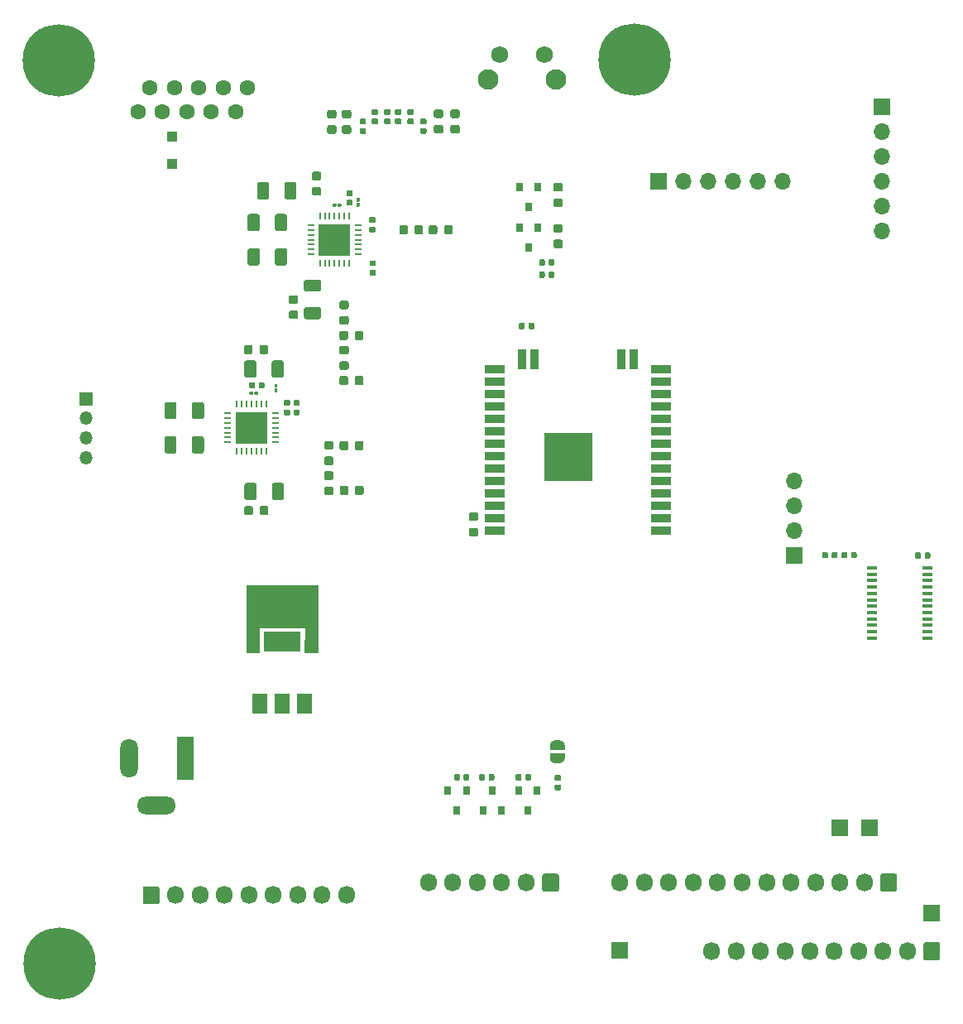
<source format=gbr>
%TF.GenerationSoftware,KiCad,Pcbnew,5.1.5+dfsg1-2build2*%
%TF.CreationDate,2021-12-02T15:53:16+01:00*%
%TF.ProjectId,plotter_board,706c6f74-7465-4725-9f62-6f6172642e6b,rev?*%
%TF.SameCoordinates,Original*%
%TF.FileFunction,Soldermask,Bot*%
%TF.FilePolarity,Negative*%
%FSLAX46Y46*%
G04 Gerber Fmt 4.6, Leading zero omitted, Abs format (unit mm)*
G04 Created by KiCad (PCBNEW 5.1.5+dfsg1-2build2) date 2021-12-02 15:53:16*
%MOMM*%
%LPD*%
G04 APERTURE LIST*
%ADD10C,0.100000*%
%ADD11R,3.300000X3.300000*%
%ADD12R,0.762000X0.254000*%
%ADD13R,0.254000X0.762000*%
%ADD14R,2.000000X0.900000*%
%ADD15R,0.900000X2.000000*%
%ADD16R,5.000000X5.000000*%
%ADD17C,0.800000*%
%ADD18C,7.400000*%
%ADD19O,1.700000X1.700000*%
%ADD20R,1.700000X1.700000*%
%ADD21C,2.100000*%
%ADD22C,1.750000*%
%ADD23R,1.100000X1.100000*%
%ADD24R,1.100000X0.400000*%
%ADD25C,1.600000*%
%ADD26R,1.800000X4.400000*%
%ADD27O,1.800000X4.000000*%
%ADD28O,4.000000X1.800000*%
%ADD29R,0.800000X0.900000*%
%ADD30O,1.700000X1.850000*%
%ADD31R,1.500000X2.000000*%
%ADD32R,3.800000X2.000000*%
%ADD33O,1.350000X1.350000*%
%ADD34R,1.350000X1.350000*%
G04 APERTURE END LIST*
D10*
%TO.C,svg2mod*%
G36*
X127063187Y-116823103D02*
G01*
X127072077Y-114285650D01*
X122377377Y-114280570D01*
X122365947Y-116823103D01*
X121134068Y-116824136D01*
X121132913Y-110012097D01*
X128350422Y-110010000D01*
X128349701Y-116823103D01*
X127063187Y-116823103D01*
G37*
X127063187Y-116823103D02*
X127072077Y-114285650D01*
X122377377Y-114280570D01*
X122365947Y-116823103D01*
X121134068Y-116824136D01*
X121132913Y-110012097D01*
X128350422Y-110010000D01*
X128349701Y-116823103D01*
X127063187Y-116823103D01*
%TD*%
D11*
%TO.C,IC1*%
X130110000Y-74635600D03*
D12*
X127684300Y-73135600D03*
X127684300Y-73635599D03*
X127684300Y-74135601D03*
X127684300Y-74635600D03*
X127684300Y-75135599D03*
X127684300Y-75635601D03*
X127684300Y-76135600D03*
D13*
X128610000Y-77061300D03*
X129109999Y-77061300D03*
X129610001Y-77061300D03*
X130110000Y-77061300D03*
X130609999Y-77061300D03*
X131110001Y-77061300D03*
X131610000Y-77061300D03*
D12*
X132535700Y-76135600D03*
X132535700Y-75635601D03*
X132535700Y-75135599D03*
X132535700Y-74635600D03*
X132535700Y-74135601D03*
X132535700Y-73635599D03*
X132535700Y-73135600D03*
D13*
X131610000Y-72209900D03*
X131110001Y-72209900D03*
X130609999Y-72209900D03*
X130110000Y-72209900D03*
X129610001Y-72209900D03*
X129109999Y-72209900D03*
X128610000Y-72209900D03*
%TD*%
D11*
%TO.C,IC2*%
X121605001Y-93864999D03*
D12*
X119179301Y-92364999D03*
X119179301Y-92864998D03*
X119179301Y-93365000D03*
X119179301Y-93864999D03*
X119179301Y-94364998D03*
X119179301Y-94865000D03*
X119179301Y-95364999D03*
D13*
X120105001Y-96290699D03*
X120605000Y-96290699D03*
X121105002Y-96290699D03*
X121605001Y-96290699D03*
X122105000Y-96290699D03*
X122605002Y-96290699D03*
X123105001Y-96290699D03*
D12*
X124030701Y-95364999D03*
X124030701Y-94865000D03*
X124030701Y-94364998D03*
X124030701Y-93864999D03*
X124030701Y-93365000D03*
X124030701Y-92864998D03*
X124030701Y-92364999D03*
D13*
X123105001Y-91439299D03*
X122605002Y-91439299D03*
X122105000Y-91439299D03*
X121605001Y-91439299D03*
X121105002Y-91439299D03*
X120605000Y-91439299D03*
X120105001Y-91439299D03*
%TD*%
D14*
%TO.C,U1*%
X163540000Y-104375000D03*
X163540000Y-103105000D03*
X163540000Y-101835000D03*
X163540000Y-100565000D03*
X163540000Y-99295000D03*
X163540000Y-98025000D03*
X163540000Y-96755000D03*
X163540000Y-95485000D03*
X163540000Y-94215000D03*
X163540000Y-92945000D03*
X163540000Y-91675000D03*
X163540000Y-90405000D03*
X163540000Y-89135000D03*
X163540000Y-87865000D03*
D15*
X160755000Y-86865000D03*
X159485000Y-86865000D03*
X150595000Y-86865000D03*
X149325000Y-86865000D03*
D14*
X146540000Y-87865000D03*
X146540000Y-89135000D03*
X146540000Y-90405000D03*
X146540000Y-91675000D03*
X146540000Y-92945000D03*
X146540000Y-94215000D03*
X146540000Y-95485000D03*
X146540000Y-96755000D03*
X146540000Y-98025000D03*
X146540000Y-99295000D03*
X146540000Y-100565000D03*
X146540000Y-101835000D03*
X146540000Y-103105000D03*
X146540000Y-104375000D03*
D16*
X154040000Y-96875000D03*
%TD*%
D17*
%TO.C,REF\002A\002A*%
X162732221Y-54297779D03*
X160770000Y-53485000D03*
X158807779Y-54297779D03*
X157995000Y-56260000D03*
X158807779Y-58222221D03*
X160770000Y-59035000D03*
X162732221Y-58222221D03*
X163545000Y-56260000D03*
D18*
X160770000Y-56260000D03*
%TD*%
D17*
%TO.C,REF\002A\002A*%
X103902221Y-146697779D03*
X101940000Y-145885000D03*
X99977779Y-146697779D03*
X99165000Y-148660000D03*
X99977779Y-150622221D03*
X101940000Y-151435000D03*
X103902221Y-150622221D03*
X104715000Y-148660000D03*
D18*
X101940000Y-148660000D03*
%TD*%
D17*
%TO.C,REF\002A\002A*%
X103882221Y-54302779D03*
X101920000Y-53490000D03*
X99957779Y-54302779D03*
X99145000Y-56265000D03*
X99957779Y-58227221D03*
X101920000Y-59040000D03*
X103882221Y-58227221D03*
X104695000Y-56265000D03*
D18*
X101920000Y-56265000D03*
%TD*%
D10*
%TO.C,JP1*%
G36*
X152158602Y-126350000D02*
G01*
X152158602Y-126325466D01*
X152163412Y-126276635D01*
X152172984Y-126228510D01*
X152187228Y-126181555D01*
X152206005Y-126136222D01*
X152229136Y-126092949D01*
X152256396Y-126052150D01*
X152287524Y-126014221D01*
X152322221Y-125979524D01*
X152360150Y-125948396D01*
X152400949Y-125921136D01*
X152444222Y-125898005D01*
X152489555Y-125879228D01*
X152536510Y-125864984D01*
X152584635Y-125855412D01*
X152633466Y-125850602D01*
X152658000Y-125850602D01*
X152658000Y-125850000D01*
X153158000Y-125850000D01*
X153158000Y-125850602D01*
X153182534Y-125850602D01*
X153231365Y-125855412D01*
X153279490Y-125864984D01*
X153326445Y-125879228D01*
X153371778Y-125898005D01*
X153415051Y-125921136D01*
X153455850Y-125948396D01*
X153493779Y-125979524D01*
X153528476Y-126014221D01*
X153559604Y-126052150D01*
X153586864Y-126092949D01*
X153609995Y-126136222D01*
X153628772Y-126181555D01*
X153643016Y-126228510D01*
X153652588Y-126276635D01*
X153657398Y-126325466D01*
X153657398Y-126350000D01*
X153658000Y-126350000D01*
X153658000Y-126850000D01*
X152158000Y-126850000D01*
X152158000Y-126350000D01*
X152158602Y-126350000D01*
G37*
G36*
X153658000Y-127150000D02*
G01*
X153658000Y-127650000D01*
X153657398Y-127650000D01*
X153657398Y-127674534D01*
X153652588Y-127723365D01*
X153643016Y-127771490D01*
X153628772Y-127818445D01*
X153609995Y-127863778D01*
X153586864Y-127907051D01*
X153559604Y-127947850D01*
X153528476Y-127985779D01*
X153493779Y-128020476D01*
X153455850Y-128051604D01*
X153415051Y-128078864D01*
X153371778Y-128101995D01*
X153326445Y-128120772D01*
X153279490Y-128135016D01*
X153231365Y-128144588D01*
X153182534Y-128149398D01*
X153158000Y-128149398D01*
X153158000Y-128150000D01*
X152658000Y-128150000D01*
X152658000Y-128149398D01*
X152633466Y-128149398D01*
X152584635Y-128144588D01*
X152536510Y-128135016D01*
X152489555Y-128120772D01*
X152444222Y-128101995D01*
X152400949Y-128078864D01*
X152360150Y-128051604D01*
X152322221Y-128020476D01*
X152287524Y-127985779D01*
X152256396Y-127947850D01*
X152229136Y-127907051D01*
X152206005Y-127863778D01*
X152187228Y-127818445D01*
X152172984Y-127771490D01*
X152163412Y-127723365D01*
X152158602Y-127674534D01*
X152158602Y-127650000D01*
X152158000Y-127650000D01*
X152158000Y-127150000D01*
X153658000Y-127150000D01*
G37*
%TD*%
%TO.C,R25*%
G36*
X138071958Y-62250710D02*
G01*
X138086276Y-62252834D01*
X138100317Y-62256351D01*
X138113946Y-62261228D01*
X138127031Y-62267417D01*
X138139447Y-62274858D01*
X138151073Y-62283481D01*
X138161798Y-62293202D01*
X138171519Y-62303927D01*
X138180142Y-62315553D01*
X138187583Y-62327969D01*
X138193772Y-62341054D01*
X138198649Y-62354683D01*
X138202166Y-62368724D01*
X138204290Y-62383042D01*
X138205000Y-62397500D01*
X138205000Y-62692500D01*
X138204290Y-62706958D01*
X138202166Y-62721276D01*
X138198649Y-62735317D01*
X138193772Y-62748946D01*
X138187583Y-62762031D01*
X138180142Y-62774447D01*
X138171519Y-62786073D01*
X138161798Y-62796798D01*
X138151073Y-62806519D01*
X138139447Y-62815142D01*
X138127031Y-62822583D01*
X138113946Y-62828772D01*
X138100317Y-62833649D01*
X138086276Y-62837166D01*
X138071958Y-62839290D01*
X138057500Y-62840000D01*
X137712500Y-62840000D01*
X137698042Y-62839290D01*
X137683724Y-62837166D01*
X137669683Y-62833649D01*
X137656054Y-62828772D01*
X137642969Y-62822583D01*
X137630553Y-62815142D01*
X137618927Y-62806519D01*
X137608202Y-62796798D01*
X137598481Y-62786073D01*
X137589858Y-62774447D01*
X137582417Y-62762031D01*
X137576228Y-62748946D01*
X137571351Y-62735317D01*
X137567834Y-62721276D01*
X137565710Y-62706958D01*
X137565000Y-62692500D01*
X137565000Y-62397500D01*
X137565710Y-62383042D01*
X137567834Y-62368724D01*
X137571351Y-62354683D01*
X137576228Y-62341054D01*
X137582417Y-62327969D01*
X137589858Y-62315553D01*
X137598481Y-62303927D01*
X137608202Y-62293202D01*
X137618927Y-62283481D01*
X137630553Y-62274858D01*
X137642969Y-62267417D01*
X137656054Y-62261228D01*
X137669683Y-62256351D01*
X137683724Y-62252834D01*
X137698042Y-62250710D01*
X137712500Y-62250000D01*
X138057500Y-62250000D01*
X138071958Y-62250710D01*
G37*
G36*
X138071958Y-61280710D02*
G01*
X138086276Y-61282834D01*
X138100317Y-61286351D01*
X138113946Y-61291228D01*
X138127031Y-61297417D01*
X138139447Y-61304858D01*
X138151073Y-61313481D01*
X138161798Y-61323202D01*
X138171519Y-61333927D01*
X138180142Y-61345553D01*
X138187583Y-61357969D01*
X138193772Y-61371054D01*
X138198649Y-61384683D01*
X138202166Y-61398724D01*
X138204290Y-61413042D01*
X138205000Y-61427500D01*
X138205000Y-61722500D01*
X138204290Y-61736958D01*
X138202166Y-61751276D01*
X138198649Y-61765317D01*
X138193772Y-61778946D01*
X138187583Y-61792031D01*
X138180142Y-61804447D01*
X138171519Y-61816073D01*
X138161798Y-61826798D01*
X138151073Y-61836519D01*
X138139447Y-61845142D01*
X138127031Y-61852583D01*
X138113946Y-61858772D01*
X138100317Y-61863649D01*
X138086276Y-61867166D01*
X138071958Y-61869290D01*
X138057500Y-61870000D01*
X137712500Y-61870000D01*
X137698042Y-61869290D01*
X137683724Y-61867166D01*
X137669683Y-61863649D01*
X137656054Y-61858772D01*
X137642969Y-61852583D01*
X137630553Y-61845142D01*
X137618927Y-61836519D01*
X137608202Y-61826798D01*
X137598481Y-61816073D01*
X137589858Y-61804447D01*
X137582417Y-61792031D01*
X137576228Y-61778946D01*
X137571351Y-61765317D01*
X137567834Y-61751276D01*
X137565710Y-61736958D01*
X137565000Y-61722500D01*
X137565000Y-61427500D01*
X137565710Y-61413042D01*
X137567834Y-61398724D01*
X137571351Y-61384683D01*
X137576228Y-61371054D01*
X137582417Y-61357969D01*
X137589858Y-61345553D01*
X137598481Y-61333927D01*
X137608202Y-61323202D01*
X137618927Y-61313481D01*
X137630553Y-61304858D01*
X137642969Y-61297417D01*
X137656054Y-61291228D01*
X137669683Y-61286351D01*
X137683724Y-61282834D01*
X137698042Y-61280710D01*
X137712500Y-61280000D01*
X138057500Y-61280000D01*
X138071958Y-61280710D01*
G37*
%TD*%
%TO.C,R21*%
G36*
X134416958Y-61280710D02*
G01*
X134431276Y-61282834D01*
X134445317Y-61286351D01*
X134458946Y-61291228D01*
X134472031Y-61297417D01*
X134484447Y-61304858D01*
X134496073Y-61313481D01*
X134506798Y-61323202D01*
X134516519Y-61333927D01*
X134525142Y-61345553D01*
X134532583Y-61357969D01*
X134538772Y-61371054D01*
X134543649Y-61384683D01*
X134547166Y-61398724D01*
X134549290Y-61413042D01*
X134550000Y-61427500D01*
X134550000Y-61722500D01*
X134549290Y-61736958D01*
X134547166Y-61751276D01*
X134543649Y-61765317D01*
X134538772Y-61778946D01*
X134532583Y-61792031D01*
X134525142Y-61804447D01*
X134516519Y-61816073D01*
X134506798Y-61826798D01*
X134496073Y-61836519D01*
X134484447Y-61845142D01*
X134472031Y-61852583D01*
X134458946Y-61858772D01*
X134445317Y-61863649D01*
X134431276Y-61867166D01*
X134416958Y-61869290D01*
X134402500Y-61870000D01*
X134057500Y-61870000D01*
X134043042Y-61869290D01*
X134028724Y-61867166D01*
X134014683Y-61863649D01*
X134001054Y-61858772D01*
X133987969Y-61852583D01*
X133975553Y-61845142D01*
X133963927Y-61836519D01*
X133953202Y-61826798D01*
X133943481Y-61816073D01*
X133934858Y-61804447D01*
X133927417Y-61792031D01*
X133921228Y-61778946D01*
X133916351Y-61765317D01*
X133912834Y-61751276D01*
X133910710Y-61736958D01*
X133910000Y-61722500D01*
X133910000Y-61427500D01*
X133910710Y-61413042D01*
X133912834Y-61398724D01*
X133916351Y-61384683D01*
X133921228Y-61371054D01*
X133927417Y-61357969D01*
X133934858Y-61345553D01*
X133943481Y-61333927D01*
X133953202Y-61323202D01*
X133963927Y-61313481D01*
X133975553Y-61304858D01*
X133987969Y-61297417D01*
X134001054Y-61291228D01*
X134014683Y-61286351D01*
X134028724Y-61282834D01*
X134043042Y-61280710D01*
X134057500Y-61280000D01*
X134402500Y-61280000D01*
X134416958Y-61280710D01*
G37*
G36*
X134416958Y-62250710D02*
G01*
X134431276Y-62252834D01*
X134445317Y-62256351D01*
X134458946Y-62261228D01*
X134472031Y-62267417D01*
X134484447Y-62274858D01*
X134496073Y-62283481D01*
X134506798Y-62293202D01*
X134516519Y-62303927D01*
X134525142Y-62315553D01*
X134532583Y-62327969D01*
X134538772Y-62341054D01*
X134543649Y-62354683D01*
X134547166Y-62368724D01*
X134549290Y-62383042D01*
X134550000Y-62397500D01*
X134550000Y-62692500D01*
X134549290Y-62706958D01*
X134547166Y-62721276D01*
X134543649Y-62735317D01*
X134538772Y-62748946D01*
X134532583Y-62762031D01*
X134525142Y-62774447D01*
X134516519Y-62786073D01*
X134506798Y-62796798D01*
X134496073Y-62806519D01*
X134484447Y-62815142D01*
X134472031Y-62822583D01*
X134458946Y-62828772D01*
X134445317Y-62833649D01*
X134431276Y-62837166D01*
X134416958Y-62839290D01*
X134402500Y-62840000D01*
X134057500Y-62840000D01*
X134043042Y-62839290D01*
X134028724Y-62837166D01*
X134014683Y-62833649D01*
X134001054Y-62828772D01*
X133987969Y-62822583D01*
X133975553Y-62815142D01*
X133963927Y-62806519D01*
X133953202Y-62796798D01*
X133943481Y-62786073D01*
X133934858Y-62774447D01*
X133927417Y-62762031D01*
X133921228Y-62748946D01*
X133916351Y-62735317D01*
X133912834Y-62721276D01*
X133910710Y-62706958D01*
X133910000Y-62692500D01*
X133910000Y-62397500D01*
X133910710Y-62383042D01*
X133912834Y-62368724D01*
X133916351Y-62354683D01*
X133921228Y-62341054D01*
X133927417Y-62327969D01*
X133934858Y-62315553D01*
X133943481Y-62303927D01*
X133953202Y-62293202D01*
X133963927Y-62283481D01*
X133975553Y-62274858D01*
X133987969Y-62267417D01*
X134001054Y-62261228D01*
X134014683Y-62256351D01*
X134028724Y-62252834D01*
X134043042Y-62250710D01*
X134057500Y-62250000D01*
X134402500Y-62250000D01*
X134416958Y-62250710D01*
G37*
%TD*%
%TO.C,R8*%
G36*
X153146958Y-130360710D02*
G01*
X153161276Y-130362834D01*
X153175317Y-130366351D01*
X153188946Y-130371228D01*
X153202031Y-130377417D01*
X153214447Y-130384858D01*
X153226073Y-130393481D01*
X153236798Y-130403202D01*
X153246519Y-130413927D01*
X153255142Y-130425553D01*
X153262583Y-130437969D01*
X153268772Y-130451054D01*
X153273649Y-130464683D01*
X153277166Y-130478724D01*
X153279290Y-130493042D01*
X153280000Y-130507500D01*
X153280000Y-130802500D01*
X153279290Y-130816958D01*
X153277166Y-130831276D01*
X153273649Y-130845317D01*
X153268772Y-130858946D01*
X153262583Y-130872031D01*
X153255142Y-130884447D01*
X153246519Y-130896073D01*
X153236798Y-130906798D01*
X153226073Y-130916519D01*
X153214447Y-130925142D01*
X153202031Y-130932583D01*
X153188946Y-130938772D01*
X153175317Y-130943649D01*
X153161276Y-130947166D01*
X153146958Y-130949290D01*
X153132500Y-130950000D01*
X152787500Y-130950000D01*
X152773042Y-130949290D01*
X152758724Y-130947166D01*
X152744683Y-130943649D01*
X152731054Y-130938772D01*
X152717969Y-130932583D01*
X152705553Y-130925142D01*
X152693927Y-130916519D01*
X152683202Y-130906798D01*
X152673481Y-130896073D01*
X152664858Y-130884447D01*
X152657417Y-130872031D01*
X152651228Y-130858946D01*
X152646351Y-130845317D01*
X152642834Y-130831276D01*
X152640710Y-130816958D01*
X152640000Y-130802500D01*
X152640000Y-130507500D01*
X152640710Y-130493042D01*
X152642834Y-130478724D01*
X152646351Y-130464683D01*
X152651228Y-130451054D01*
X152657417Y-130437969D01*
X152664858Y-130425553D01*
X152673481Y-130413927D01*
X152683202Y-130403202D01*
X152693927Y-130393481D01*
X152705553Y-130384858D01*
X152717969Y-130377417D01*
X152731054Y-130371228D01*
X152744683Y-130366351D01*
X152758724Y-130362834D01*
X152773042Y-130360710D01*
X152787500Y-130360000D01*
X153132500Y-130360000D01*
X153146958Y-130360710D01*
G37*
G36*
X153146958Y-129390710D02*
G01*
X153161276Y-129392834D01*
X153175317Y-129396351D01*
X153188946Y-129401228D01*
X153202031Y-129407417D01*
X153214447Y-129414858D01*
X153226073Y-129423481D01*
X153236798Y-129433202D01*
X153246519Y-129443927D01*
X153255142Y-129455553D01*
X153262583Y-129467969D01*
X153268772Y-129481054D01*
X153273649Y-129494683D01*
X153277166Y-129508724D01*
X153279290Y-129523042D01*
X153280000Y-129537500D01*
X153280000Y-129832500D01*
X153279290Y-129846958D01*
X153277166Y-129861276D01*
X153273649Y-129875317D01*
X153268772Y-129888946D01*
X153262583Y-129902031D01*
X153255142Y-129914447D01*
X153246519Y-129926073D01*
X153236798Y-129936798D01*
X153226073Y-129946519D01*
X153214447Y-129955142D01*
X153202031Y-129962583D01*
X153188946Y-129968772D01*
X153175317Y-129973649D01*
X153161276Y-129977166D01*
X153146958Y-129979290D01*
X153132500Y-129980000D01*
X152787500Y-129980000D01*
X152773042Y-129979290D01*
X152758724Y-129977166D01*
X152744683Y-129973649D01*
X152731054Y-129968772D01*
X152717969Y-129962583D01*
X152705553Y-129955142D01*
X152693927Y-129946519D01*
X152683202Y-129936798D01*
X152673481Y-129926073D01*
X152664858Y-129914447D01*
X152657417Y-129902031D01*
X152651228Y-129888946D01*
X152646351Y-129875317D01*
X152642834Y-129861276D01*
X152640710Y-129846958D01*
X152640000Y-129832500D01*
X152640000Y-129537500D01*
X152640710Y-129523042D01*
X152642834Y-129508724D01*
X152646351Y-129494683D01*
X152651228Y-129481054D01*
X152657417Y-129467969D01*
X152664858Y-129455553D01*
X152673481Y-129443927D01*
X152683202Y-129433202D01*
X152693927Y-129423481D01*
X152705553Y-129414858D01*
X152717969Y-129407417D01*
X152731054Y-129401228D01*
X152744683Y-129396351D01*
X152758724Y-129392834D01*
X152773042Y-129390710D01*
X152787500Y-129390000D01*
X153132500Y-129390000D01*
X153146958Y-129390710D01*
G37*
%TD*%
%TO.C,C19*%
G36*
X124709504Y-99516204D02*
G01*
X124733773Y-99519804D01*
X124757571Y-99525765D01*
X124780671Y-99534030D01*
X124802849Y-99544520D01*
X124823893Y-99557133D01*
X124843598Y-99571747D01*
X124861777Y-99588223D01*
X124878253Y-99606402D01*
X124892867Y-99626107D01*
X124905480Y-99647151D01*
X124915970Y-99669329D01*
X124924235Y-99692429D01*
X124930196Y-99716227D01*
X124933796Y-99740496D01*
X124935000Y-99765000D01*
X124935000Y-101015000D01*
X124933796Y-101039504D01*
X124930196Y-101063773D01*
X124924235Y-101087571D01*
X124915970Y-101110671D01*
X124905480Y-101132849D01*
X124892867Y-101153893D01*
X124878253Y-101173598D01*
X124861777Y-101191777D01*
X124843598Y-101208253D01*
X124823893Y-101222867D01*
X124802849Y-101235480D01*
X124780671Y-101245970D01*
X124757571Y-101254235D01*
X124733773Y-101260196D01*
X124709504Y-101263796D01*
X124685000Y-101265000D01*
X123935000Y-101265000D01*
X123910496Y-101263796D01*
X123886227Y-101260196D01*
X123862429Y-101254235D01*
X123839329Y-101245970D01*
X123817151Y-101235480D01*
X123796107Y-101222867D01*
X123776402Y-101208253D01*
X123758223Y-101191777D01*
X123741747Y-101173598D01*
X123727133Y-101153893D01*
X123714520Y-101132849D01*
X123704030Y-101110671D01*
X123695765Y-101087571D01*
X123689804Y-101063773D01*
X123686204Y-101039504D01*
X123685000Y-101015000D01*
X123685000Y-99765000D01*
X123686204Y-99740496D01*
X123689804Y-99716227D01*
X123695765Y-99692429D01*
X123704030Y-99669329D01*
X123714520Y-99647151D01*
X123727133Y-99626107D01*
X123741747Y-99606402D01*
X123758223Y-99588223D01*
X123776402Y-99571747D01*
X123796107Y-99557133D01*
X123817151Y-99544520D01*
X123839329Y-99534030D01*
X123862429Y-99525765D01*
X123886227Y-99519804D01*
X123910496Y-99516204D01*
X123935000Y-99515000D01*
X124685000Y-99515000D01*
X124709504Y-99516204D01*
G37*
G36*
X121909504Y-99516204D02*
G01*
X121933773Y-99519804D01*
X121957571Y-99525765D01*
X121980671Y-99534030D01*
X122002849Y-99544520D01*
X122023893Y-99557133D01*
X122043598Y-99571747D01*
X122061777Y-99588223D01*
X122078253Y-99606402D01*
X122092867Y-99626107D01*
X122105480Y-99647151D01*
X122115970Y-99669329D01*
X122124235Y-99692429D01*
X122130196Y-99716227D01*
X122133796Y-99740496D01*
X122135000Y-99765000D01*
X122135000Y-101015000D01*
X122133796Y-101039504D01*
X122130196Y-101063773D01*
X122124235Y-101087571D01*
X122115970Y-101110671D01*
X122105480Y-101132849D01*
X122092867Y-101153893D01*
X122078253Y-101173598D01*
X122061777Y-101191777D01*
X122043598Y-101208253D01*
X122023893Y-101222867D01*
X122002849Y-101235480D01*
X121980671Y-101245970D01*
X121957571Y-101254235D01*
X121933773Y-101260196D01*
X121909504Y-101263796D01*
X121885000Y-101265000D01*
X121135000Y-101265000D01*
X121110496Y-101263796D01*
X121086227Y-101260196D01*
X121062429Y-101254235D01*
X121039329Y-101245970D01*
X121017151Y-101235480D01*
X120996107Y-101222867D01*
X120976402Y-101208253D01*
X120958223Y-101191777D01*
X120941747Y-101173598D01*
X120927133Y-101153893D01*
X120914520Y-101132849D01*
X120904030Y-101110671D01*
X120895765Y-101087571D01*
X120889804Y-101063773D01*
X120886204Y-101039504D01*
X120885000Y-101015000D01*
X120885000Y-99765000D01*
X120886204Y-99740496D01*
X120889804Y-99716227D01*
X120895765Y-99692429D01*
X120904030Y-99669329D01*
X120914520Y-99647151D01*
X120927133Y-99626107D01*
X120941747Y-99606402D01*
X120958223Y-99588223D01*
X120976402Y-99571747D01*
X120996107Y-99557133D01*
X121017151Y-99544520D01*
X121039329Y-99534030D01*
X121062429Y-99525765D01*
X121086227Y-99519804D01*
X121110496Y-99516204D01*
X121135000Y-99515000D01*
X121885000Y-99515000D01*
X121909504Y-99516204D01*
G37*
%TD*%
%TO.C,C9*%
G36*
X128509504Y-81516204D02*
G01*
X128533773Y-81519804D01*
X128557571Y-81525765D01*
X128580671Y-81534030D01*
X128602849Y-81544520D01*
X128623893Y-81557133D01*
X128643598Y-81571747D01*
X128661777Y-81588223D01*
X128678253Y-81606402D01*
X128692867Y-81626107D01*
X128705480Y-81647151D01*
X128715970Y-81669329D01*
X128724235Y-81692429D01*
X128730196Y-81716227D01*
X128733796Y-81740496D01*
X128735000Y-81765000D01*
X128735000Y-82515000D01*
X128733796Y-82539504D01*
X128730196Y-82563773D01*
X128724235Y-82587571D01*
X128715970Y-82610671D01*
X128705480Y-82632849D01*
X128692867Y-82653893D01*
X128678253Y-82673598D01*
X128661777Y-82691777D01*
X128643598Y-82708253D01*
X128623893Y-82722867D01*
X128602849Y-82735480D01*
X128580671Y-82745970D01*
X128557571Y-82754235D01*
X128533773Y-82760196D01*
X128509504Y-82763796D01*
X128485000Y-82765000D01*
X127235000Y-82765000D01*
X127210496Y-82763796D01*
X127186227Y-82760196D01*
X127162429Y-82754235D01*
X127139329Y-82745970D01*
X127117151Y-82735480D01*
X127096107Y-82722867D01*
X127076402Y-82708253D01*
X127058223Y-82691777D01*
X127041747Y-82673598D01*
X127027133Y-82653893D01*
X127014520Y-82632849D01*
X127004030Y-82610671D01*
X126995765Y-82587571D01*
X126989804Y-82563773D01*
X126986204Y-82539504D01*
X126985000Y-82515000D01*
X126985000Y-81765000D01*
X126986204Y-81740496D01*
X126989804Y-81716227D01*
X126995765Y-81692429D01*
X127004030Y-81669329D01*
X127014520Y-81647151D01*
X127027133Y-81626107D01*
X127041747Y-81606402D01*
X127058223Y-81588223D01*
X127076402Y-81571747D01*
X127096107Y-81557133D01*
X127117151Y-81544520D01*
X127139329Y-81534030D01*
X127162429Y-81525765D01*
X127186227Y-81519804D01*
X127210496Y-81516204D01*
X127235000Y-81515000D01*
X128485000Y-81515000D01*
X128509504Y-81516204D01*
G37*
G36*
X128509504Y-78716204D02*
G01*
X128533773Y-78719804D01*
X128557571Y-78725765D01*
X128580671Y-78734030D01*
X128602849Y-78744520D01*
X128623893Y-78757133D01*
X128643598Y-78771747D01*
X128661777Y-78788223D01*
X128678253Y-78806402D01*
X128692867Y-78826107D01*
X128705480Y-78847151D01*
X128715970Y-78869329D01*
X128724235Y-78892429D01*
X128730196Y-78916227D01*
X128733796Y-78940496D01*
X128735000Y-78965000D01*
X128735000Y-79715000D01*
X128733796Y-79739504D01*
X128730196Y-79763773D01*
X128724235Y-79787571D01*
X128715970Y-79810671D01*
X128705480Y-79832849D01*
X128692867Y-79853893D01*
X128678253Y-79873598D01*
X128661777Y-79891777D01*
X128643598Y-79908253D01*
X128623893Y-79922867D01*
X128602849Y-79935480D01*
X128580671Y-79945970D01*
X128557571Y-79954235D01*
X128533773Y-79960196D01*
X128509504Y-79963796D01*
X128485000Y-79965000D01*
X127235000Y-79965000D01*
X127210496Y-79963796D01*
X127186227Y-79960196D01*
X127162429Y-79954235D01*
X127139329Y-79945970D01*
X127117151Y-79935480D01*
X127096107Y-79922867D01*
X127076402Y-79908253D01*
X127058223Y-79891777D01*
X127041747Y-79873598D01*
X127027133Y-79853893D01*
X127014520Y-79832849D01*
X127004030Y-79810671D01*
X126995765Y-79787571D01*
X126989804Y-79763773D01*
X126986204Y-79739504D01*
X126985000Y-79715000D01*
X126985000Y-78965000D01*
X126986204Y-78940496D01*
X126989804Y-78916227D01*
X126995765Y-78892429D01*
X127004030Y-78869329D01*
X127014520Y-78847151D01*
X127027133Y-78826107D01*
X127041747Y-78806402D01*
X127058223Y-78788223D01*
X127076402Y-78771747D01*
X127096107Y-78757133D01*
X127117151Y-78744520D01*
X127139329Y-78734030D01*
X127162429Y-78725765D01*
X127186227Y-78719804D01*
X127210496Y-78716204D01*
X127235000Y-78715000D01*
X128485000Y-78715000D01*
X128509504Y-78716204D01*
G37*
%TD*%
%TO.C,C3*%
G36*
X144597691Y-102526053D02*
G01*
X144618926Y-102529203D01*
X144639750Y-102534419D01*
X144659962Y-102541651D01*
X144679368Y-102550830D01*
X144697781Y-102561866D01*
X144715024Y-102574654D01*
X144730930Y-102589070D01*
X144745346Y-102604976D01*
X144758134Y-102622219D01*
X144769170Y-102640632D01*
X144778349Y-102660038D01*
X144785581Y-102680250D01*
X144790797Y-102701074D01*
X144793947Y-102722309D01*
X144795000Y-102743750D01*
X144795000Y-103181250D01*
X144793947Y-103202691D01*
X144790797Y-103223926D01*
X144785581Y-103244750D01*
X144778349Y-103264962D01*
X144769170Y-103284368D01*
X144758134Y-103302781D01*
X144745346Y-103320024D01*
X144730930Y-103335930D01*
X144715024Y-103350346D01*
X144697781Y-103363134D01*
X144679368Y-103374170D01*
X144659962Y-103383349D01*
X144639750Y-103390581D01*
X144618926Y-103395797D01*
X144597691Y-103398947D01*
X144576250Y-103400000D01*
X144063750Y-103400000D01*
X144042309Y-103398947D01*
X144021074Y-103395797D01*
X144000250Y-103390581D01*
X143980038Y-103383349D01*
X143960632Y-103374170D01*
X143942219Y-103363134D01*
X143924976Y-103350346D01*
X143909070Y-103335930D01*
X143894654Y-103320024D01*
X143881866Y-103302781D01*
X143870830Y-103284368D01*
X143861651Y-103264962D01*
X143854419Y-103244750D01*
X143849203Y-103223926D01*
X143846053Y-103202691D01*
X143845000Y-103181250D01*
X143845000Y-102743750D01*
X143846053Y-102722309D01*
X143849203Y-102701074D01*
X143854419Y-102680250D01*
X143861651Y-102660038D01*
X143870830Y-102640632D01*
X143881866Y-102622219D01*
X143894654Y-102604976D01*
X143909070Y-102589070D01*
X143924976Y-102574654D01*
X143942219Y-102561866D01*
X143960632Y-102550830D01*
X143980038Y-102541651D01*
X144000250Y-102534419D01*
X144021074Y-102529203D01*
X144042309Y-102526053D01*
X144063750Y-102525000D01*
X144576250Y-102525000D01*
X144597691Y-102526053D01*
G37*
G36*
X144597691Y-104101053D02*
G01*
X144618926Y-104104203D01*
X144639750Y-104109419D01*
X144659962Y-104116651D01*
X144679368Y-104125830D01*
X144697781Y-104136866D01*
X144715024Y-104149654D01*
X144730930Y-104164070D01*
X144745346Y-104179976D01*
X144758134Y-104197219D01*
X144769170Y-104215632D01*
X144778349Y-104235038D01*
X144785581Y-104255250D01*
X144790797Y-104276074D01*
X144793947Y-104297309D01*
X144795000Y-104318750D01*
X144795000Y-104756250D01*
X144793947Y-104777691D01*
X144790797Y-104798926D01*
X144785581Y-104819750D01*
X144778349Y-104839962D01*
X144769170Y-104859368D01*
X144758134Y-104877781D01*
X144745346Y-104895024D01*
X144730930Y-104910930D01*
X144715024Y-104925346D01*
X144697781Y-104938134D01*
X144679368Y-104949170D01*
X144659962Y-104958349D01*
X144639750Y-104965581D01*
X144618926Y-104970797D01*
X144597691Y-104973947D01*
X144576250Y-104975000D01*
X144063750Y-104975000D01*
X144042309Y-104973947D01*
X144021074Y-104970797D01*
X144000250Y-104965581D01*
X143980038Y-104958349D01*
X143960632Y-104949170D01*
X143942219Y-104938134D01*
X143924976Y-104925346D01*
X143909070Y-104910930D01*
X143894654Y-104895024D01*
X143881866Y-104877781D01*
X143870830Y-104859368D01*
X143861651Y-104839962D01*
X143854419Y-104819750D01*
X143849203Y-104798926D01*
X143846053Y-104777691D01*
X143845000Y-104756250D01*
X143845000Y-104318750D01*
X143846053Y-104297309D01*
X143849203Y-104276074D01*
X143854419Y-104255250D01*
X143861651Y-104235038D01*
X143870830Y-104215632D01*
X143881866Y-104197219D01*
X143894654Y-104179976D01*
X143909070Y-104164070D01*
X143924976Y-104149654D01*
X143942219Y-104136866D01*
X143960632Y-104125830D01*
X143980038Y-104116651D01*
X144000250Y-104109419D01*
X144021074Y-104104203D01*
X144042309Y-104101053D01*
X144063750Y-104100000D01*
X144576250Y-104100000D01*
X144597691Y-104101053D01*
G37*
%TD*%
%TO.C,R9*%
G36*
X150416958Y-83150710D02*
G01*
X150431276Y-83152834D01*
X150445317Y-83156351D01*
X150458946Y-83161228D01*
X150472031Y-83167417D01*
X150484447Y-83174858D01*
X150496073Y-83183481D01*
X150506798Y-83193202D01*
X150516519Y-83203927D01*
X150525142Y-83215553D01*
X150532583Y-83227969D01*
X150538772Y-83241054D01*
X150543649Y-83254683D01*
X150547166Y-83268724D01*
X150549290Y-83283042D01*
X150550000Y-83297500D01*
X150550000Y-83642500D01*
X150549290Y-83656958D01*
X150547166Y-83671276D01*
X150543649Y-83685317D01*
X150538772Y-83698946D01*
X150532583Y-83712031D01*
X150525142Y-83724447D01*
X150516519Y-83736073D01*
X150506798Y-83746798D01*
X150496073Y-83756519D01*
X150484447Y-83765142D01*
X150472031Y-83772583D01*
X150458946Y-83778772D01*
X150445317Y-83783649D01*
X150431276Y-83787166D01*
X150416958Y-83789290D01*
X150402500Y-83790000D01*
X150107500Y-83790000D01*
X150093042Y-83789290D01*
X150078724Y-83787166D01*
X150064683Y-83783649D01*
X150051054Y-83778772D01*
X150037969Y-83772583D01*
X150025553Y-83765142D01*
X150013927Y-83756519D01*
X150003202Y-83746798D01*
X149993481Y-83736073D01*
X149984858Y-83724447D01*
X149977417Y-83712031D01*
X149971228Y-83698946D01*
X149966351Y-83685317D01*
X149962834Y-83671276D01*
X149960710Y-83656958D01*
X149960000Y-83642500D01*
X149960000Y-83297500D01*
X149960710Y-83283042D01*
X149962834Y-83268724D01*
X149966351Y-83254683D01*
X149971228Y-83241054D01*
X149977417Y-83227969D01*
X149984858Y-83215553D01*
X149993481Y-83203927D01*
X150003202Y-83193202D01*
X150013927Y-83183481D01*
X150025553Y-83174858D01*
X150037969Y-83167417D01*
X150051054Y-83161228D01*
X150064683Y-83156351D01*
X150078724Y-83152834D01*
X150093042Y-83150710D01*
X150107500Y-83150000D01*
X150402500Y-83150000D01*
X150416958Y-83150710D01*
G37*
G36*
X149446958Y-83150710D02*
G01*
X149461276Y-83152834D01*
X149475317Y-83156351D01*
X149488946Y-83161228D01*
X149502031Y-83167417D01*
X149514447Y-83174858D01*
X149526073Y-83183481D01*
X149536798Y-83193202D01*
X149546519Y-83203927D01*
X149555142Y-83215553D01*
X149562583Y-83227969D01*
X149568772Y-83241054D01*
X149573649Y-83254683D01*
X149577166Y-83268724D01*
X149579290Y-83283042D01*
X149580000Y-83297500D01*
X149580000Y-83642500D01*
X149579290Y-83656958D01*
X149577166Y-83671276D01*
X149573649Y-83685317D01*
X149568772Y-83698946D01*
X149562583Y-83712031D01*
X149555142Y-83724447D01*
X149546519Y-83736073D01*
X149536798Y-83746798D01*
X149526073Y-83756519D01*
X149514447Y-83765142D01*
X149502031Y-83772583D01*
X149488946Y-83778772D01*
X149475317Y-83783649D01*
X149461276Y-83787166D01*
X149446958Y-83789290D01*
X149432500Y-83790000D01*
X149137500Y-83790000D01*
X149123042Y-83789290D01*
X149108724Y-83787166D01*
X149094683Y-83783649D01*
X149081054Y-83778772D01*
X149067969Y-83772583D01*
X149055553Y-83765142D01*
X149043927Y-83756519D01*
X149033202Y-83746798D01*
X149023481Y-83736073D01*
X149014858Y-83724447D01*
X149007417Y-83712031D01*
X149001228Y-83698946D01*
X148996351Y-83685317D01*
X148992834Y-83671276D01*
X148990710Y-83656958D01*
X148990000Y-83642500D01*
X148990000Y-83297500D01*
X148990710Y-83283042D01*
X148992834Y-83268724D01*
X148996351Y-83254683D01*
X149001228Y-83241054D01*
X149007417Y-83227969D01*
X149014858Y-83215553D01*
X149023481Y-83203927D01*
X149033202Y-83193202D01*
X149043927Y-83183481D01*
X149055553Y-83174858D01*
X149067969Y-83167417D01*
X149081054Y-83161228D01*
X149094683Y-83156351D01*
X149108724Y-83152834D01*
X149123042Y-83150710D01*
X149137500Y-83150000D01*
X149432500Y-83150000D01*
X149446958Y-83150710D01*
G37*
%TD*%
D19*
%TO.C,J2*%
X175930000Y-68640000D03*
X173390000Y-68640000D03*
X170850000Y-68640000D03*
X168310000Y-68640000D03*
X165770000Y-68640000D03*
D20*
X163230000Y-68640000D03*
%TD*%
D19*
%TO.C,J3*%
X186160000Y-73750000D03*
X186160000Y-71210000D03*
X186160000Y-68670000D03*
X186160000Y-66130000D03*
X186160000Y-63590000D03*
D20*
X186160000Y-61050000D03*
%TD*%
D21*
%TO.C,Boot1*%
X145800000Y-58230000D03*
D22*
X147050000Y-55740000D03*
X151550000Y-55740000D03*
D21*
X152810000Y-58230000D03*
%TD*%
D23*
%TO.C,D7*%
X113500000Y-64060000D03*
X113500000Y-66860000D03*
%TD*%
D10*
%TO.C,C18*%
G36*
X124699504Y-86986204D02*
G01*
X124723773Y-86989804D01*
X124747571Y-86995765D01*
X124770671Y-87004030D01*
X124792849Y-87014520D01*
X124813893Y-87027133D01*
X124833598Y-87041747D01*
X124851777Y-87058223D01*
X124868253Y-87076402D01*
X124882867Y-87096107D01*
X124895480Y-87117151D01*
X124905970Y-87139329D01*
X124914235Y-87162429D01*
X124920196Y-87186227D01*
X124923796Y-87210496D01*
X124925000Y-87235000D01*
X124925000Y-88485000D01*
X124923796Y-88509504D01*
X124920196Y-88533773D01*
X124914235Y-88557571D01*
X124905970Y-88580671D01*
X124895480Y-88602849D01*
X124882867Y-88623893D01*
X124868253Y-88643598D01*
X124851777Y-88661777D01*
X124833598Y-88678253D01*
X124813893Y-88692867D01*
X124792849Y-88705480D01*
X124770671Y-88715970D01*
X124747571Y-88724235D01*
X124723773Y-88730196D01*
X124699504Y-88733796D01*
X124675000Y-88735000D01*
X123925000Y-88735000D01*
X123900496Y-88733796D01*
X123876227Y-88730196D01*
X123852429Y-88724235D01*
X123829329Y-88715970D01*
X123807151Y-88705480D01*
X123786107Y-88692867D01*
X123766402Y-88678253D01*
X123748223Y-88661777D01*
X123731747Y-88643598D01*
X123717133Y-88623893D01*
X123704520Y-88602849D01*
X123694030Y-88580671D01*
X123685765Y-88557571D01*
X123679804Y-88533773D01*
X123676204Y-88509504D01*
X123675000Y-88485000D01*
X123675000Y-87235000D01*
X123676204Y-87210496D01*
X123679804Y-87186227D01*
X123685765Y-87162429D01*
X123694030Y-87139329D01*
X123704520Y-87117151D01*
X123717133Y-87096107D01*
X123731747Y-87076402D01*
X123748223Y-87058223D01*
X123766402Y-87041747D01*
X123786107Y-87027133D01*
X123807151Y-87014520D01*
X123829329Y-87004030D01*
X123852429Y-86995765D01*
X123876227Y-86989804D01*
X123900496Y-86986204D01*
X123925000Y-86985000D01*
X124675000Y-86985000D01*
X124699504Y-86986204D01*
G37*
G36*
X121899504Y-86986204D02*
G01*
X121923773Y-86989804D01*
X121947571Y-86995765D01*
X121970671Y-87004030D01*
X121992849Y-87014520D01*
X122013893Y-87027133D01*
X122033598Y-87041747D01*
X122051777Y-87058223D01*
X122068253Y-87076402D01*
X122082867Y-87096107D01*
X122095480Y-87117151D01*
X122105970Y-87139329D01*
X122114235Y-87162429D01*
X122120196Y-87186227D01*
X122123796Y-87210496D01*
X122125000Y-87235000D01*
X122125000Y-88485000D01*
X122123796Y-88509504D01*
X122120196Y-88533773D01*
X122114235Y-88557571D01*
X122105970Y-88580671D01*
X122095480Y-88602849D01*
X122082867Y-88623893D01*
X122068253Y-88643598D01*
X122051777Y-88661777D01*
X122033598Y-88678253D01*
X122013893Y-88692867D01*
X121992849Y-88705480D01*
X121970671Y-88715970D01*
X121947571Y-88724235D01*
X121923773Y-88730196D01*
X121899504Y-88733796D01*
X121875000Y-88735000D01*
X121125000Y-88735000D01*
X121100496Y-88733796D01*
X121076227Y-88730196D01*
X121052429Y-88724235D01*
X121029329Y-88715970D01*
X121007151Y-88705480D01*
X120986107Y-88692867D01*
X120966402Y-88678253D01*
X120948223Y-88661777D01*
X120931747Y-88643598D01*
X120917133Y-88623893D01*
X120904520Y-88602849D01*
X120894030Y-88580671D01*
X120885765Y-88557571D01*
X120879804Y-88533773D01*
X120876204Y-88509504D01*
X120875000Y-88485000D01*
X120875000Y-87235000D01*
X120876204Y-87210496D01*
X120879804Y-87186227D01*
X120885765Y-87162429D01*
X120894030Y-87139329D01*
X120904520Y-87117151D01*
X120917133Y-87096107D01*
X120931747Y-87076402D01*
X120948223Y-87058223D01*
X120966402Y-87041747D01*
X120986107Y-87027133D01*
X121007151Y-87014520D01*
X121029329Y-87004030D01*
X121052429Y-86995765D01*
X121076227Y-86989804D01*
X121100496Y-86986204D01*
X121125000Y-86985000D01*
X121875000Y-86985000D01*
X121899504Y-86986204D01*
G37*
%TD*%
%TO.C,C8*%
G36*
X123194904Y-68754404D02*
G01*
X123219173Y-68758004D01*
X123242971Y-68763965D01*
X123266071Y-68772230D01*
X123288249Y-68782720D01*
X123309293Y-68795333D01*
X123328998Y-68809947D01*
X123347177Y-68826423D01*
X123363653Y-68844602D01*
X123378267Y-68864307D01*
X123390880Y-68885351D01*
X123401370Y-68907529D01*
X123409635Y-68930629D01*
X123415596Y-68954427D01*
X123419196Y-68978696D01*
X123420400Y-69003200D01*
X123420400Y-70253200D01*
X123419196Y-70277704D01*
X123415596Y-70301973D01*
X123409635Y-70325771D01*
X123401370Y-70348871D01*
X123390880Y-70371049D01*
X123378267Y-70392093D01*
X123363653Y-70411798D01*
X123347177Y-70429977D01*
X123328998Y-70446453D01*
X123309293Y-70461067D01*
X123288249Y-70473680D01*
X123266071Y-70484170D01*
X123242971Y-70492435D01*
X123219173Y-70498396D01*
X123194904Y-70501996D01*
X123170400Y-70503200D01*
X122420400Y-70503200D01*
X122395896Y-70501996D01*
X122371627Y-70498396D01*
X122347829Y-70492435D01*
X122324729Y-70484170D01*
X122302551Y-70473680D01*
X122281507Y-70461067D01*
X122261802Y-70446453D01*
X122243623Y-70429977D01*
X122227147Y-70411798D01*
X122212533Y-70392093D01*
X122199920Y-70371049D01*
X122189430Y-70348871D01*
X122181165Y-70325771D01*
X122175204Y-70301973D01*
X122171604Y-70277704D01*
X122170400Y-70253200D01*
X122170400Y-69003200D01*
X122171604Y-68978696D01*
X122175204Y-68954427D01*
X122181165Y-68930629D01*
X122189430Y-68907529D01*
X122199920Y-68885351D01*
X122212533Y-68864307D01*
X122227147Y-68844602D01*
X122243623Y-68826423D01*
X122261802Y-68809947D01*
X122281507Y-68795333D01*
X122302551Y-68782720D01*
X122324729Y-68772230D01*
X122347829Y-68763965D01*
X122371627Y-68758004D01*
X122395896Y-68754404D01*
X122420400Y-68753200D01*
X123170400Y-68753200D01*
X123194904Y-68754404D01*
G37*
G36*
X125994904Y-68754404D02*
G01*
X126019173Y-68758004D01*
X126042971Y-68763965D01*
X126066071Y-68772230D01*
X126088249Y-68782720D01*
X126109293Y-68795333D01*
X126128998Y-68809947D01*
X126147177Y-68826423D01*
X126163653Y-68844602D01*
X126178267Y-68864307D01*
X126190880Y-68885351D01*
X126201370Y-68907529D01*
X126209635Y-68930629D01*
X126215596Y-68954427D01*
X126219196Y-68978696D01*
X126220400Y-69003200D01*
X126220400Y-70253200D01*
X126219196Y-70277704D01*
X126215596Y-70301973D01*
X126209635Y-70325771D01*
X126201370Y-70348871D01*
X126190880Y-70371049D01*
X126178267Y-70392093D01*
X126163653Y-70411798D01*
X126147177Y-70429977D01*
X126128998Y-70446453D01*
X126109293Y-70461067D01*
X126088249Y-70473680D01*
X126066071Y-70484170D01*
X126042971Y-70492435D01*
X126019173Y-70498396D01*
X125994904Y-70501996D01*
X125970400Y-70503200D01*
X125220400Y-70503200D01*
X125195896Y-70501996D01*
X125171627Y-70498396D01*
X125147829Y-70492435D01*
X125124729Y-70484170D01*
X125102551Y-70473680D01*
X125081507Y-70461067D01*
X125061802Y-70446453D01*
X125043623Y-70429977D01*
X125027147Y-70411798D01*
X125012533Y-70392093D01*
X124999920Y-70371049D01*
X124989430Y-70348871D01*
X124981165Y-70325771D01*
X124975204Y-70301973D01*
X124971604Y-70277704D01*
X124970400Y-70253200D01*
X124970400Y-69003200D01*
X124971604Y-68978696D01*
X124975204Y-68954427D01*
X124981165Y-68930629D01*
X124989430Y-68907529D01*
X124999920Y-68885351D01*
X125012533Y-68864307D01*
X125027147Y-68844602D01*
X125043623Y-68826423D01*
X125061802Y-68809947D01*
X125081507Y-68795333D01*
X125102551Y-68782720D01*
X125124729Y-68772230D01*
X125147829Y-68763965D01*
X125171627Y-68758004D01*
X125195896Y-68754404D01*
X125220400Y-68753200D01*
X125970400Y-68753200D01*
X125994904Y-68754404D01*
G37*
%TD*%
%TO.C,R2*%
G36*
X183411958Y-106590710D02*
G01*
X183426276Y-106592834D01*
X183440317Y-106596351D01*
X183453946Y-106601228D01*
X183467031Y-106607417D01*
X183479447Y-106614858D01*
X183491073Y-106623481D01*
X183501798Y-106633202D01*
X183511519Y-106643927D01*
X183520142Y-106655553D01*
X183527583Y-106667969D01*
X183533772Y-106681054D01*
X183538649Y-106694683D01*
X183542166Y-106708724D01*
X183544290Y-106723042D01*
X183545000Y-106737500D01*
X183545000Y-107082500D01*
X183544290Y-107096958D01*
X183542166Y-107111276D01*
X183538649Y-107125317D01*
X183533772Y-107138946D01*
X183527583Y-107152031D01*
X183520142Y-107164447D01*
X183511519Y-107176073D01*
X183501798Y-107186798D01*
X183491073Y-107196519D01*
X183479447Y-107205142D01*
X183467031Y-107212583D01*
X183453946Y-107218772D01*
X183440317Y-107223649D01*
X183426276Y-107227166D01*
X183411958Y-107229290D01*
X183397500Y-107230000D01*
X183102500Y-107230000D01*
X183088042Y-107229290D01*
X183073724Y-107227166D01*
X183059683Y-107223649D01*
X183046054Y-107218772D01*
X183032969Y-107212583D01*
X183020553Y-107205142D01*
X183008927Y-107196519D01*
X182998202Y-107186798D01*
X182988481Y-107176073D01*
X182979858Y-107164447D01*
X182972417Y-107152031D01*
X182966228Y-107138946D01*
X182961351Y-107125317D01*
X182957834Y-107111276D01*
X182955710Y-107096958D01*
X182955000Y-107082500D01*
X182955000Y-106737500D01*
X182955710Y-106723042D01*
X182957834Y-106708724D01*
X182961351Y-106694683D01*
X182966228Y-106681054D01*
X182972417Y-106667969D01*
X182979858Y-106655553D01*
X182988481Y-106643927D01*
X182998202Y-106633202D01*
X183008927Y-106623481D01*
X183020553Y-106614858D01*
X183032969Y-106607417D01*
X183046054Y-106601228D01*
X183059683Y-106596351D01*
X183073724Y-106592834D01*
X183088042Y-106590710D01*
X183102500Y-106590000D01*
X183397500Y-106590000D01*
X183411958Y-106590710D01*
G37*
G36*
X182441958Y-106590710D02*
G01*
X182456276Y-106592834D01*
X182470317Y-106596351D01*
X182483946Y-106601228D01*
X182497031Y-106607417D01*
X182509447Y-106614858D01*
X182521073Y-106623481D01*
X182531798Y-106633202D01*
X182541519Y-106643927D01*
X182550142Y-106655553D01*
X182557583Y-106667969D01*
X182563772Y-106681054D01*
X182568649Y-106694683D01*
X182572166Y-106708724D01*
X182574290Y-106723042D01*
X182575000Y-106737500D01*
X182575000Y-107082500D01*
X182574290Y-107096958D01*
X182572166Y-107111276D01*
X182568649Y-107125317D01*
X182563772Y-107138946D01*
X182557583Y-107152031D01*
X182550142Y-107164447D01*
X182541519Y-107176073D01*
X182531798Y-107186798D01*
X182521073Y-107196519D01*
X182509447Y-107205142D01*
X182497031Y-107212583D01*
X182483946Y-107218772D01*
X182470317Y-107223649D01*
X182456276Y-107227166D01*
X182441958Y-107229290D01*
X182427500Y-107230000D01*
X182132500Y-107230000D01*
X182118042Y-107229290D01*
X182103724Y-107227166D01*
X182089683Y-107223649D01*
X182076054Y-107218772D01*
X182062969Y-107212583D01*
X182050553Y-107205142D01*
X182038927Y-107196519D01*
X182028202Y-107186798D01*
X182018481Y-107176073D01*
X182009858Y-107164447D01*
X182002417Y-107152031D01*
X181996228Y-107138946D01*
X181991351Y-107125317D01*
X181987834Y-107111276D01*
X181985710Y-107096958D01*
X181985000Y-107082500D01*
X181985000Y-106737500D01*
X181985710Y-106723042D01*
X181987834Y-106708724D01*
X181991351Y-106694683D01*
X181996228Y-106681054D01*
X182002417Y-106667969D01*
X182009858Y-106655553D01*
X182018481Y-106643927D01*
X182028202Y-106633202D01*
X182038927Y-106623481D01*
X182050553Y-106614858D01*
X182062969Y-106607417D01*
X182076054Y-106601228D01*
X182089683Y-106596351D01*
X182103724Y-106592834D01*
X182118042Y-106590710D01*
X182132500Y-106590000D01*
X182427500Y-106590000D01*
X182441958Y-106590710D01*
G37*
%TD*%
D20*
%TO.C,H4*%
X181820000Y-134780000D03*
%TD*%
D24*
%TO.C,U2*%
X185080000Y-108215000D03*
X185080000Y-108865000D03*
X185080000Y-109515000D03*
X185080000Y-110165000D03*
X185080000Y-110815000D03*
X185080000Y-111465000D03*
X185080000Y-112115000D03*
X185080000Y-112765000D03*
X185080000Y-113415000D03*
X185080000Y-114065000D03*
X185080000Y-114715000D03*
X185080000Y-115365000D03*
X190780000Y-115365000D03*
X190780000Y-114715000D03*
X190780000Y-114065000D03*
X190780000Y-113415000D03*
X190780000Y-112765000D03*
X190780000Y-112115000D03*
X190780000Y-111465000D03*
X190780000Y-110815000D03*
X190780000Y-110165000D03*
X190780000Y-109515000D03*
X190780000Y-108865000D03*
X190780000Y-108215000D03*
%TD*%
D25*
%TO.C,J6*%
X111220000Y-59090000D03*
X109970000Y-61590000D03*
X113720000Y-59090000D03*
X112470000Y-61590000D03*
X116220000Y-59090000D03*
X114970000Y-61590000D03*
X118720000Y-59090000D03*
X117470000Y-61590000D03*
X121220000Y-59090000D03*
X119970000Y-61590000D03*
%TD*%
D10*
%TO.C,R26*%
G36*
X142717691Y-62891053D02*
G01*
X142738926Y-62894203D01*
X142759750Y-62899419D01*
X142779962Y-62906651D01*
X142799368Y-62915830D01*
X142817781Y-62926866D01*
X142835024Y-62939654D01*
X142850930Y-62954070D01*
X142865346Y-62969976D01*
X142878134Y-62987219D01*
X142889170Y-63005632D01*
X142898349Y-63025038D01*
X142905581Y-63045250D01*
X142910797Y-63066074D01*
X142913947Y-63087309D01*
X142915000Y-63108750D01*
X142915000Y-63546250D01*
X142913947Y-63567691D01*
X142910797Y-63588926D01*
X142905581Y-63609750D01*
X142898349Y-63629962D01*
X142889170Y-63649368D01*
X142878134Y-63667781D01*
X142865346Y-63685024D01*
X142850930Y-63700930D01*
X142835024Y-63715346D01*
X142817781Y-63728134D01*
X142799368Y-63739170D01*
X142779962Y-63748349D01*
X142759750Y-63755581D01*
X142738926Y-63760797D01*
X142717691Y-63763947D01*
X142696250Y-63765000D01*
X142183750Y-63765000D01*
X142162309Y-63763947D01*
X142141074Y-63760797D01*
X142120250Y-63755581D01*
X142100038Y-63748349D01*
X142080632Y-63739170D01*
X142062219Y-63728134D01*
X142044976Y-63715346D01*
X142029070Y-63700930D01*
X142014654Y-63685024D01*
X142001866Y-63667781D01*
X141990830Y-63649368D01*
X141981651Y-63629962D01*
X141974419Y-63609750D01*
X141969203Y-63588926D01*
X141966053Y-63567691D01*
X141965000Y-63546250D01*
X141965000Y-63108750D01*
X141966053Y-63087309D01*
X141969203Y-63066074D01*
X141974419Y-63045250D01*
X141981651Y-63025038D01*
X141990830Y-63005632D01*
X142001866Y-62987219D01*
X142014654Y-62969976D01*
X142029070Y-62954070D01*
X142044976Y-62939654D01*
X142062219Y-62926866D01*
X142080632Y-62915830D01*
X142100038Y-62906651D01*
X142120250Y-62899419D01*
X142141074Y-62894203D01*
X142162309Y-62891053D01*
X142183750Y-62890000D01*
X142696250Y-62890000D01*
X142717691Y-62891053D01*
G37*
G36*
X142717691Y-61316053D02*
G01*
X142738926Y-61319203D01*
X142759750Y-61324419D01*
X142779962Y-61331651D01*
X142799368Y-61340830D01*
X142817781Y-61351866D01*
X142835024Y-61364654D01*
X142850930Y-61379070D01*
X142865346Y-61394976D01*
X142878134Y-61412219D01*
X142889170Y-61430632D01*
X142898349Y-61450038D01*
X142905581Y-61470250D01*
X142910797Y-61491074D01*
X142913947Y-61512309D01*
X142915000Y-61533750D01*
X142915000Y-61971250D01*
X142913947Y-61992691D01*
X142910797Y-62013926D01*
X142905581Y-62034750D01*
X142898349Y-62054962D01*
X142889170Y-62074368D01*
X142878134Y-62092781D01*
X142865346Y-62110024D01*
X142850930Y-62125930D01*
X142835024Y-62140346D01*
X142817781Y-62153134D01*
X142799368Y-62164170D01*
X142779962Y-62173349D01*
X142759750Y-62180581D01*
X142738926Y-62185797D01*
X142717691Y-62188947D01*
X142696250Y-62190000D01*
X142183750Y-62190000D01*
X142162309Y-62188947D01*
X142141074Y-62185797D01*
X142120250Y-62180581D01*
X142100038Y-62173349D01*
X142080632Y-62164170D01*
X142062219Y-62153134D01*
X142044976Y-62140346D01*
X142029070Y-62125930D01*
X142014654Y-62110024D01*
X142001866Y-62092781D01*
X141990830Y-62074368D01*
X141981651Y-62054962D01*
X141974419Y-62034750D01*
X141969203Y-62013926D01*
X141966053Y-61992691D01*
X141965000Y-61971250D01*
X141965000Y-61533750D01*
X141966053Y-61512309D01*
X141969203Y-61491074D01*
X141974419Y-61470250D01*
X141981651Y-61450038D01*
X141990830Y-61430632D01*
X142001866Y-61412219D01*
X142014654Y-61394976D01*
X142029070Y-61379070D01*
X142044976Y-61364654D01*
X142062219Y-61351866D01*
X142080632Y-61340830D01*
X142100038Y-61331651D01*
X142120250Y-61324419D01*
X142141074Y-61319203D01*
X142162309Y-61316053D01*
X142183750Y-61315000D01*
X142696250Y-61315000D01*
X142717691Y-61316053D01*
G37*
%TD*%
%TO.C,R23*%
G36*
X130107691Y-62938553D02*
G01*
X130128926Y-62941703D01*
X130149750Y-62946919D01*
X130169962Y-62954151D01*
X130189368Y-62963330D01*
X130207781Y-62974366D01*
X130225024Y-62987154D01*
X130240930Y-63001570D01*
X130255346Y-63017476D01*
X130268134Y-63034719D01*
X130279170Y-63053132D01*
X130288349Y-63072538D01*
X130295581Y-63092750D01*
X130300797Y-63113574D01*
X130303947Y-63134809D01*
X130305000Y-63156250D01*
X130305000Y-63593750D01*
X130303947Y-63615191D01*
X130300797Y-63636426D01*
X130295581Y-63657250D01*
X130288349Y-63677462D01*
X130279170Y-63696868D01*
X130268134Y-63715281D01*
X130255346Y-63732524D01*
X130240930Y-63748430D01*
X130225024Y-63762846D01*
X130207781Y-63775634D01*
X130189368Y-63786670D01*
X130169962Y-63795849D01*
X130149750Y-63803081D01*
X130128926Y-63808297D01*
X130107691Y-63811447D01*
X130086250Y-63812500D01*
X129573750Y-63812500D01*
X129552309Y-63811447D01*
X129531074Y-63808297D01*
X129510250Y-63803081D01*
X129490038Y-63795849D01*
X129470632Y-63786670D01*
X129452219Y-63775634D01*
X129434976Y-63762846D01*
X129419070Y-63748430D01*
X129404654Y-63732524D01*
X129391866Y-63715281D01*
X129380830Y-63696868D01*
X129371651Y-63677462D01*
X129364419Y-63657250D01*
X129359203Y-63636426D01*
X129356053Y-63615191D01*
X129355000Y-63593750D01*
X129355000Y-63156250D01*
X129356053Y-63134809D01*
X129359203Y-63113574D01*
X129364419Y-63092750D01*
X129371651Y-63072538D01*
X129380830Y-63053132D01*
X129391866Y-63034719D01*
X129404654Y-63017476D01*
X129419070Y-63001570D01*
X129434976Y-62987154D01*
X129452219Y-62974366D01*
X129470632Y-62963330D01*
X129490038Y-62954151D01*
X129510250Y-62946919D01*
X129531074Y-62941703D01*
X129552309Y-62938553D01*
X129573750Y-62937500D01*
X130086250Y-62937500D01*
X130107691Y-62938553D01*
G37*
G36*
X130107691Y-61363553D02*
G01*
X130128926Y-61366703D01*
X130149750Y-61371919D01*
X130169962Y-61379151D01*
X130189368Y-61388330D01*
X130207781Y-61399366D01*
X130225024Y-61412154D01*
X130240930Y-61426570D01*
X130255346Y-61442476D01*
X130268134Y-61459719D01*
X130279170Y-61478132D01*
X130288349Y-61497538D01*
X130295581Y-61517750D01*
X130300797Y-61538574D01*
X130303947Y-61559809D01*
X130305000Y-61581250D01*
X130305000Y-62018750D01*
X130303947Y-62040191D01*
X130300797Y-62061426D01*
X130295581Y-62082250D01*
X130288349Y-62102462D01*
X130279170Y-62121868D01*
X130268134Y-62140281D01*
X130255346Y-62157524D01*
X130240930Y-62173430D01*
X130225024Y-62187846D01*
X130207781Y-62200634D01*
X130189368Y-62211670D01*
X130169962Y-62220849D01*
X130149750Y-62228081D01*
X130128926Y-62233297D01*
X130107691Y-62236447D01*
X130086250Y-62237500D01*
X129573750Y-62237500D01*
X129552309Y-62236447D01*
X129531074Y-62233297D01*
X129510250Y-62228081D01*
X129490038Y-62220849D01*
X129470632Y-62211670D01*
X129452219Y-62200634D01*
X129434976Y-62187846D01*
X129419070Y-62173430D01*
X129404654Y-62157524D01*
X129391866Y-62140281D01*
X129380830Y-62121868D01*
X129371651Y-62102462D01*
X129364419Y-62082250D01*
X129359203Y-62061426D01*
X129356053Y-62040191D01*
X129355000Y-62018750D01*
X129355000Y-61581250D01*
X129356053Y-61559809D01*
X129359203Y-61538574D01*
X129364419Y-61517750D01*
X129371651Y-61497538D01*
X129380830Y-61478132D01*
X129391866Y-61459719D01*
X129404654Y-61442476D01*
X129419070Y-61426570D01*
X129434976Y-61412154D01*
X129452219Y-61399366D01*
X129470632Y-61388330D01*
X129490038Y-61379151D01*
X129510250Y-61371919D01*
X129531074Y-61366703D01*
X129552309Y-61363553D01*
X129573750Y-61362500D01*
X130086250Y-61362500D01*
X130107691Y-61363553D01*
G37*
%TD*%
%TO.C,D9*%
G36*
X141027691Y-61316053D02*
G01*
X141048926Y-61319203D01*
X141069750Y-61324419D01*
X141089962Y-61331651D01*
X141109368Y-61340830D01*
X141127781Y-61351866D01*
X141145024Y-61364654D01*
X141160930Y-61379070D01*
X141175346Y-61394976D01*
X141188134Y-61412219D01*
X141199170Y-61430632D01*
X141208349Y-61450038D01*
X141215581Y-61470250D01*
X141220797Y-61491074D01*
X141223947Y-61512309D01*
X141225000Y-61533750D01*
X141225000Y-61971250D01*
X141223947Y-61992691D01*
X141220797Y-62013926D01*
X141215581Y-62034750D01*
X141208349Y-62054962D01*
X141199170Y-62074368D01*
X141188134Y-62092781D01*
X141175346Y-62110024D01*
X141160930Y-62125930D01*
X141145024Y-62140346D01*
X141127781Y-62153134D01*
X141109368Y-62164170D01*
X141089962Y-62173349D01*
X141069750Y-62180581D01*
X141048926Y-62185797D01*
X141027691Y-62188947D01*
X141006250Y-62190000D01*
X140493750Y-62190000D01*
X140472309Y-62188947D01*
X140451074Y-62185797D01*
X140430250Y-62180581D01*
X140410038Y-62173349D01*
X140390632Y-62164170D01*
X140372219Y-62153134D01*
X140354976Y-62140346D01*
X140339070Y-62125930D01*
X140324654Y-62110024D01*
X140311866Y-62092781D01*
X140300830Y-62074368D01*
X140291651Y-62054962D01*
X140284419Y-62034750D01*
X140279203Y-62013926D01*
X140276053Y-61992691D01*
X140275000Y-61971250D01*
X140275000Y-61533750D01*
X140276053Y-61512309D01*
X140279203Y-61491074D01*
X140284419Y-61470250D01*
X140291651Y-61450038D01*
X140300830Y-61430632D01*
X140311866Y-61412219D01*
X140324654Y-61394976D01*
X140339070Y-61379070D01*
X140354976Y-61364654D01*
X140372219Y-61351866D01*
X140390632Y-61340830D01*
X140410038Y-61331651D01*
X140430250Y-61324419D01*
X140451074Y-61319203D01*
X140472309Y-61316053D01*
X140493750Y-61315000D01*
X141006250Y-61315000D01*
X141027691Y-61316053D01*
G37*
G36*
X141027691Y-62891053D02*
G01*
X141048926Y-62894203D01*
X141069750Y-62899419D01*
X141089962Y-62906651D01*
X141109368Y-62915830D01*
X141127781Y-62926866D01*
X141145024Y-62939654D01*
X141160930Y-62954070D01*
X141175346Y-62969976D01*
X141188134Y-62987219D01*
X141199170Y-63005632D01*
X141208349Y-63025038D01*
X141215581Y-63045250D01*
X141220797Y-63066074D01*
X141223947Y-63087309D01*
X141225000Y-63108750D01*
X141225000Y-63546250D01*
X141223947Y-63567691D01*
X141220797Y-63588926D01*
X141215581Y-63609750D01*
X141208349Y-63629962D01*
X141199170Y-63649368D01*
X141188134Y-63667781D01*
X141175346Y-63685024D01*
X141160930Y-63700930D01*
X141145024Y-63715346D01*
X141127781Y-63728134D01*
X141109368Y-63739170D01*
X141089962Y-63748349D01*
X141069750Y-63755581D01*
X141048926Y-63760797D01*
X141027691Y-63763947D01*
X141006250Y-63765000D01*
X140493750Y-63765000D01*
X140472309Y-63763947D01*
X140451074Y-63760797D01*
X140430250Y-63755581D01*
X140410038Y-63748349D01*
X140390632Y-63739170D01*
X140372219Y-63728134D01*
X140354976Y-63715346D01*
X140339070Y-63700930D01*
X140324654Y-63685024D01*
X140311866Y-63667781D01*
X140300830Y-63649368D01*
X140291651Y-63629962D01*
X140284419Y-63609750D01*
X140279203Y-63588926D01*
X140276053Y-63567691D01*
X140275000Y-63546250D01*
X140275000Y-63108750D01*
X140276053Y-63087309D01*
X140279203Y-63066074D01*
X140284419Y-63045250D01*
X140291651Y-63025038D01*
X140300830Y-63005632D01*
X140311866Y-62987219D01*
X140324654Y-62969976D01*
X140339070Y-62954070D01*
X140354976Y-62939654D01*
X140372219Y-62926866D01*
X140390632Y-62915830D01*
X140410038Y-62906651D01*
X140430250Y-62899419D01*
X140451074Y-62894203D01*
X140472309Y-62891053D01*
X140493750Y-62890000D01*
X141006250Y-62890000D01*
X141027691Y-62891053D01*
G37*
%TD*%
%TO.C,D8*%
G36*
X131617691Y-61356053D02*
G01*
X131638926Y-61359203D01*
X131659750Y-61364419D01*
X131679962Y-61371651D01*
X131699368Y-61380830D01*
X131717781Y-61391866D01*
X131735024Y-61404654D01*
X131750930Y-61419070D01*
X131765346Y-61434976D01*
X131778134Y-61452219D01*
X131789170Y-61470632D01*
X131798349Y-61490038D01*
X131805581Y-61510250D01*
X131810797Y-61531074D01*
X131813947Y-61552309D01*
X131815000Y-61573750D01*
X131815000Y-62011250D01*
X131813947Y-62032691D01*
X131810797Y-62053926D01*
X131805581Y-62074750D01*
X131798349Y-62094962D01*
X131789170Y-62114368D01*
X131778134Y-62132781D01*
X131765346Y-62150024D01*
X131750930Y-62165930D01*
X131735024Y-62180346D01*
X131717781Y-62193134D01*
X131699368Y-62204170D01*
X131679962Y-62213349D01*
X131659750Y-62220581D01*
X131638926Y-62225797D01*
X131617691Y-62228947D01*
X131596250Y-62230000D01*
X131083750Y-62230000D01*
X131062309Y-62228947D01*
X131041074Y-62225797D01*
X131020250Y-62220581D01*
X131000038Y-62213349D01*
X130980632Y-62204170D01*
X130962219Y-62193134D01*
X130944976Y-62180346D01*
X130929070Y-62165930D01*
X130914654Y-62150024D01*
X130901866Y-62132781D01*
X130890830Y-62114368D01*
X130881651Y-62094962D01*
X130874419Y-62074750D01*
X130869203Y-62053926D01*
X130866053Y-62032691D01*
X130865000Y-62011250D01*
X130865000Y-61573750D01*
X130866053Y-61552309D01*
X130869203Y-61531074D01*
X130874419Y-61510250D01*
X130881651Y-61490038D01*
X130890830Y-61470632D01*
X130901866Y-61452219D01*
X130914654Y-61434976D01*
X130929070Y-61419070D01*
X130944976Y-61404654D01*
X130962219Y-61391866D01*
X130980632Y-61380830D01*
X131000038Y-61371651D01*
X131020250Y-61364419D01*
X131041074Y-61359203D01*
X131062309Y-61356053D01*
X131083750Y-61355000D01*
X131596250Y-61355000D01*
X131617691Y-61356053D01*
G37*
G36*
X131617691Y-62931053D02*
G01*
X131638926Y-62934203D01*
X131659750Y-62939419D01*
X131679962Y-62946651D01*
X131699368Y-62955830D01*
X131717781Y-62966866D01*
X131735024Y-62979654D01*
X131750930Y-62994070D01*
X131765346Y-63009976D01*
X131778134Y-63027219D01*
X131789170Y-63045632D01*
X131798349Y-63065038D01*
X131805581Y-63085250D01*
X131810797Y-63106074D01*
X131813947Y-63127309D01*
X131815000Y-63148750D01*
X131815000Y-63586250D01*
X131813947Y-63607691D01*
X131810797Y-63628926D01*
X131805581Y-63649750D01*
X131798349Y-63669962D01*
X131789170Y-63689368D01*
X131778134Y-63707781D01*
X131765346Y-63725024D01*
X131750930Y-63740930D01*
X131735024Y-63755346D01*
X131717781Y-63768134D01*
X131699368Y-63779170D01*
X131679962Y-63788349D01*
X131659750Y-63795581D01*
X131638926Y-63800797D01*
X131617691Y-63803947D01*
X131596250Y-63805000D01*
X131083750Y-63805000D01*
X131062309Y-63803947D01*
X131041074Y-63800797D01*
X131020250Y-63795581D01*
X131000038Y-63788349D01*
X130980632Y-63779170D01*
X130962219Y-63768134D01*
X130944976Y-63755346D01*
X130929070Y-63740930D01*
X130914654Y-63725024D01*
X130901866Y-63707781D01*
X130890830Y-63689368D01*
X130881651Y-63669962D01*
X130874419Y-63649750D01*
X130869203Y-63628926D01*
X130866053Y-63607691D01*
X130865000Y-63586250D01*
X130865000Y-63148750D01*
X130866053Y-63127309D01*
X130869203Y-63106074D01*
X130874419Y-63085250D01*
X130881651Y-63065038D01*
X130890830Y-63045632D01*
X130901866Y-63027219D01*
X130914654Y-63009976D01*
X130929070Y-62994070D01*
X130944976Y-62979654D01*
X130962219Y-62966866D01*
X130980632Y-62955830D01*
X131000038Y-62946651D01*
X131020250Y-62939419D01*
X131041074Y-62934203D01*
X131062309Y-62931053D01*
X131083750Y-62930000D01*
X131596250Y-62930000D01*
X131617691Y-62931053D01*
G37*
%TD*%
D26*
%TO.C,J1*%
X114850000Y-127690000D03*
D27*
X109050000Y-127690000D03*
D28*
X111850000Y-132490000D03*
%TD*%
D10*
%TO.C,R14*%
G36*
X153247691Y-68846053D02*
G01*
X153268926Y-68849203D01*
X153289750Y-68854419D01*
X153309962Y-68861651D01*
X153329368Y-68870830D01*
X153347781Y-68881866D01*
X153365024Y-68894654D01*
X153380930Y-68909070D01*
X153395346Y-68924976D01*
X153408134Y-68942219D01*
X153419170Y-68960632D01*
X153428349Y-68980038D01*
X153435581Y-69000250D01*
X153440797Y-69021074D01*
X153443947Y-69042309D01*
X153445000Y-69063750D01*
X153445000Y-69501250D01*
X153443947Y-69522691D01*
X153440797Y-69543926D01*
X153435581Y-69564750D01*
X153428349Y-69584962D01*
X153419170Y-69604368D01*
X153408134Y-69622781D01*
X153395346Y-69640024D01*
X153380930Y-69655930D01*
X153365024Y-69670346D01*
X153347781Y-69683134D01*
X153329368Y-69694170D01*
X153309962Y-69703349D01*
X153289750Y-69710581D01*
X153268926Y-69715797D01*
X153247691Y-69718947D01*
X153226250Y-69720000D01*
X152713750Y-69720000D01*
X152692309Y-69718947D01*
X152671074Y-69715797D01*
X152650250Y-69710581D01*
X152630038Y-69703349D01*
X152610632Y-69694170D01*
X152592219Y-69683134D01*
X152574976Y-69670346D01*
X152559070Y-69655930D01*
X152544654Y-69640024D01*
X152531866Y-69622781D01*
X152520830Y-69604368D01*
X152511651Y-69584962D01*
X152504419Y-69564750D01*
X152499203Y-69543926D01*
X152496053Y-69522691D01*
X152495000Y-69501250D01*
X152495000Y-69063750D01*
X152496053Y-69042309D01*
X152499203Y-69021074D01*
X152504419Y-69000250D01*
X152511651Y-68980038D01*
X152520830Y-68960632D01*
X152531866Y-68942219D01*
X152544654Y-68924976D01*
X152559070Y-68909070D01*
X152574976Y-68894654D01*
X152592219Y-68881866D01*
X152610632Y-68870830D01*
X152630038Y-68861651D01*
X152650250Y-68854419D01*
X152671074Y-68849203D01*
X152692309Y-68846053D01*
X152713750Y-68845000D01*
X153226250Y-68845000D01*
X153247691Y-68846053D01*
G37*
G36*
X153247691Y-70421053D02*
G01*
X153268926Y-70424203D01*
X153289750Y-70429419D01*
X153309962Y-70436651D01*
X153329368Y-70445830D01*
X153347781Y-70456866D01*
X153365024Y-70469654D01*
X153380930Y-70484070D01*
X153395346Y-70499976D01*
X153408134Y-70517219D01*
X153419170Y-70535632D01*
X153428349Y-70555038D01*
X153435581Y-70575250D01*
X153440797Y-70596074D01*
X153443947Y-70617309D01*
X153445000Y-70638750D01*
X153445000Y-71076250D01*
X153443947Y-71097691D01*
X153440797Y-71118926D01*
X153435581Y-71139750D01*
X153428349Y-71159962D01*
X153419170Y-71179368D01*
X153408134Y-71197781D01*
X153395346Y-71215024D01*
X153380930Y-71230930D01*
X153365024Y-71245346D01*
X153347781Y-71258134D01*
X153329368Y-71269170D01*
X153309962Y-71278349D01*
X153289750Y-71285581D01*
X153268926Y-71290797D01*
X153247691Y-71293947D01*
X153226250Y-71295000D01*
X152713750Y-71295000D01*
X152692309Y-71293947D01*
X152671074Y-71290797D01*
X152650250Y-71285581D01*
X152630038Y-71278349D01*
X152610632Y-71269170D01*
X152592219Y-71258134D01*
X152574976Y-71245346D01*
X152559070Y-71230930D01*
X152544654Y-71215024D01*
X152531866Y-71197781D01*
X152520830Y-71179368D01*
X152511651Y-71159962D01*
X152504419Y-71139750D01*
X152499203Y-71118926D01*
X152496053Y-71097691D01*
X152495000Y-71076250D01*
X152495000Y-70638750D01*
X152496053Y-70617309D01*
X152499203Y-70596074D01*
X152504419Y-70575250D01*
X152511651Y-70555038D01*
X152520830Y-70535632D01*
X152531866Y-70517219D01*
X152544654Y-70499976D01*
X152559070Y-70484070D01*
X152574976Y-70469654D01*
X152592219Y-70456866D01*
X152610632Y-70445830D01*
X152630038Y-70436651D01*
X152650250Y-70429419D01*
X152671074Y-70424203D01*
X152692309Y-70421053D01*
X152713750Y-70420000D01*
X153226250Y-70420000D01*
X153247691Y-70421053D01*
G37*
%TD*%
%TO.C,R10*%
G36*
X129795291Y-95236053D02*
G01*
X129816526Y-95239203D01*
X129837350Y-95244419D01*
X129857562Y-95251651D01*
X129876968Y-95260830D01*
X129895381Y-95271866D01*
X129912624Y-95284654D01*
X129928530Y-95299070D01*
X129942946Y-95314976D01*
X129955734Y-95332219D01*
X129966770Y-95350632D01*
X129975949Y-95370038D01*
X129983181Y-95390250D01*
X129988397Y-95411074D01*
X129991547Y-95432309D01*
X129992600Y-95453750D01*
X129992600Y-95891250D01*
X129991547Y-95912691D01*
X129988397Y-95933926D01*
X129983181Y-95954750D01*
X129975949Y-95974962D01*
X129966770Y-95994368D01*
X129955734Y-96012781D01*
X129942946Y-96030024D01*
X129928530Y-96045930D01*
X129912624Y-96060346D01*
X129895381Y-96073134D01*
X129876968Y-96084170D01*
X129857562Y-96093349D01*
X129837350Y-96100581D01*
X129816526Y-96105797D01*
X129795291Y-96108947D01*
X129773850Y-96110000D01*
X129261350Y-96110000D01*
X129239909Y-96108947D01*
X129218674Y-96105797D01*
X129197850Y-96100581D01*
X129177638Y-96093349D01*
X129158232Y-96084170D01*
X129139819Y-96073134D01*
X129122576Y-96060346D01*
X129106670Y-96045930D01*
X129092254Y-96030024D01*
X129079466Y-96012781D01*
X129068430Y-95994368D01*
X129059251Y-95974962D01*
X129052019Y-95954750D01*
X129046803Y-95933926D01*
X129043653Y-95912691D01*
X129042600Y-95891250D01*
X129042600Y-95453750D01*
X129043653Y-95432309D01*
X129046803Y-95411074D01*
X129052019Y-95390250D01*
X129059251Y-95370038D01*
X129068430Y-95350632D01*
X129079466Y-95332219D01*
X129092254Y-95314976D01*
X129106670Y-95299070D01*
X129122576Y-95284654D01*
X129139819Y-95271866D01*
X129158232Y-95260830D01*
X129177638Y-95251651D01*
X129197850Y-95244419D01*
X129218674Y-95239203D01*
X129239909Y-95236053D01*
X129261350Y-95235000D01*
X129773850Y-95235000D01*
X129795291Y-95236053D01*
G37*
G36*
X129795291Y-96811053D02*
G01*
X129816526Y-96814203D01*
X129837350Y-96819419D01*
X129857562Y-96826651D01*
X129876968Y-96835830D01*
X129895381Y-96846866D01*
X129912624Y-96859654D01*
X129928530Y-96874070D01*
X129942946Y-96889976D01*
X129955734Y-96907219D01*
X129966770Y-96925632D01*
X129975949Y-96945038D01*
X129983181Y-96965250D01*
X129988397Y-96986074D01*
X129991547Y-97007309D01*
X129992600Y-97028750D01*
X129992600Y-97466250D01*
X129991547Y-97487691D01*
X129988397Y-97508926D01*
X129983181Y-97529750D01*
X129975949Y-97549962D01*
X129966770Y-97569368D01*
X129955734Y-97587781D01*
X129942946Y-97605024D01*
X129928530Y-97620930D01*
X129912624Y-97635346D01*
X129895381Y-97648134D01*
X129876968Y-97659170D01*
X129857562Y-97668349D01*
X129837350Y-97675581D01*
X129816526Y-97680797D01*
X129795291Y-97683947D01*
X129773850Y-97685000D01*
X129261350Y-97685000D01*
X129239909Y-97683947D01*
X129218674Y-97680797D01*
X129197850Y-97675581D01*
X129177638Y-97668349D01*
X129158232Y-97659170D01*
X129139819Y-97648134D01*
X129122576Y-97635346D01*
X129106670Y-97620930D01*
X129092254Y-97605024D01*
X129079466Y-97587781D01*
X129068430Y-97569368D01*
X129059251Y-97549962D01*
X129052019Y-97529750D01*
X129046803Y-97508926D01*
X129043653Y-97487691D01*
X129042600Y-97466250D01*
X129042600Y-97028750D01*
X129043653Y-97007309D01*
X129046803Y-96986074D01*
X129052019Y-96965250D01*
X129059251Y-96945038D01*
X129068430Y-96925632D01*
X129079466Y-96907219D01*
X129092254Y-96889976D01*
X129106670Y-96874070D01*
X129122576Y-96859654D01*
X129139819Y-96846866D01*
X129158232Y-96835830D01*
X129177638Y-96826651D01*
X129197850Y-96819419D01*
X129218674Y-96814203D01*
X129239909Y-96811053D01*
X129261350Y-96810000D01*
X129773850Y-96810000D01*
X129795291Y-96811053D01*
G37*
%TD*%
%TO.C,R7*%
G36*
X129795291Y-99898553D02*
G01*
X129816526Y-99901703D01*
X129837350Y-99906919D01*
X129857562Y-99914151D01*
X129876968Y-99923330D01*
X129895381Y-99934366D01*
X129912624Y-99947154D01*
X129928530Y-99961570D01*
X129942946Y-99977476D01*
X129955734Y-99994719D01*
X129966770Y-100013132D01*
X129975949Y-100032538D01*
X129983181Y-100052750D01*
X129988397Y-100073574D01*
X129991547Y-100094809D01*
X129992600Y-100116250D01*
X129992600Y-100553750D01*
X129991547Y-100575191D01*
X129988397Y-100596426D01*
X129983181Y-100617250D01*
X129975949Y-100637462D01*
X129966770Y-100656868D01*
X129955734Y-100675281D01*
X129942946Y-100692524D01*
X129928530Y-100708430D01*
X129912624Y-100722846D01*
X129895381Y-100735634D01*
X129876968Y-100746670D01*
X129857562Y-100755849D01*
X129837350Y-100763081D01*
X129816526Y-100768297D01*
X129795291Y-100771447D01*
X129773850Y-100772500D01*
X129261350Y-100772500D01*
X129239909Y-100771447D01*
X129218674Y-100768297D01*
X129197850Y-100763081D01*
X129177638Y-100755849D01*
X129158232Y-100746670D01*
X129139819Y-100735634D01*
X129122576Y-100722846D01*
X129106670Y-100708430D01*
X129092254Y-100692524D01*
X129079466Y-100675281D01*
X129068430Y-100656868D01*
X129059251Y-100637462D01*
X129052019Y-100617250D01*
X129046803Y-100596426D01*
X129043653Y-100575191D01*
X129042600Y-100553750D01*
X129042600Y-100116250D01*
X129043653Y-100094809D01*
X129046803Y-100073574D01*
X129052019Y-100052750D01*
X129059251Y-100032538D01*
X129068430Y-100013132D01*
X129079466Y-99994719D01*
X129092254Y-99977476D01*
X129106670Y-99961570D01*
X129122576Y-99947154D01*
X129139819Y-99934366D01*
X129158232Y-99923330D01*
X129177638Y-99914151D01*
X129197850Y-99906919D01*
X129218674Y-99901703D01*
X129239909Y-99898553D01*
X129261350Y-99897500D01*
X129773850Y-99897500D01*
X129795291Y-99898553D01*
G37*
G36*
X129795291Y-98323553D02*
G01*
X129816526Y-98326703D01*
X129837350Y-98331919D01*
X129857562Y-98339151D01*
X129876968Y-98348330D01*
X129895381Y-98359366D01*
X129912624Y-98372154D01*
X129928530Y-98386570D01*
X129942946Y-98402476D01*
X129955734Y-98419719D01*
X129966770Y-98438132D01*
X129975949Y-98457538D01*
X129983181Y-98477750D01*
X129988397Y-98498574D01*
X129991547Y-98519809D01*
X129992600Y-98541250D01*
X129992600Y-98978750D01*
X129991547Y-99000191D01*
X129988397Y-99021426D01*
X129983181Y-99042250D01*
X129975949Y-99062462D01*
X129966770Y-99081868D01*
X129955734Y-99100281D01*
X129942946Y-99117524D01*
X129928530Y-99133430D01*
X129912624Y-99147846D01*
X129895381Y-99160634D01*
X129876968Y-99171670D01*
X129857562Y-99180849D01*
X129837350Y-99188081D01*
X129816526Y-99193297D01*
X129795291Y-99196447D01*
X129773850Y-99197500D01*
X129261350Y-99197500D01*
X129239909Y-99196447D01*
X129218674Y-99193297D01*
X129197850Y-99188081D01*
X129177638Y-99180849D01*
X129158232Y-99171670D01*
X129139819Y-99160634D01*
X129122576Y-99147846D01*
X129106670Y-99133430D01*
X129092254Y-99117524D01*
X129079466Y-99100281D01*
X129068430Y-99081868D01*
X129059251Y-99062462D01*
X129052019Y-99042250D01*
X129046803Y-99021426D01*
X129043653Y-99000191D01*
X129042600Y-98978750D01*
X129042600Y-98541250D01*
X129043653Y-98519809D01*
X129046803Y-98498574D01*
X129052019Y-98477750D01*
X129059251Y-98457538D01*
X129068430Y-98438132D01*
X129079466Y-98419719D01*
X129092254Y-98402476D01*
X129106670Y-98386570D01*
X129122576Y-98372154D01*
X129139819Y-98359366D01*
X129158232Y-98348330D01*
X129177638Y-98339151D01*
X129197850Y-98331919D01*
X129218674Y-98326703D01*
X129239909Y-98323553D01*
X129261350Y-98322500D01*
X129773850Y-98322500D01*
X129795291Y-98323553D01*
G37*
%TD*%
%TO.C,R6*%
G36*
X131362791Y-87078553D02*
G01*
X131384026Y-87081703D01*
X131404850Y-87086919D01*
X131425062Y-87094151D01*
X131444468Y-87103330D01*
X131462881Y-87114366D01*
X131480124Y-87127154D01*
X131496030Y-87141570D01*
X131510446Y-87157476D01*
X131523234Y-87174719D01*
X131534270Y-87193132D01*
X131543449Y-87212538D01*
X131550681Y-87232750D01*
X131555897Y-87253574D01*
X131559047Y-87274809D01*
X131560100Y-87296250D01*
X131560100Y-87733750D01*
X131559047Y-87755191D01*
X131555897Y-87776426D01*
X131550681Y-87797250D01*
X131543449Y-87817462D01*
X131534270Y-87836868D01*
X131523234Y-87855281D01*
X131510446Y-87872524D01*
X131496030Y-87888430D01*
X131480124Y-87902846D01*
X131462881Y-87915634D01*
X131444468Y-87926670D01*
X131425062Y-87935849D01*
X131404850Y-87943081D01*
X131384026Y-87948297D01*
X131362791Y-87951447D01*
X131341350Y-87952500D01*
X130828850Y-87952500D01*
X130807409Y-87951447D01*
X130786174Y-87948297D01*
X130765350Y-87943081D01*
X130745138Y-87935849D01*
X130725732Y-87926670D01*
X130707319Y-87915634D01*
X130690076Y-87902846D01*
X130674170Y-87888430D01*
X130659754Y-87872524D01*
X130646966Y-87855281D01*
X130635930Y-87836868D01*
X130626751Y-87817462D01*
X130619519Y-87797250D01*
X130614303Y-87776426D01*
X130611153Y-87755191D01*
X130610100Y-87733750D01*
X130610100Y-87296250D01*
X130611153Y-87274809D01*
X130614303Y-87253574D01*
X130619519Y-87232750D01*
X130626751Y-87212538D01*
X130635930Y-87193132D01*
X130646966Y-87174719D01*
X130659754Y-87157476D01*
X130674170Y-87141570D01*
X130690076Y-87127154D01*
X130707319Y-87114366D01*
X130725732Y-87103330D01*
X130745138Y-87094151D01*
X130765350Y-87086919D01*
X130786174Y-87081703D01*
X130807409Y-87078553D01*
X130828850Y-87077500D01*
X131341350Y-87077500D01*
X131362791Y-87078553D01*
G37*
G36*
X131362791Y-85503553D02*
G01*
X131384026Y-85506703D01*
X131404850Y-85511919D01*
X131425062Y-85519151D01*
X131444468Y-85528330D01*
X131462881Y-85539366D01*
X131480124Y-85552154D01*
X131496030Y-85566570D01*
X131510446Y-85582476D01*
X131523234Y-85599719D01*
X131534270Y-85618132D01*
X131543449Y-85637538D01*
X131550681Y-85657750D01*
X131555897Y-85678574D01*
X131559047Y-85699809D01*
X131560100Y-85721250D01*
X131560100Y-86158750D01*
X131559047Y-86180191D01*
X131555897Y-86201426D01*
X131550681Y-86222250D01*
X131543449Y-86242462D01*
X131534270Y-86261868D01*
X131523234Y-86280281D01*
X131510446Y-86297524D01*
X131496030Y-86313430D01*
X131480124Y-86327846D01*
X131462881Y-86340634D01*
X131444468Y-86351670D01*
X131425062Y-86360849D01*
X131404850Y-86368081D01*
X131384026Y-86373297D01*
X131362791Y-86376447D01*
X131341350Y-86377500D01*
X130828850Y-86377500D01*
X130807409Y-86376447D01*
X130786174Y-86373297D01*
X130765350Y-86368081D01*
X130745138Y-86360849D01*
X130725732Y-86351670D01*
X130707319Y-86340634D01*
X130690076Y-86327846D01*
X130674170Y-86313430D01*
X130659754Y-86297524D01*
X130646966Y-86280281D01*
X130635930Y-86261868D01*
X130626751Y-86242462D01*
X130619519Y-86222250D01*
X130614303Y-86201426D01*
X130611153Y-86180191D01*
X130610100Y-86158750D01*
X130610100Y-85721250D01*
X130611153Y-85699809D01*
X130614303Y-85678574D01*
X130619519Y-85657750D01*
X130626751Y-85637538D01*
X130635930Y-85618132D01*
X130646966Y-85599719D01*
X130659754Y-85582476D01*
X130674170Y-85566570D01*
X130690076Y-85552154D01*
X130707319Y-85539366D01*
X130725732Y-85528330D01*
X130745138Y-85519151D01*
X130765350Y-85511919D01*
X130786174Y-85506703D01*
X130807409Y-85503553D01*
X130828850Y-85502500D01*
X131341350Y-85502500D01*
X131362791Y-85503553D01*
G37*
%TD*%
%TO.C,R11*%
G36*
X138977691Y-73156053D02*
G01*
X138998926Y-73159203D01*
X139019750Y-73164419D01*
X139039962Y-73171651D01*
X139059368Y-73180830D01*
X139077781Y-73191866D01*
X139095024Y-73204654D01*
X139110930Y-73219070D01*
X139125346Y-73234976D01*
X139138134Y-73252219D01*
X139149170Y-73270632D01*
X139158349Y-73290038D01*
X139165581Y-73310250D01*
X139170797Y-73331074D01*
X139173947Y-73352309D01*
X139175000Y-73373750D01*
X139175000Y-73886250D01*
X139173947Y-73907691D01*
X139170797Y-73928926D01*
X139165581Y-73949750D01*
X139158349Y-73969962D01*
X139149170Y-73989368D01*
X139138134Y-74007781D01*
X139125346Y-74025024D01*
X139110930Y-74040930D01*
X139095024Y-74055346D01*
X139077781Y-74068134D01*
X139059368Y-74079170D01*
X139039962Y-74088349D01*
X139019750Y-74095581D01*
X138998926Y-74100797D01*
X138977691Y-74103947D01*
X138956250Y-74105000D01*
X138518750Y-74105000D01*
X138497309Y-74103947D01*
X138476074Y-74100797D01*
X138455250Y-74095581D01*
X138435038Y-74088349D01*
X138415632Y-74079170D01*
X138397219Y-74068134D01*
X138379976Y-74055346D01*
X138364070Y-74040930D01*
X138349654Y-74025024D01*
X138336866Y-74007781D01*
X138325830Y-73989368D01*
X138316651Y-73969962D01*
X138309419Y-73949750D01*
X138304203Y-73928926D01*
X138301053Y-73907691D01*
X138300000Y-73886250D01*
X138300000Y-73373750D01*
X138301053Y-73352309D01*
X138304203Y-73331074D01*
X138309419Y-73310250D01*
X138316651Y-73290038D01*
X138325830Y-73270632D01*
X138336866Y-73252219D01*
X138349654Y-73234976D01*
X138364070Y-73219070D01*
X138379976Y-73204654D01*
X138397219Y-73191866D01*
X138415632Y-73180830D01*
X138435038Y-73171651D01*
X138455250Y-73164419D01*
X138476074Y-73159203D01*
X138497309Y-73156053D01*
X138518750Y-73155000D01*
X138956250Y-73155000D01*
X138977691Y-73156053D01*
G37*
G36*
X137402691Y-73156053D02*
G01*
X137423926Y-73159203D01*
X137444750Y-73164419D01*
X137464962Y-73171651D01*
X137484368Y-73180830D01*
X137502781Y-73191866D01*
X137520024Y-73204654D01*
X137535930Y-73219070D01*
X137550346Y-73234976D01*
X137563134Y-73252219D01*
X137574170Y-73270632D01*
X137583349Y-73290038D01*
X137590581Y-73310250D01*
X137595797Y-73331074D01*
X137598947Y-73352309D01*
X137600000Y-73373750D01*
X137600000Y-73886250D01*
X137598947Y-73907691D01*
X137595797Y-73928926D01*
X137590581Y-73949750D01*
X137583349Y-73969962D01*
X137574170Y-73989368D01*
X137563134Y-74007781D01*
X137550346Y-74025024D01*
X137535930Y-74040930D01*
X137520024Y-74055346D01*
X137502781Y-74068134D01*
X137484368Y-74079170D01*
X137464962Y-74088349D01*
X137444750Y-74095581D01*
X137423926Y-74100797D01*
X137402691Y-74103947D01*
X137381250Y-74105000D01*
X136943750Y-74105000D01*
X136922309Y-74103947D01*
X136901074Y-74100797D01*
X136880250Y-74095581D01*
X136860038Y-74088349D01*
X136840632Y-74079170D01*
X136822219Y-74068134D01*
X136804976Y-74055346D01*
X136789070Y-74040930D01*
X136774654Y-74025024D01*
X136761866Y-74007781D01*
X136750830Y-73989368D01*
X136741651Y-73969962D01*
X136734419Y-73949750D01*
X136729203Y-73928926D01*
X136726053Y-73907691D01*
X136725000Y-73886250D01*
X136725000Y-73373750D01*
X136726053Y-73352309D01*
X136729203Y-73331074D01*
X136734419Y-73310250D01*
X136741651Y-73290038D01*
X136750830Y-73270632D01*
X136761866Y-73252219D01*
X136774654Y-73234976D01*
X136789070Y-73219070D01*
X136804976Y-73204654D01*
X136822219Y-73191866D01*
X136840632Y-73180830D01*
X136860038Y-73171651D01*
X136880250Y-73164419D01*
X136901074Y-73159203D01*
X136922309Y-73156053D01*
X136943750Y-73155000D01*
X137381250Y-73155000D01*
X137402691Y-73156053D01*
G37*
%TD*%
%TO.C,R5*%
G36*
X131362791Y-82451053D02*
G01*
X131384026Y-82454203D01*
X131404850Y-82459419D01*
X131425062Y-82466651D01*
X131444468Y-82475830D01*
X131462881Y-82486866D01*
X131480124Y-82499654D01*
X131496030Y-82514070D01*
X131510446Y-82529976D01*
X131523234Y-82547219D01*
X131534270Y-82565632D01*
X131543449Y-82585038D01*
X131550681Y-82605250D01*
X131555897Y-82626074D01*
X131559047Y-82647309D01*
X131560100Y-82668750D01*
X131560100Y-83106250D01*
X131559047Y-83127691D01*
X131555897Y-83148926D01*
X131550681Y-83169750D01*
X131543449Y-83189962D01*
X131534270Y-83209368D01*
X131523234Y-83227781D01*
X131510446Y-83245024D01*
X131496030Y-83260930D01*
X131480124Y-83275346D01*
X131462881Y-83288134D01*
X131444468Y-83299170D01*
X131425062Y-83308349D01*
X131404850Y-83315581D01*
X131384026Y-83320797D01*
X131362791Y-83323947D01*
X131341350Y-83325000D01*
X130828850Y-83325000D01*
X130807409Y-83323947D01*
X130786174Y-83320797D01*
X130765350Y-83315581D01*
X130745138Y-83308349D01*
X130725732Y-83299170D01*
X130707319Y-83288134D01*
X130690076Y-83275346D01*
X130674170Y-83260930D01*
X130659754Y-83245024D01*
X130646966Y-83227781D01*
X130635930Y-83209368D01*
X130626751Y-83189962D01*
X130619519Y-83169750D01*
X130614303Y-83148926D01*
X130611153Y-83127691D01*
X130610100Y-83106250D01*
X130610100Y-82668750D01*
X130611153Y-82647309D01*
X130614303Y-82626074D01*
X130619519Y-82605250D01*
X130626751Y-82585038D01*
X130635930Y-82565632D01*
X130646966Y-82547219D01*
X130659754Y-82529976D01*
X130674170Y-82514070D01*
X130690076Y-82499654D01*
X130707319Y-82486866D01*
X130725732Y-82475830D01*
X130745138Y-82466651D01*
X130765350Y-82459419D01*
X130786174Y-82454203D01*
X130807409Y-82451053D01*
X130828850Y-82450000D01*
X131341350Y-82450000D01*
X131362791Y-82451053D01*
G37*
G36*
X131362791Y-80876053D02*
G01*
X131384026Y-80879203D01*
X131404850Y-80884419D01*
X131425062Y-80891651D01*
X131444468Y-80900830D01*
X131462881Y-80911866D01*
X131480124Y-80924654D01*
X131496030Y-80939070D01*
X131510446Y-80954976D01*
X131523234Y-80972219D01*
X131534270Y-80990632D01*
X131543449Y-81010038D01*
X131550681Y-81030250D01*
X131555897Y-81051074D01*
X131559047Y-81072309D01*
X131560100Y-81093750D01*
X131560100Y-81531250D01*
X131559047Y-81552691D01*
X131555897Y-81573926D01*
X131550681Y-81594750D01*
X131543449Y-81614962D01*
X131534270Y-81634368D01*
X131523234Y-81652781D01*
X131510446Y-81670024D01*
X131496030Y-81685930D01*
X131480124Y-81700346D01*
X131462881Y-81713134D01*
X131444468Y-81724170D01*
X131425062Y-81733349D01*
X131404850Y-81740581D01*
X131384026Y-81745797D01*
X131362791Y-81748947D01*
X131341350Y-81750000D01*
X130828850Y-81750000D01*
X130807409Y-81748947D01*
X130786174Y-81745797D01*
X130765350Y-81740581D01*
X130745138Y-81733349D01*
X130725732Y-81724170D01*
X130707319Y-81713134D01*
X130690076Y-81700346D01*
X130674170Y-81685930D01*
X130659754Y-81670024D01*
X130646966Y-81652781D01*
X130635930Y-81634368D01*
X130626751Y-81614962D01*
X130619519Y-81594750D01*
X130614303Y-81573926D01*
X130611153Y-81552691D01*
X130610100Y-81531250D01*
X130610100Y-81093750D01*
X130611153Y-81072309D01*
X130614303Y-81051074D01*
X130619519Y-81030250D01*
X130626751Y-81010038D01*
X130635930Y-80990632D01*
X130646966Y-80972219D01*
X130659754Y-80954976D01*
X130674170Y-80939070D01*
X130690076Y-80924654D01*
X130707319Y-80911866D01*
X130725732Y-80900830D01*
X130745138Y-80891651D01*
X130765350Y-80884419D01*
X130786174Y-80879203D01*
X130807409Y-80876053D01*
X130828850Y-80875000D01*
X131341350Y-80875000D01*
X131362791Y-80876053D01*
G37*
%TD*%
%TO.C,D1*%
G36*
X140430191Y-73153553D02*
G01*
X140451426Y-73156703D01*
X140472250Y-73161919D01*
X140492462Y-73169151D01*
X140511868Y-73178330D01*
X140530281Y-73189366D01*
X140547524Y-73202154D01*
X140563430Y-73216570D01*
X140577846Y-73232476D01*
X140590634Y-73249719D01*
X140601670Y-73268132D01*
X140610849Y-73287538D01*
X140618081Y-73307750D01*
X140623297Y-73328574D01*
X140626447Y-73349809D01*
X140627500Y-73371250D01*
X140627500Y-73883750D01*
X140626447Y-73905191D01*
X140623297Y-73926426D01*
X140618081Y-73947250D01*
X140610849Y-73967462D01*
X140601670Y-73986868D01*
X140590634Y-74005281D01*
X140577846Y-74022524D01*
X140563430Y-74038430D01*
X140547524Y-74052846D01*
X140530281Y-74065634D01*
X140511868Y-74076670D01*
X140492462Y-74085849D01*
X140472250Y-74093081D01*
X140451426Y-74098297D01*
X140430191Y-74101447D01*
X140408750Y-74102500D01*
X139971250Y-74102500D01*
X139949809Y-74101447D01*
X139928574Y-74098297D01*
X139907750Y-74093081D01*
X139887538Y-74085849D01*
X139868132Y-74076670D01*
X139849719Y-74065634D01*
X139832476Y-74052846D01*
X139816570Y-74038430D01*
X139802154Y-74022524D01*
X139789366Y-74005281D01*
X139778330Y-73986868D01*
X139769151Y-73967462D01*
X139761919Y-73947250D01*
X139756703Y-73926426D01*
X139753553Y-73905191D01*
X139752500Y-73883750D01*
X139752500Y-73371250D01*
X139753553Y-73349809D01*
X139756703Y-73328574D01*
X139761919Y-73307750D01*
X139769151Y-73287538D01*
X139778330Y-73268132D01*
X139789366Y-73249719D01*
X139802154Y-73232476D01*
X139816570Y-73216570D01*
X139832476Y-73202154D01*
X139849719Y-73189366D01*
X139868132Y-73178330D01*
X139887538Y-73169151D01*
X139907750Y-73161919D01*
X139928574Y-73156703D01*
X139949809Y-73153553D01*
X139971250Y-73152500D01*
X140408750Y-73152500D01*
X140430191Y-73153553D01*
G37*
G36*
X142005191Y-73153553D02*
G01*
X142026426Y-73156703D01*
X142047250Y-73161919D01*
X142067462Y-73169151D01*
X142086868Y-73178330D01*
X142105281Y-73189366D01*
X142122524Y-73202154D01*
X142138430Y-73216570D01*
X142152846Y-73232476D01*
X142165634Y-73249719D01*
X142176670Y-73268132D01*
X142185849Y-73287538D01*
X142193081Y-73307750D01*
X142198297Y-73328574D01*
X142201447Y-73349809D01*
X142202500Y-73371250D01*
X142202500Y-73883750D01*
X142201447Y-73905191D01*
X142198297Y-73926426D01*
X142193081Y-73947250D01*
X142185849Y-73967462D01*
X142176670Y-73986868D01*
X142165634Y-74005281D01*
X142152846Y-74022524D01*
X142138430Y-74038430D01*
X142122524Y-74052846D01*
X142105281Y-74065634D01*
X142086868Y-74076670D01*
X142067462Y-74085849D01*
X142047250Y-74093081D01*
X142026426Y-74098297D01*
X142005191Y-74101447D01*
X141983750Y-74102500D01*
X141546250Y-74102500D01*
X141524809Y-74101447D01*
X141503574Y-74098297D01*
X141482750Y-74093081D01*
X141462538Y-74085849D01*
X141443132Y-74076670D01*
X141424719Y-74065634D01*
X141407476Y-74052846D01*
X141391570Y-74038430D01*
X141377154Y-74022524D01*
X141364366Y-74005281D01*
X141353330Y-73986868D01*
X141344151Y-73967462D01*
X141336919Y-73947250D01*
X141331703Y-73926426D01*
X141328553Y-73905191D01*
X141327500Y-73883750D01*
X141327500Y-73371250D01*
X141328553Y-73349809D01*
X141331703Y-73328574D01*
X141336919Y-73307750D01*
X141344151Y-73287538D01*
X141353330Y-73268132D01*
X141364366Y-73249719D01*
X141377154Y-73232476D01*
X141391570Y-73216570D01*
X141407476Y-73202154D01*
X141424719Y-73189366D01*
X141443132Y-73178330D01*
X141462538Y-73169151D01*
X141482750Y-73161919D01*
X141503574Y-73156703D01*
X141524809Y-73153553D01*
X141546250Y-73152500D01*
X141983750Y-73152500D01*
X142005191Y-73153553D01*
G37*
%TD*%
%TO.C,R3*%
G36*
X180466958Y-106590710D02*
G01*
X180481276Y-106592834D01*
X180495317Y-106596351D01*
X180508946Y-106601228D01*
X180522031Y-106607417D01*
X180534447Y-106614858D01*
X180546073Y-106623481D01*
X180556798Y-106633202D01*
X180566519Y-106643927D01*
X180575142Y-106655553D01*
X180582583Y-106667969D01*
X180588772Y-106681054D01*
X180593649Y-106694683D01*
X180597166Y-106708724D01*
X180599290Y-106723042D01*
X180600000Y-106737500D01*
X180600000Y-107082500D01*
X180599290Y-107096958D01*
X180597166Y-107111276D01*
X180593649Y-107125317D01*
X180588772Y-107138946D01*
X180582583Y-107152031D01*
X180575142Y-107164447D01*
X180566519Y-107176073D01*
X180556798Y-107186798D01*
X180546073Y-107196519D01*
X180534447Y-107205142D01*
X180522031Y-107212583D01*
X180508946Y-107218772D01*
X180495317Y-107223649D01*
X180481276Y-107227166D01*
X180466958Y-107229290D01*
X180452500Y-107230000D01*
X180157500Y-107230000D01*
X180143042Y-107229290D01*
X180128724Y-107227166D01*
X180114683Y-107223649D01*
X180101054Y-107218772D01*
X180087969Y-107212583D01*
X180075553Y-107205142D01*
X180063927Y-107196519D01*
X180053202Y-107186798D01*
X180043481Y-107176073D01*
X180034858Y-107164447D01*
X180027417Y-107152031D01*
X180021228Y-107138946D01*
X180016351Y-107125317D01*
X180012834Y-107111276D01*
X180010710Y-107096958D01*
X180010000Y-107082500D01*
X180010000Y-106737500D01*
X180010710Y-106723042D01*
X180012834Y-106708724D01*
X180016351Y-106694683D01*
X180021228Y-106681054D01*
X180027417Y-106667969D01*
X180034858Y-106655553D01*
X180043481Y-106643927D01*
X180053202Y-106633202D01*
X180063927Y-106623481D01*
X180075553Y-106614858D01*
X180087969Y-106607417D01*
X180101054Y-106601228D01*
X180114683Y-106596351D01*
X180128724Y-106592834D01*
X180143042Y-106590710D01*
X180157500Y-106590000D01*
X180452500Y-106590000D01*
X180466958Y-106590710D01*
G37*
G36*
X181436958Y-106590710D02*
G01*
X181451276Y-106592834D01*
X181465317Y-106596351D01*
X181478946Y-106601228D01*
X181492031Y-106607417D01*
X181504447Y-106614858D01*
X181516073Y-106623481D01*
X181526798Y-106633202D01*
X181536519Y-106643927D01*
X181545142Y-106655553D01*
X181552583Y-106667969D01*
X181558772Y-106681054D01*
X181563649Y-106694683D01*
X181567166Y-106708724D01*
X181569290Y-106723042D01*
X181570000Y-106737500D01*
X181570000Y-107082500D01*
X181569290Y-107096958D01*
X181567166Y-107111276D01*
X181563649Y-107125317D01*
X181558772Y-107138946D01*
X181552583Y-107152031D01*
X181545142Y-107164447D01*
X181536519Y-107176073D01*
X181526798Y-107186798D01*
X181516073Y-107196519D01*
X181504447Y-107205142D01*
X181492031Y-107212583D01*
X181478946Y-107218772D01*
X181465317Y-107223649D01*
X181451276Y-107227166D01*
X181436958Y-107229290D01*
X181422500Y-107230000D01*
X181127500Y-107230000D01*
X181113042Y-107229290D01*
X181098724Y-107227166D01*
X181084683Y-107223649D01*
X181071054Y-107218772D01*
X181057969Y-107212583D01*
X181045553Y-107205142D01*
X181033927Y-107196519D01*
X181023202Y-107186798D01*
X181013481Y-107176073D01*
X181004858Y-107164447D01*
X180997417Y-107152031D01*
X180991228Y-107138946D01*
X180986351Y-107125317D01*
X180982834Y-107111276D01*
X180980710Y-107096958D01*
X180980000Y-107082500D01*
X180980000Y-106737500D01*
X180980710Y-106723042D01*
X180982834Y-106708724D01*
X180986351Y-106694683D01*
X180991228Y-106681054D01*
X180997417Y-106667969D01*
X181004858Y-106655553D01*
X181013481Y-106643927D01*
X181023202Y-106633202D01*
X181033927Y-106623481D01*
X181045553Y-106614858D01*
X181057969Y-106607417D01*
X181071054Y-106601228D01*
X181084683Y-106596351D01*
X181098724Y-106592834D01*
X181113042Y-106590710D01*
X181127500Y-106590000D01*
X181422500Y-106590000D01*
X181436958Y-106590710D01*
G37*
%TD*%
%TO.C,R1*%
G36*
X190946958Y-106630710D02*
G01*
X190961276Y-106632834D01*
X190975317Y-106636351D01*
X190988946Y-106641228D01*
X191002031Y-106647417D01*
X191014447Y-106654858D01*
X191026073Y-106663481D01*
X191036798Y-106673202D01*
X191046519Y-106683927D01*
X191055142Y-106695553D01*
X191062583Y-106707969D01*
X191068772Y-106721054D01*
X191073649Y-106734683D01*
X191077166Y-106748724D01*
X191079290Y-106763042D01*
X191080000Y-106777500D01*
X191080000Y-107122500D01*
X191079290Y-107136958D01*
X191077166Y-107151276D01*
X191073649Y-107165317D01*
X191068772Y-107178946D01*
X191062583Y-107192031D01*
X191055142Y-107204447D01*
X191046519Y-107216073D01*
X191036798Y-107226798D01*
X191026073Y-107236519D01*
X191014447Y-107245142D01*
X191002031Y-107252583D01*
X190988946Y-107258772D01*
X190975317Y-107263649D01*
X190961276Y-107267166D01*
X190946958Y-107269290D01*
X190932500Y-107270000D01*
X190637500Y-107270000D01*
X190623042Y-107269290D01*
X190608724Y-107267166D01*
X190594683Y-107263649D01*
X190581054Y-107258772D01*
X190567969Y-107252583D01*
X190555553Y-107245142D01*
X190543927Y-107236519D01*
X190533202Y-107226798D01*
X190523481Y-107216073D01*
X190514858Y-107204447D01*
X190507417Y-107192031D01*
X190501228Y-107178946D01*
X190496351Y-107165317D01*
X190492834Y-107151276D01*
X190490710Y-107136958D01*
X190490000Y-107122500D01*
X190490000Y-106777500D01*
X190490710Y-106763042D01*
X190492834Y-106748724D01*
X190496351Y-106734683D01*
X190501228Y-106721054D01*
X190507417Y-106707969D01*
X190514858Y-106695553D01*
X190523481Y-106683927D01*
X190533202Y-106673202D01*
X190543927Y-106663481D01*
X190555553Y-106654858D01*
X190567969Y-106647417D01*
X190581054Y-106641228D01*
X190594683Y-106636351D01*
X190608724Y-106632834D01*
X190623042Y-106630710D01*
X190637500Y-106630000D01*
X190932500Y-106630000D01*
X190946958Y-106630710D01*
G37*
G36*
X189976958Y-106630710D02*
G01*
X189991276Y-106632834D01*
X190005317Y-106636351D01*
X190018946Y-106641228D01*
X190032031Y-106647417D01*
X190044447Y-106654858D01*
X190056073Y-106663481D01*
X190066798Y-106673202D01*
X190076519Y-106683927D01*
X190085142Y-106695553D01*
X190092583Y-106707969D01*
X190098772Y-106721054D01*
X190103649Y-106734683D01*
X190107166Y-106748724D01*
X190109290Y-106763042D01*
X190110000Y-106777500D01*
X190110000Y-107122500D01*
X190109290Y-107136958D01*
X190107166Y-107151276D01*
X190103649Y-107165317D01*
X190098772Y-107178946D01*
X190092583Y-107192031D01*
X190085142Y-107204447D01*
X190076519Y-107216073D01*
X190066798Y-107226798D01*
X190056073Y-107236519D01*
X190044447Y-107245142D01*
X190032031Y-107252583D01*
X190018946Y-107258772D01*
X190005317Y-107263649D01*
X189991276Y-107267166D01*
X189976958Y-107269290D01*
X189962500Y-107270000D01*
X189667500Y-107270000D01*
X189653042Y-107269290D01*
X189638724Y-107267166D01*
X189624683Y-107263649D01*
X189611054Y-107258772D01*
X189597969Y-107252583D01*
X189585553Y-107245142D01*
X189573927Y-107236519D01*
X189563202Y-107226798D01*
X189553481Y-107216073D01*
X189544858Y-107204447D01*
X189537417Y-107192031D01*
X189531228Y-107178946D01*
X189526351Y-107165317D01*
X189522834Y-107151276D01*
X189520710Y-107136958D01*
X189520000Y-107122500D01*
X189520000Y-106777500D01*
X189520710Y-106763042D01*
X189522834Y-106748724D01*
X189526351Y-106734683D01*
X189531228Y-106721054D01*
X189537417Y-106707969D01*
X189544858Y-106695553D01*
X189553481Y-106683927D01*
X189563202Y-106673202D01*
X189573927Y-106663481D01*
X189585553Y-106654858D01*
X189597969Y-106647417D01*
X189611054Y-106641228D01*
X189624683Y-106636351D01*
X189638724Y-106632834D01*
X189653042Y-106630710D01*
X189667500Y-106630000D01*
X189962500Y-106630000D01*
X189976958Y-106630710D01*
G37*
%TD*%
%TO.C,R24*%
G36*
X143766958Y-129300710D02*
G01*
X143781276Y-129302834D01*
X143795317Y-129306351D01*
X143808946Y-129311228D01*
X143822031Y-129317417D01*
X143834447Y-129324858D01*
X143846073Y-129333481D01*
X143856798Y-129343202D01*
X143866519Y-129353927D01*
X143875142Y-129365553D01*
X143882583Y-129377969D01*
X143888772Y-129391054D01*
X143893649Y-129404683D01*
X143897166Y-129418724D01*
X143899290Y-129433042D01*
X143900000Y-129447500D01*
X143900000Y-129792500D01*
X143899290Y-129806958D01*
X143897166Y-129821276D01*
X143893649Y-129835317D01*
X143888772Y-129848946D01*
X143882583Y-129862031D01*
X143875142Y-129874447D01*
X143866519Y-129886073D01*
X143856798Y-129896798D01*
X143846073Y-129906519D01*
X143834447Y-129915142D01*
X143822031Y-129922583D01*
X143808946Y-129928772D01*
X143795317Y-129933649D01*
X143781276Y-129937166D01*
X143766958Y-129939290D01*
X143752500Y-129940000D01*
X143457500Y-129940000D01*
X143443042Y-129939290D01*
X143428724Y-129937166D01*
X143414683Y-129933649D01*
X143401054Y-129928772D01*
X143387969Y-129922583D01*
X143375553Y-129915142D01*
X143363927Y-129906519D01*
X143353202Y-129896798D01*
X143343481Y-129886073D01*
X143334858Y-129874447D01*
X143327417Y-129862031D01*
X143321228Y-129848946D01*
X143316351Y-129835317D01*
X143312834Y-129821276D01*
X143310710Y-129806958D01*
X143310000Y-129792500D01*
X143310000Y-129447500D01*
X143310710Y-129433042D01*
X143312834Y-129418724D01*
X143316351Y-129404683D01*
X143321228Y-129391054D01*
X143327417Y-129377969D01*
X143334858Y-129365553D01*
X143343481Y-129353927D01*
X143353202Y-129343202D01*
X143363927Y-129333481D01*
X143375553Y-129324858D01*
X143387969Y-129317417D01*
X143401054Y-129311228D01*
X143414683Y-129306351D01*
X143428724Y-129302834D01*
X143443042Y-129300710D01*
X143457500Y-129300000D01*
X143752500Y-129300000D01*
X143766958Y-129300710D01*
G37*
G36*
X142796958Y-129300710D02*
G01*
X142811276Y-129302834D01*
X142825317Y-129306351D01*
X142838946Y-129311228D01*
X142852031Y-129317417D01*
X142864447Y-129324858D01*
X142876073Y-129333481D01*
X142886798Y-129343202D01*
X142896519Y-129353927D01*
X142905142Y-129365553D01*
X142912583Y-129377969D01*
X142918772Y-129391054D01*
X142923649Y-129404683D01*
X142927166Y-129418724D01*
X142929290Y-129433042D01*
X142930000Y-129447500D01*
X142930000Y-129792500D01*
X142929290Y-129806958D01*
X142927166Y-129821276D01*
X142923649Y-129835317D01*
X142918772Y-129848946D01*
X142912583Y-129862031D01*
X142905142Y-129874447D01*
X142896519Y-129886073D01*
X142886798Y-129896798D01*
X142876073Y-129906519D01*
X142864447Y-129915142D01*
X142852031Y-129922583D01*
X142838946Y-129928772D01*
X142825317Y-129933649D01*
X142811276Y-129937166D01*
X142796958Y-129939290D01*
X142782500Y-129940000D01*
X142487500Y-129940000D01*
X142473042Y-129939290D01*
X142458724Y-129937166D01*
X142444683Y-129933649D01*
X142431054Y-129928772D01*
X142417969Y-129922583D01*
X142405553Y-129915142D01*
X142393927Y-129906519D01*
X142383202Y-129896798D01*
X142373481Y-129886073D01*
X142364858Y-129874447D01*
X142357417Y-129862031D01*
X142351228Y-129848946D01*
X142346351Y-129835317D01*
X142342834Y-129821276D01*
X142340710Y-129806958D01*
X142340000Y-129792500D01*
X142340000Y-129447500D01*
X142340710Y-129433042D01*
X142342834Y-129418724D01*
X142346351Y-129404683D01*
X142351228Y-129391054D01*
X142357417Y-129377969D01*
X142364858Y-129365553D01*
X142373481Y-129353927D01*
X142383202Y-129343202D01*
X142393927Y-129333481D01*
X142405553Y-129324858D01*
X142417969Y-129317417D01*
X142431054Y-129311228D01*
X142444683Y-129306351D01*
X142458724Y-129302834D01*
X142473042Y-129300710D01*
X142487500Y-129300000D01*
X142782500Y-129300000D01*
X142796958Y-129300710D01*
G37*
%TD*%
%TO.C,R18*%
G36*
X150076958Y-129300710D02*
G01*
X150091276Y-129302834D01*
X150105317Y-129306351D01*
X150118946Y-129311228D01*
X150132031Y-129317417D01*
X150144447Y-129324858D01*
X150156073Y-129333481D01*
X150166798Y-129343202D01*
X150176519Y-129353927D01*
X150185142Y-129365553D01*
X150192583Y-129377969D01*
X150198772Y-129391054D01*
X150203649Y-129404683D01*
X150207166Y-129418724D01*
X150209290Y-129433042D01*
X150210000Y-129447500D01*
X150210000Y-129792500D01*
X150209290Y-129806958D01*
X150207166Y-129821276D01*
X150203649Y-129835317D01*
X150198772Y-129848946D01*
X150192583Y-129862031D01*
X150185142Y-129874447D01*
X150176519Y-129886073D01*
X150166798Y-129896798D01*
X150156073Y-129906519D01*
X150144447Y-129915142D01*
X150132031Y-129922583D01*
X150118946Y-129928772D01*
X150105317Y-129933649D01*
X150091276Y-129937166D01*
X150076958Y-129939290D01*
X150062500Y-129940000D01*
X149767500Y-129940000D01*
X149753042Y-129939290D01*
X149738724Y-129937166D01*
X149724683Y-129933649D01*
X149711054Y-129928772D01*
X149697969Y-129922583D01*
X149685553Y-129915142D01*
X149673927Y-129906519D01*
X149663202Y-129896798D01*
X149653481Y-129886073D01*
X149644858Y-129874447D01*
X149637417Y-129862031D01*
X149631228Y-129848946D01*
X149626351Y-129835317D01*
X149622834Y-129821276D01*
X149620710Y-129806958D01*
X149620000Y-129792500D01*
X149620000Y-129447500D01*
X149620710Y-129433042D01*
X149622834Y-129418724D01*
X149626351Y-129404683D01*
X149631228Y-129391054D01*
X149637417Y-129377969D01*
X149644858Y-129365553D01*
X149653481Y-129353927D01*
X149663202Y-129343202D01*
X149673927Y-129333481D01*
X149685553Y-129324858D01*
X149697969Y-129317417D01*
X149711054Y-129311228D01*
X149724683Y-129306351D01*
X149738724Y-129302834D01*
X149753042Y-129300710D01*
X149767500Y-129300000D01*
X150062500Y-129300000D01*
X150076958Y-129300710D01*
G37*
G36*
X149106958Y-129300710D02*
G01*
X149121276Y-129302834D01*
X149135317Y-129306351D01*
X149148946Y-129311228D01*
X149162031Y-129317417D01*
X149174447Y-129324858D01*
X149186073Y-129333481D01*
X149196798Y-129343202D01*
X149206519Y-129353927D01*
X149215142Y-129365553D01*
X149222583Y-129377969D01*
X149228772Y-129391054D01*
X149233649Y-129404683D01*
X149237166Y-129418724D01*
X149239290Y-129433042D01*
X149240000Y-129447500D01*
X149240000Y-129792500D01*
X149239290Y-129806958D01*
X149237166Y-129821276D01*
X149233649Y-129835317D01*
X149228772Y-129848946D01*
X149222583Y-129862031D01*
X149215142Y-129874447D01*
X149206519Y-129886073D01*
X149196798Y-129896798D01*
X149186073Y-129906519D01*
X149174447Y-129915142D01*
X149162031Y-129922583D01*
X149148946Y-129928772D01*
X149135317Y-129933649D01*
X149121276Y-129937166D01*
X149106958Y-129939290D01*
X149092500Y-129940000D01*
X148797500Y-129940000D01*
X148783042Y-129939290D01*
X148768724Y-129937166D01*
X148754683Y-129933649D01*
X148741054Y-129928772D01*
X148727969Y-129922583D01*
X148715553Y-129915142D01*
X148703927Y-129906519D01*
X148693202Y-129896798D01*
X148683481Y-129886073D01*
X148674858Y-129874447D01*
X148667417Y-129862031D01*
X148661228Y-129848946D01*
X148656351Y-129835317D01*
X148652834Y-129821276D01*
X148650710Y-129806958D01*
X148650000Y-129792500D01*
X148650000Y-129447500D01*
X148650710Y-129433042D01*
X148652834Y-129418724D01*
X148656351Y-129404683D01*
X148661228Y-129391054D01*
X148667417Y-129377969D01*
X148674858Y-129365553D01*
X148683481Y-129353927D01*
X148693202Y-129343202D01*
X148703927Y-129333481D01*
X148715553Y-129324858D01*
X148727969Y-129317417D01*
X148741054Y-129311228D01*
X148754683Y-129306351D01*
X148768724Y-129302834D01*
X148783042Y-129300710D01*
X148797500Y-129300000D01*
X149092500Y-129300000D01*
X149106958Y-129300710D01*
G37*
%TD*%
D29*
%TO.C,Q5*%
X142644999Y-133005001D03*
X143594999Y-131005001D03*
X141694999Y-131005001D03*
%TD*%
%TO.C,Q4*%
X149895001Y-133005001D03*
X150845001Y-131005001D03*
X148945001Y-131005001D03*
%TD*%
D10*
%TO.C,R16*%
G36*
X146331958Y-129300710D02*
G01*
X146346276Y-129302834D01*
X146360317Y-129306351D01*
X146373946Y-129311228D01*
X146387031Y-129317417D01*
X146399447Y-129324858D01*
X146411073Y-129333481D01*
X146421798Y-129343202D01*
X146431519Y-129353927D01*
X146440142Y-129365553D01*
X146447583Y-129377969D01*
X146453772Y-129391054D01*
X146458649Y-129404683D01*
X146462166Y-129418724D01*
X146464290Y-129433042D01*
X146465000Y-129447500D01*
X146465000Y-129792500D01*
X146464290Y-129806958D01*
X146462166Y-129821276D01*
X146458649Y-129835317D01*
X146453772Y-129848946D01*
X146447583Y-129862031D01*
X146440142Y-129874447D01*
X146431519Y-129886073D01*
X146421798Y-129896798D01*
X146411073Y-129906519D01*
X146399447Y-129915142D01*
X146387031Y-129922583D01*
X146373946Y-129928772D01*
X146360317Y-129933649D01*
X146346276Y-129937166D01*
X146331958Y-129939290D01*
X146317500Y-129940000D01*
X146022500Y-129940000D01*
X146008042Y-129939290D01*
X145993724Y-129937166D01*
X145979683Y-129933649D01*
X145966054Y-129928772D01*
X145952969Y-129922583D01*
X145940553Y-129915142D01*
X145928927Y-129906519D01*
X145918202Y-129896798D01*
X145908481Y-129886073D01*
X145899858Y-129874447D01*
X145892417Y-129862031D01*
X145886228Y-129848946D01*
X145881351Y-129835317D01*
X145877834Y-129821276D01*
X145875710Y-129806958D01*
X145875000Y-129792500D01*
X145875000Y-129447500D01*
X145875710Y-129433042D01*
X145877834Y-129418724D01*
X145881351Y-129404683D01*
X145886228Y-129391054D01*
X145892417Y-129377969D01*
X145899858Y-129365553D01*
X145908481Y-129353927D01*
X145918202Y-129343202D01*
X145928927Y-129333481D01*
X145940553Y-129324858D01*
X145952969Y-129317417D01*
X145966054Y-129311228D01*
X145979683Y-129306351D01*
X145993724Y-129302834D01*
X146008042Y-129300710D01*
X146022500Y-129300000D01*
X146317500Y-129300000D01*
X146331958Y-129300710D01*
G37*
G36*
X145361958Y-129300710D02*
G01*
X145376276Y-129302834D01*
X145390317Y-129306351D01*
X145403946Y-129311228D01*
X145417031Y-129317417D01*
X145429447Y-129324858D01*
X145441073Y-129333481D01*
X145451798Y-129343202D01*
X145461519Y-129353927D01*
X145470142Y-129365553D01*
X145477583Y-129377969D01*
X145483772Y-129391054D01*
X145488649Y-129404683D01*
X145492166Y-129418724D01*
X145494290Y-129433042D01*
X145495000Y-129447500D01*
X145495000Y-129792500D01*
X145494290Y-129806958D01*
X145492166Y-129821276D01*
X145488649Y-129835317D01*
X145483772Y-129848946D01*
X145477583Y-129862031D01*
X145470142Y-129874447D01*
X145461519Y-129886073D01*
X145451798Y-129896798D01*
X145441073Y-129906519D01*
X145429447Y-129915142D01*
X145417031Y-129922583D01*
X145403946Y-129928772D01*
X145390317Y-129933649D01*
X145376276Y-129937166D01*
X145361958Y-129939290D01*
X145347500Y-129940000D01*
X145052500Y-129940000D01*
X145038042Y-129939290D01*
X145023724Y-129937166D01*
X145009683Y-129933649D01*
X144996054Y-129928772D01*
X144982969Y-129922583D01*
X144970553Y-129915142D01*
X144958927Y-129906519D01*
X144948202Y-129896798D01*
X144938481Y-129886073D01*
X144929858Y-129874447D01*
X144922417Y-129862031D01*
X144916228Y-129848946D01*
X144911351Y-129835317D01*
X144907834Y-129821276D01*
X144905710Y-129806958D01*
X144905000Y-129792500D01*
X144905000Y-129447500D01*
X144905710Y-129433042D01*
X144907834Y-129418724D01*
X144911351Y-129404683D01*
X144916228Y-129391054D01*
X144922417Y-129377969D01*
X144929858Y-129365553D01*
X144938481Y-129353927D01*
X144948202Y-129343202D01*
X144958927Y-129333481D01*
X144970553Y-129324858D01*
X144982969Y-129317417D01*
X144996054Y-129311228D01*
X145009683Y-129306351D01*
X145023724Y-129302834D01*
X145038042Y-129300710D01*
X145052500Y-129300000D01*
X145347500Y-129300000D01*
X145361958Y-129300710D01*
G37*
%TD*%
D29*
%TO.C,Q1*%
X146270000Y-131005001D03*
X145320000Y-133005001D03*
X147220000Y-133005001D03*
%TD*%
D10*
%TO.C,D6*%
G36*
X153267691Y-73046053D02*
G01*
X153288926Y-73049203D01*
X153309750Y-73054419D01*
X153329962Y-73061651D01*
X153349368Y-73070830D01*
X153367781Y-73081866D01*
X153385024Y-73094654D01*
X153400930Y-73109070D01*
X153415346Y-73124976D01*
X153428134Y-73142219D01*
X153439170Y-73160632D01*
X153448349Y-73180038D01*
X153455581Y-73200250D01*
X153460797Y-73221074D01*
X153463947Y-73242309D01*
X153465000Y-73263750D01*
X153465000Y-73701250D01*
X153463947Y-73722691D01*
X153460797Y-73743926D01*
X153455581Y-73764750D01*
X153448349Y-73784962D01*
X153439170Y-73804368D01*
X153428134Y-73822781D01*
X153415346Y-73840024D01*
X153400930Y-73855930D01*
X153385024Y-73870346D01*
X153367781Y-73883134D01*
X153349368Y-73894170D01*
X153329962Y-73903349D01*
X153309750Y-73910581D01*
X153288926Y-73915797D01*
X153267691Y-73918947D01*
X153246250Y-73920000D01*
X152733750Y-73920000D01*
X152712309Y-73918947D01*
X152691074Y-73915797D01*
X152670250Y-73910581D01*
X152650038Y-73903349D01*
X152630632Y-73894170D01*
X152612219Y-73883134D01*
X152594976Y-73870346D01*
X152579070Y-73855930D01*
X152564654Y-73840024D01*
X152551866Y-73822781D01*
X152540830Y-73804368D01*
X152531651Y-73784962D01*
X152524419Y-73764750D01*
X152519203Y-73743926D01*
X152516053Y-73722691D01*
X152515000Y-73701250D01*
X152515000Y-73263750D01*
X152516053Y-73242309D01*
X152519203Y-73221074D01*
X152524419Y-73200250D01*
X152531651Y-73180038D01*
X152540830Y-73160632D01*
X152551866Y-73142219D01*
X152564654Y-73124976D01*
X152579070Y-73109070D01*
X152594976Y-73094654D01*
X152612219Y-73081866D01*
X152630632Y-73070830D01*
X152650038Y-73061651D01*
X152670250Y-73054419D01*
X152691074Y-73049203D01*
X152712309Y-73046053D01*
X152733750Y-73045000D01*
X153246250Y-73045000D01*
X153267691Y-73046053D01*
G37*
G36*
X153267691Y-74621053D02*
G01*
X153288926Y-74624203D01*
X153309750Y-74629419D01*
X153329962Y-74636651D01*
X153349368Y-74645830D01*
X153367781Y-74656866D01*
X153385024Y-74669654D01*
X153400930Y-74684070D01*
X153415346Y-74699976D01*
X153428134Y-74717219D01*
X153439170Y-74735632D01*
X153448349Y-74755038D01*
X153455581Y-74775250D01*
X153460797Y-74796074D01*
X153463947Y-74817309D01*
X153465000Y-74838750D01*
X153465000Y-75276250D01*
X153463947Y-75297691D01*
X153460797Y-75318926D01*
X153455581Y-75339750D01*
X153448349Y-75359962D01*
X153439170Y-75379368D01*
X153428134Y-75397781D01*
X153415346Y-75415024D01*
X153400930Y-75430930D01*
X153385024Y-75445346D01*
X153367781Y-75458134D01*
X153349368Y-75469170D01*
X153329962Y-75478349D01*
X153309750Y-75485581D01*
X153288926Y-75490797D01*
X153267691Y-75493947D01*
X153246250Y-75495000D01*
X152733750Y-75495000D01*
X152712309Y-75493947D01*
X152691074Y-75490797D01*
X152670250Y-75485581D01*
X152650038Y-75478349D01*
X152630632Y-75469170D01*
X152612219Y-75458134D01*
X152594976Y-75445346D01*
X152579070Y-75430930D01*
X152564654Y-75415024D01*
X152551866Y-75397781D01*
X152540830Y-75379368D01*
X152531651Y-75359962D01*
X152524419Y-75339750D01*
X152519203Y-75318926D01*
X152516053Y-75297691D01*
X152515000Y-75276250D01*
X152515000Y-74838750D01*
X152516053Y-74817309D01*
X152519203Y-74796074D01*
X152524419Y-74775250D01*
X152531651Y-74755038D01*
X152540830Y-74735632D01*
X152551866Y-74717219D01*
X152564654Y-74699976D01*
X152579070Y-74684070D01*
X152594976Y-74669654D01*
X152612219Y-74656866D01*
X152630632Y-74645830D01*
X152650038Y-74636651D01*
X152670250Y-74629419D01*
X152691074Y-74624203D01*
X152712309Y-74621053D01*
X152733750Y-74620000D01*
X153246250Y-74620000D01*
X153267691Y-74621053D01*
G37*
%TD*%
%TO.C,D4*%
G36*
X131287791Y-83956053D02*
G01*
X131309026Y-83959203D01*
X131329850Y-83964419D01*
X131350062Y-83971651D01*
X131369468Y-83980830D01*
X131387881Y-83991866D01*
X131405124Y-84004654D01*
X131421030Y-84019070D01*
X131435446Y-84034976D01*
X131448234Y-84052219D01*
X131459270Y-84070632D01*
X131468449Y-84090038D01*
X131475681Y-84110250D01*
X131480897Y-84131074D01*
X131484047Y-84152309D01*
X131485100Y-84173750D01*
X131485100Y-84686250D01*
X131484047Y-84707691D01*
X131480897Y-84728926D01*
X131475681Y-84749750D01*
X131468449Y-84769962D01*
X131459270Y-84789368D01*
X131448234Y-84807781D01*
X131435446Y-84825024D01*
X131421030Y-84840930D01*
X131405124Y-84855346D01*
X131387881Y-84868134D01*
X131369468Y-84879170D01*
X131350062Y-84888349D01*
X131329850Y-84895581D01*
X131309026Y-84900797D01*
X131287791Y-84903947D01*
X131266350Y-84905000D01*
X130828850Y-84905000D01*
X130807409Y-84903947D01*
X130786174Y-84900797D01*
X130765350Y-84895581D01*
X130745138Y-84888349D01*
X130725732Y-84879170D01*
X130707319Y-84868134D01*
X130690076Y-84855346D01*
X130674170Y-84840930D01*
X130659754Y-84825024D01*
X130646966Y-84807781D01*
X130635930Y-84789368D01*
X130626751Y-84769962D01*
X130619519Y-84749750D01*
X130614303Y-84728926D01*
X130611153Y-84707691D01*
X130610100Y-84686250D01*
X130610100Y-84173750D01*
X130611153Y-84152309D01*
X130614303Y-84131074D01*
X130619519Y-84110250D01*
X130626751Y-84090038D01*
X130635930Y-84070632D01*
X130646966Y-84052219D01*
X130659754Y-84034976D01*
X130674170Y-84019070D01*
X130690076Y-84004654D01*
X130707319Y-83991866D01*
X130725732Y-83980830D01*
X130745138Y-83971651D01*
X130765350Y-83964419D01*
X130786174Y-83959203D01*
X130807409Y-83956053D01*
X130828850Y-83955000D01*
X131266350Y-83955000D01*
X131287791Y-83956053D01*
G37*
G36*
X132862791Y-83956053D02*
G01*
X132884026Y-83959203D01*
X132904850Y-83964419D01*
X132925062Y-83971651D01*
X132944468Y-83980830D01*
X132962881Y-83991866D01*
X132980124Y-84004654D01*
X132996030Y-84019070D01*
X133010446Y-84034976D01*
X133023234Y-84052219D01*
X133034270Y-84070632D01*
X133043449Y-84090038D01*
X133050681Y-84110250D01*
X133055897Y-84131074D01*
X133059047Y-84152309D01*
X133060100Y-84173750D01*
X133060100Y-84686250D01*
X133059047Y-84707691D01*
X133055897Y-84728926D01*
X133050681Y-84749750D01*
X133043449Y-84769962D01*
X133034270Y-84789368D01*
X133023234Y-84807781D01*
X133010446Y-84825024D01*
X132996030Y-84840930D01*
X132980124Y-84855346D01*
X132962881Y-84868134D01*
X132944468Y-84879170D01*
X132925062Y-84888349D01*
X132904850Y-84895581D01*
X132884026Y-84900797D01*
X132862791Y-84903947D01*
X132841350Y-84905000D01*
X132403850Y-84905000D01*
X132382409Y-84903947D01*
X132361174Y-84900797D01*
X132340350Y-84895581D01*
X132320138Y-84888349D01*
X132300732Y-84879170D01*
X132282319Y-84868134D01*
X132265076Y-84855346D01*
X132249170Y-84840930D01*
X132234754Y-84825024D01*
X132221966Y-84807781D01*
X132210930Y-84789368D01*
X132201751Y-84769962D01*
X132194519Y-84749750D01*
X132189303Y-84728926D01*
X132186153Y-84707691D01*
X132185100Y-84686250D01*
X132185100Y-84173750D01*
X132186153Y-84152309D01*
X132189303Y-84131074D01*
X132194519Y-84110250D01*
X132201751Y-84090038D01*
X132210930Y-84070632D01*
X132221966Y-84052219D01*
X132234754Y-84034976D01*
X132249170Y-84019070D01*
X132265076Y-84004654D01*
X132282319Y-83991866D01*
X132300732Y-83980830D01*
X132320138Y-83971651D01*
X132340350Y-83964419D01*
X132361174Y-83959203D01*
X132382409Y-83956053D01*
X132403850Y-83955000D01*
X132841350Y-83955000D01*
X132862791Y-83956053D01*
G37*
%TD*%
%TO.C,D5*%
G36*
X131287791Y-88566053D02*
G01*
X131309026Y-88569203D01*
X131329850Y-88574419D01*
X131350062Y-88581651D01*
X131369468Y-88590830D01*
X131387881Y-88601866D01*
X131405124Y-88614654D01*
X131421030Y-88629070D01*
X131435446Y-88644976D01*
X131448234Y-88662219D01*
X131459270Y-88680632D01*
X131468449Y-88700038D01*
X131475681Y-88720250D01*
X131480897Y-88741074D01*
X131484047Y-88762309D01*
X131485100Y-88783750D01*
X131485100Y-89296250D01*
X131484047Y-89317691D01*
X131480897Y-89338926D01*
X131475681Y-89359750D01*
X131468449Y-89379962D01*
X131459270Y-89399368D01*
X131448234Y-89417781D01*
X131435446Y-89435024D01*
X131421030Y-89450930D01*
X131405124Y-89465346D01*
X131387881Y-89478134D01*
X131369468Y-89489170D01*
X131350062Y-89498349D01*
X131329850Y-89505581D01*
X131309026Y-89510797D01*
X131287791Y-89513947D01*
X131266350Y-89515000D01*
X130828850Y-89515000D01*
X130807409Y-89513947D01*
X130786174Y-89510797D01*
X130765350Y-89505581D01*
X130745138Y-89498349D01*
X130725732Y-89489170D01*
X130707319Y-89478134D01*
X130690076Y-89465346D01*
X130674170Y-89450930D01*
X130659754Y-89435024D01*
X130646966Y-89417781D01*
X130635930Y-89399368D01*
X130626751Y-89379962D01*
X130619519Y-89359750D01*
X130614303Y-89338926D01*
X130611153Y-89317691D01*
X130610100Y-89296250D01*
X130610100Y-88783750D01*
X130611153Y-88762309D01*
X130614303Y-88741074D01*
X130619519Y-88720250D01*
X130626751Y-88700038D01*
X130635930Y-88680632D01*
X130646966Y-88662219D01*
X130659754Y-88644976D01*
X130674170Y-88629070D01*
X130690076Y-88614654D01*
X130707319Y-88601866D01*
X130725732Y-88590830D01*
X130745138Y-88581651D01*
X130765350Y-88574419D01*
X130786174Y-88569203D01*
X130807409Y-88566053D01*
X130828850Y-88565000D01*
X131266350Y-88565000D01*
X131287791Y-88566053D01*
G37*
G36*
X132862791Y-88566053D02*
G01*
X132884026Y-88569203D01*
X132904850Y-88574419D01*
X132925062Y-88581651D01*
X132944468Y-88590830D01*
X132962881Y-88601866D01*
X132980124Y-88614654D01*
X132996030Y-88629070D01*
X133010446Y-88644976D01*
X133023234Y-88662219D01*
X133034270Y-88680632D01*
X133043449Y-88700038D01*
X133050681Y-88720250D01*
X133055897Y-88741074D01*
X133059047Y-88762309D01*
X133060100Y-88783750D01*
X133060100Y-89296250D01*
X133059047Y-89317691D01*
X133055897Y-89338926D01*
X133050681Y-89359750D01*
X133043449Y-89379962D01*
X133034270Y-89399368D01*
X133023234Y-89417781D01*
X133010446Y-89435024D01*
X132996030Y-89450930D01*
X132980124Y-89465346D01*
X132962881Y-89478134D01*
X132944468Y-89489170D01*
X132925062Y-89498349D01*
X132904850Y-89505581D01*
X132884026Y-89510797D01*
X132862791Y-89513947D01*
X132841350Y-89515000D01*
X132403850Y-89515000D01*
X132382409Y-89513947D01*
X132361174Y-89510797D01*
X132340350Y-89505581D01*
X132320138Y-89498349D01*
X132300732Y-89489170D01*
X132282319Y-89478134D01*
X132265076Y-89465346D01*
X132249170Y-89450930D01*
X132234754Y-89435024D01*
X132221966Y-89417781D01*
X132210930Y-89399368D01*
X132201751Y-89379962D01*
X132194519Y-89359750D01*
X132189303Y-89338926D01*
X132186153Y-89317691D01*
X132185100Y-89296250D01*
X132185100Y-88783750D01*
X132186153Y-88762309D01*
X132189303Y-88741074D01*
X132194519Y-88720250D01*
X132201751Y-88700038D01*
X132210930Y-88680632D01*
X132221966Y-88662219D01*
X132234754Y-88644976D01*
X132249170Y-88629070D01*
X132265076Y-88614654D01*
X132282319Y-88601866D01*
X132300732Y-88590830D01*
X132320138Y-88581651D01*
X132340350Y-88574419D01*
X132361174Y-88569203D01*
X132382409Y-88566053D01*
X132403850Y-88565000D01*
X132841350Y-88565000D01*
X132862791Y-88566053D01*
G37*
%TD*%
%TO.C,D2*%
G36*
X131320291Y-99796053D02*
G01*
X131341526Y-99799203D01*
X131362350Y-99804419D01*
X131382562Y-99811651D01*
X131401968Y-99820830D01*
X131420381Y-99831866D01*
X131437624Y-99844654D01*
X131453530Y-99859070D01*
X131467946Y-99874976D01*
X131480734Y-99892219D01*
X131491770Y-99910632D01*
X131500949Y-99930038D01*
X131508181Y-99950250D01*
X131513397Y-99971074D01*
X131516547Y-99992309D01*
X131517600Y-100013750D01*
X131517600Y-100526250D01*
X131516547Y-100547691D01*
X131513397Y-100568926D01*
X131508181Y-100589750D01*
X131500949Y-100609962D01*
X131491770Y-100629368D01*
X131480734Y-100647781D01*
X131467946Y-100665024D01*
X131453530Y-100680930D01*
X131437624Y-100695346D01*
X131420381Y-100708134D01*
X131401968Y-100719170D01*
X131382562Y-100728349D01*
X131362350Y-100735581D01*
X131341526Y-100740797D01*
X131320291Y-100743947D01*
X131298850Y-100745000D01*
X130861350Y-100745000D01*
X130839909Y-100743947D01*
X130818674Y-100740797D01*
X130797850Y-100735581D01*
X130777638Y-100728349D01*
X130758232Y-100719170D01*
X130739819Y-100708134D01*
X130722576Y-100695346D01*
X130706670Y-100680930D01*
X130692254Y-100665024D01*
X130679466Y-100647781D01*
X130668430Y-100629368D01*
X130659251Y-100609962D01*
X130652019Y-100589750D01*
X130646803Y-100568926D01*
X130643653Y-100547691D01*
X130642600Y-100526250D01*
X130642600Y-100013750D01*
X130643653Y-99992309D01*
X130646803Y-99971074D01*
X130652019Y-99950250D01*
X130659251Y-99930038D01*
X130668430Y-99910632D01*
X130679466Y-99892219D01*
X130692254Y-99874976D01*
X130706670Y-99859070D01*
X130722576Y-99844654D01*
X130739819Y-99831866D01*
X130758232Y-99820830D01*
X130777638Y-99811651D01*
X130797850Y-99804419D01*
X130818674Y-99799203D01*
X130839909Y-99796053D01*
X130861350Y-99795000D01*
X131298850Y-99795000D01*
X131320291Y-99796053D01*
G37*
G36*
X132895291Y-99796053D02*
G01*
X132916526Y-99799203D01*
X132937350Y-99804419D01*
X132957562Y-99811651D01*
X132976968Y-99820830D01*
X132995381Y-99831866D01*
X133012624Y-99844654D01*
X133028530Y-99859070D01*
X133042946Y-99874976D01*
X133055734Y-99892219D01*
X133066770Y-99910632D01*
X133075949Y-99930038D01*
X133083181Y-99950250D01*
X133088397Y-99971074D01*
X133091547Y-99992309D01*
X133092600Y-100013750D01*
X133092600Y-100526250D01*
X133091547Y-100547691D01*
X133088397Y-100568926D01*
X133083181Y-100589750D01*
X133075949Y-100609962D01*
X133066770Y-100629368D01*
X133055734Y-100647781D01*
X133042946Y-100665024D01*
X133028530Y-100680930D01*
X133012624Y-100695346D01*
X132995381Y-100708134D01*
X132976968Y-100719170D01*
X132957562Y-100728349D01*
X132937350Y-100735581D01*
X132916526Y-100740797D01*
X132895291Y-100743947D01*
X132873850Y-100745000D01*
X132436350Y-100745000D01*
X132414909Y-100743947D01*
X132393674Y-100740797D01*
X132372850Y-100735581D01*
X132352638Y-100728349D01*
X132333232Y-100719170D01*
X132314819Y-100708134D01*
X132297576Y-100695346D01*
X132281670Y-100680930D01*
X132267254Y-100665024D01*
X132254466Y-100647781D01*
X132243430Y-100629368D01*
X132234251Y-100609962D01*
X132227019Y-100589750D01*
X132221803Y-100568926D01*
X132218653Y-100547691D01*
X132217600Y-100526250D01*
X132217600Y-100013750D01*
X132218653Y-99992309D01*
X132221803Y-99971074D01*
X132227019Y-99950250D01*
X132234251Y-99930038D01*
X132243430Y-99910632D01*
X132254466Y-99892219D01*
X132267254Y-99874976D01*
X132281670Y-99859070D01*
X132297576Y-99844654D01*
X132314819Y-99831866D01*
X132333232Y-99820830D01*
X132352638Y-99811651D01*
X132372850Y-99804419D01*
X132393674Y-99799203D01*
X132414909Y-99796053D01*
X132436350Y-99795000D01*
X132873850Y-99795000D01*
X132895291Y-99796053D01*
G37*
%TD*%
%TO.C,D3*%
G36*
X131300291Y-95226053D02*
G01*
X131321526Y-95229203D01*
X131342350Y-95234419D01*
X131362562Y-95241651D01*
X131381968Y-95250830D01*
X131400381Y-95261866D01*
X131417624Y-95274654D01*
X131433530Y-95289070D01*
X131447946Y-95304976D01*
X131460734Y-95322219D01*
X131471770Y-95340632D01*
X131480949Y-95360038D01*
X131488181Y-95380250D01*
X131493397Y-95401074D01*
X131496547Y-95422309D01*
X131497600Y-95443750D01*
X131497600Y-95956250D01*
X131496547Y-95977691D01*
X131493397Y-95998926D01*
X131488181Y-96019750D01*
X131480949Y-96039962D01*
X131471770Y-96059368D01*
X131460734Y-96077781D01*
X131447946Y-96095024D01*
X131433530Y-96110930D01*
X131417624Y-96125346D01*
X131400381Y-96138134D01*
X131381968Y-96149170D01*
X131362562Y-96158349D01*
X131342350Y-96165581D01*
X131321526Y-96170797D01*
X131300291Y-96173947D01*
X131278850Y-96175000D01*
X130841350Y-96175000D01*
X130819909Y-96173947D01*
X130798674Y-96170797D01*
X130777850Y-96165581D01*
X130757638Y-96158349D01*
X130738232Y-96149170D01*
X130719819Y-96138134D01*
X130702576Y-96125346D01*
X130686670Y-96110930D01*
X130672254Y-96095024D01*
X130659466Y-96077781D01*
X130648430Y-96059368D01*
X130639251Y-96039962D01*
X130632019Y-96019750D01*
X130626803Y-95998926D01*
X130623653Y-95977691D01*
X130622600Y-95956250D01*
X130622600Y-95443750D01*
X130623653Y-95422309D01*
X130626803Y-95401074D01*
X130632019Y-95380250D01*
X130639251Y-95360038D01*
X130648430Y-95340632D01*
X130659466Y-95322219D01*
X130672254Y-95304976D01*
X130686670Y-95289070D01*
X130702576Y-95274654D01*
X130719819Y-95261866D01*
X130738232Y-95250830D01*
X130757638Y-95241651D01*
X130777850Y-95234419D01*
X130798674Y-95229203D01*
X130819909Y-95226053D01*
X130841350Y-95225000D01*
X131278850Y-95225000D01*
X131300291Y-95226053D01*
G37*
G36*
X132875291Y-95226053D02*
G01*
X132896526Y-95229203D01*
X132917350Y-95234419D01*
X132937562Y-95241651D01*
X132956968Y-95250830D01*
X132975381Y-95261866D01*
X132992624Y-95274654D01*
X133008530Y-95289070D01*
X133022946Y-95304976D01*
X133035734Y-95322219D01*
X133046770Y-95340632D01*
X133055949Y-95360038D01*
X133063181Y-95380250D01*
X133068397Y-95401074D01*
X133071547Y-95422309D01*
X133072600Y-95443750D01*
X133072600Y-95956250D01*
X133071547Y-95977691D01*
X133068397Y-95998926D01*
X133063181Y-96019750D01*
X133055949Y-96039962D01*
X133046770Y-96059368D01*
X133035734Y-96077781D01*
X133022946Y-96095024D01*
X133008530Y-96110930D01*
X132992624Y-96125346D01*
X132975381Y-96138134D01*
X132956968Y-96149170D01*
X132937562Y-96158349D01*
X132917350Y-96165581D01*
X132896526Y-96170797D01*
X132875291Y-96173947D01*
X132853850Y-96175000D01*
X132416350Y-96175000D01*
X132394909Y-96173947D01*
X132373674Y-96170797D01*
X132352850Y-96165581D01*
X132332638Y-96158349D01*
X132313232Y-96149170D01*
X132294819Y-96138134D01*
X132277576Y-96125346D01*
X132261670Y-96110930D01*
X132247254Y-96095024D01*
X132234466Y-96077781D01*
X132223430Y-96059368D01*
X132214251Y-96039962D01*
X132207019Y-96019750D01*
X132201803Y-95998926D01*
X132198653Y-95977691D01*
X132197600Y-95956250D01*
X132197600Y-95443750D01*
X132198653Y-95422309D01*
X132201803Y-95401074D01*
X132207019Y-95380250D01*
X132214251Y-95360038D01*
X132223430Y-95340632D01*
X132234466Y-95322219D01*
X132247254Y-95304976D01*
X132261670Y-95289070D01*
X132277576Y-95274654D01*
X132294819Y-95261866D01*
X132313232Y-95250830D01*
X132332638Y-95241651D01*
X132352850Y-95234419D01*
X132373674Y-95229203D01*
X132394909Y-95226053D01*
X132416350Y-95225000D01*
X132853850Y-95225000D01*
X132875291Y-95226053D01*
G37*
%TD*%
D30*
%TO.C,J5*%
X139720000Y-140400000D03*
X142220000Y-140400000D03*
X144720000Y-140400000D03*
X147220000Y-140400000D03*
X149720000Y-140400000D03*
D10*
G36*
X152844504Y-139476204D02*
G01*
X152868773Y-139479804D01*
X152892571Y-139485765D01*
X152915671Y-139494030D01*
X152937849Y-139504520D01*
X152958893Y-139517133D01*
X152978598Y-139531747D01*
X152996777Y-139548223D01*
X153013253Y-139566402D01*
X153027867Y-139586107D01*
X153040480Y-139607151D01*
X153050970Y-139629329D01*
X153059235Y-139652429D01*
X153065196Y-139676227D01*
X153068796Y-139700496D01*
X153070000Y-139725000D01*
X153070000Y-141075000D01*
X153068796Y-141099504D01*
X153065196Y-141123773D01*
X153059235Y-141147571D01*
X153050970Y-141170671D01*
X153040480Y-141192849D01*
X153027867Y-141213893D01*
X153013253Y-141233598D01*
X152996777Y-141251777D01*
X152978598Y-141268253D01*
X152958893Y-141282867D01*
X152937849Y-141295480D01*
X152915671Y-141305970D01*
X152892571Y-141314235D01*
X152868773Y-141320196D01*
X152844504Y-141323796D01*
X152820000Y-141325000D01*
X151620000Y-141325000D01*
X151595496Y-141323796D01*
X151571227Y-141320196D01*
X151547429Y-141314235D01*
X151524329Y-141305970D01*
X151502151Y-141295480D01*
X151481107Y-141282867D01*
X151461402Y-141268253D01*
X151443223Y-141251777D01*
X151426747Y-141233598D01*
X151412133Y-141213893D01*
X151399520Y-141192849D01*
X151389030Y-141170671D01*
X151380765Y-141147571D01*
X151374804Y-141123773D01*
X151371204Y-141099504D01*
X151370000Y-141075000D01*
X151370000Y-139725000D01*
X151371204Y-139700496D01*
X151374804Y-139676227D01*
X151380765Y-139652429D01*
X151389030Y-139629329D01*
X151399520Y-139607151D01*
X151412133Y-139586107D01*
X151426747Y-139566402D01*
X151443223Y-139548223D01*
X151461402Y-139531747D01*
X151481107Y-139517133D01*
X151502151Y-139504520D01*
X151524329Y-139494030D01*
X151547429Y-139485765D01*
X151571227Y-139479804D01*
X151595496Y-139476204D01*
X151620000Y-139475000D01*
X152820000Y-139475000D01*
X152844504Y-139476204D01*
G37*
%TD*%
D20*
%TO.C,H3*%
X191170000Y-143500000D03*
%TD*%
D31*
%TO.C,U3*%
X127050000Y-122050000D03*
X122450000Y-122050000D03*
X124750000Y-122050000D03*
D32*
X124750000Y-115750000D03*
%TD*%
D19*
%TO.C,J4*%
X177120000Y-99280000D03*
X177120000Y-101820000D03*
X177120000Y-104360000D03*
D20*
X177120000Y-106900000D03*
%TD*%
D30*
%TO.C,J10*%
X131332600Y-141689840D03*
X128832600Y-141689840D03*
X126332600Y-141689840D03*
X123832600Y-141689840D03*
X121332600Y-141689840D03*
X118832600Y-141689840D03*
X116332600Y-141689840D03*
X113832600Y-141689840D03*
D10*
G36*
X111957104Y-140766044D02*
G01*
X111981373Y-140769644D01*
X112005171Y-140775605D01*
X112028271Y-140783870D01*
X112050449Y-140794360D01*
X112071493Y-140806973D01*
X112091198Y-140821587D01*
X112109377Y-140838063D01*
X112125853Y-140856242D01*
X112140467Y-140875947D01*
X112153080Y-140896991D01*
X112163570Y-140919169D01*
X112171835Y-140942269D01*
X112177796Y-140966067D01*
X112181396Y-140990336D01*
X112182600Y-141014840D01*
X112182600Y-142364840D01*
X112181396Y-142389344D01*
X112177796Y-142413613D01*
X112171835Y-142437411D01*
X112163570Y-142460511D01*
X112153080Y-142482689D01*
X112140467Y-142503733D01*
X112125853Y-142523438D01*
X112109377Y-142541617D01*
X112091198Y-142558093D01*
X112071493Y-142572707D01*
X112050449Y-142585320D01*
X112028271Y-142595810D01*
X112005171Y-142604075D01*
X111981373Y-142610036D01*
X111957104Y-142613636D01*
X111932600Y-142614840D01*
X110732600Y-142614840D01*
X110708096Y-142613636D01*
X110683827Y-142610036D01*
X110660029Y-142604075D01*
X110636929Y-142595810D01*
X110614751Y-142585320D01*
X110593707Y-142572707D01*
X110574002Y-142558093D01*
X110555823Y-142541617D01*
X110539347Y-142523438D01*
X110524733Y-142503733D01*
X110512120Y-142482689D01*
X110501630Y-142460511D01*
X110493365Y-142437411D01*
X110487404Y-142413613D01*
X110483804Y-142389344D01*
X110482600Y-142364840D01*
X110482600Y-141014840D01*
X110483804Y-140990336D01*
X110487404Y-140966067D01*
X110493365Y-140942269D01*
X110501630Y-140919169D01*
X110512120Y-140896991D01*
X110524733Y-140875947D01*
X110539347Y-140856242D01*
X110555823Y-140838063D01*
X110574002Y-140821587D01*
X110593707Y-140806973D01*
X110614751Y-140794360D01*
X110636929Y-140783870D01*
X110660029Y-140775605D01*
X110683827Y-140769644D01*
X110708096Y-140766044D01*
X110732600Y-140764840D01*
X111932600Y-140764840D01*
X111957104Y-140766044D01*
G37*
%TD*%
D30*
%TO.C,J9*%
X159320000Y-140400000D03*
X161820000Y-140400000D03*
X164320000Y-140400000D03*
X166820000Y-140400000D03*
X169320000Y-140400000D03*
X171820000Y-140400000D03*
X174320000Y-140400000D03*
X176820000Y-140400000D03*
X179320000Y-140400000D03*
X181820000Y-140400000D03*
X184320000Y-140400000D03*
D10*
G36*
X187444504Y-139476204D02*
G01*
X187468773Y-139479804D01*
X187492571Y-139485765D01*
X187515671Y-139494030D01*
X187537849Y-139504520D01*
X187558893Y-139517133D01*
X187578598Y-139531747D01*
X187596777Y-139548223D01*
X187613253Y-139566402D01*
X187627867Y-139586107D01*
X187640480Y-139607151D01*
X187650970Y-139629329D01*
X187659235Y-139652429D01*
X187665196Y-139676227D01*
X187668796Y-139700496D01*
X187670000Y-139725000D01*
X187670000Y-141075000D01*
X187668796Y-141099504D01*
X187665196Y-141123773D01*
X187659235Y-141147571D01*
X187650970Y-141170671D01*
X187640480Y-141192849D01*
X187627867Y-141213893D01*
X187613253Y-141233598D01*
X187596777Y-141251777D01*
X187578598Y-141268253D01*
X187558893Y-141282867D01*
X187537849Y-141295480D01*
X187515671Y-141305970D01*
X187492571Y-141314235D01*
X187468773Y-141320196D01*
X187444504Y-141323796D01*
X187420000Y-141325000D01*
X186220000Y-141325000D01*
X186195496Y-141323796D01*
X186171227Y-141320196D01*
X186147429Y-141314235D01*
X186124329Y-141305970D01*
X186102151Y-141295480D01*
X186081107Y-141282867D01*
X186061402Y-141268253D01*
X186043223Y-141251777D01*
X186026747Y-141233598D01*
X186012133Y-141213893D01*
X185999520Y-141192849D01*
X185989030Y-141170671D01*
X185980765Y-141147571D01*
X185974804Y-141123773D01*
X185971204Y-141099504D01*
X185970000Y-141075000D01*
X185970000Y-139725000D01*
X185971204Y-139700496D01*
X185974804Y-139676227D01*
X185980765Y-139652429D01*
X185989030Y-139629329D01*
X185999520Y-139607151D01*
X186012133Y-139586107D01*
X186026747Y-139566402D01*
X186043223Y-139548223D01*
X186061402Y-139531747D01*
X186081107Y-139517133D01*
X186102151Y-139504520D01*
X186124329Y-139494030D01*
X186147429Y-139485765D01*
X186171227Y-139479804D01*
X186195496Y-139476204D01*
X186220000Y-139475000D01*
X187420000Y-139475000D01*
X187444504Y-139476204D01*
G37*
%TD*%
D33*
%TO.C,J8*%
X104640000Y-96910000D03*
X104640000Y-94910000D03*
X104640000Y-92910000D03*
D34*
X104640000Y-90910000D03*
%TD*%
D30*
%TO.C,J7*%
X168720000Y-147400000D03*
X171220000Y-147400000D03*
X173720000Y-147400000D03*
X176220000Y-147400000D03*
X178720000Y-147400000D03*
X181220000Y-147400000D03*
X183720000Y-147400000D03*
X186220000Y-147400000D03*
X188720000Y-147400000D03*
D10*
G36*
X191844504Y-146476204D02*
G01*
X191868773Y-146479804D01*
X191892571Y-146485765D01*
X191915671Y-146494030D01*
X191937849Y-146504520D01*
X191958893Y-146517133D01*
X191978598Y-146531747D01*
X191996777Y-146548223D01*
X192013253Y-146566402D01*
X192027867Y-146586107D01*
X192040480Y-146607151D01*
X192050970Y-146629329D01*
X192059235Y-146652429D01*
X192065196Y-146676227D01*
X192068796Y-146700496D01*
X192070000Y-146725000D01*
X192070000Y-148075000D01*
X192068796Y-148099504D01*
X192065196Y-148123773D01*
X192059235Y-148147571D01*
X192050970Y-148170671D01*
X192040480Y-148192849D01*
X192027867Y-148213893D01*
X192013253Y-148233598D01*
X191996777Y-148251777D01*
X191978598Y-148268253D01*
X191958893Y-148282867D01*
X191937849Y-148295480D01*
X191915671Y-148305970D01*
X191892571Y-148314235D01*
X191868773Y-148320196D01*
X191844504Y-148323796D01*
X191820000Y-148325000D01*
X190620000Y-148325000D01*
X190595496Y-148323796D01*
X190571227Y-148320196D01*
X190547429Y-148314235D01*
X190524329Y-148305970D01*
X190502151Y-148295480D01*
X190481107Y-148282867D01*
X190461402Y-148268253D01*
X190443223Y-148251777D01*
X190426747Y-148233598D01*
X190412133Y-148213893D01*
X190399520Y-148192849D01*
X190389030Y-148170671D01*
X190380765Y-148147571D01*
X190374804Y-148123773D01*
X190371204Y-148099504D01*
X190370000Y-148075000D01*
X190370000Y-146725000D01*
X190371204Y-146700496D01*
X190374804Y-146676227D01*
X190380765Y-146652429D01*
X190389030Y-146629329D01*
X190399520Y-146607151D01*
X190412133Y-146586107D01*
X190426747Y-146566402D01*
X190443223Y-146548223D01*
X190461402Y-146531747D01*
X190481107Y-146517133D01*
X190502151Y-146504520D01*
X190524329Y-146494030D01*
X190547429Y-146485765D01*
X190571227Y-146479804D01*
X190595496Y-146476204D01*
X190620000Y-146475000D01*
X191820000Y-146475000D01*
X191844504Y-146476204D01*
G37*
%TD*%
D20*
%TO.C,H2*%
X159320000Y-147300000D03*
%TD*%
%TO.C,H1*%
X184850000Y-134800000D03*
%TD*%
D10*
%TO.C,R17*%
G36*
X152461958Y-77900710D02*
G01*
X152476276Y-77902834D01*
X152490317Y-77906351D01*
X152503946Y-77911228D01*
X152517031Y-77917417D01*
X152529447Y-77924858D01*
X152541073Y-77933481D01*
X152551798Y-77943202D01*
X152561519Y-77953927D01*
X152570142Y-77965553D01*
X152577583Y-77977969D01*
X152583772Y-77991054D01*
X152588649Y-78004683D01*
X152592166Y-78018724D01*
X152594290Y-78033042D01*
X152595000Y-78047500D01*
X152595000Y-78392500D01*
X152594290Y-78406958D01*
X152592166Y-78421276D01*
X152588649Y-78435317D01*
X152583772Y-78448946D01*
X152577583Y-78462031D01*
X152570142Y-78474447D01*
X152561519Y-78486073D01*
X152551798Y-78496798D01*
X152541073Y-78506519D01*
X152529447Y-78515142D01*
X152517031Y-78522583D01*
X152503946Y-78528772D01*
X152490317Y-78533649D01*
X152476276Y-78537166D01*
X152461958Y-78539290D01*
X152447500Y-78540000D01*
X152152500Y-78540000D01*
X152138042Y-78539290D01*
X152123724Y-78537166D01*
X152109683Y-78533649D01*
X152096054Y-78528772D01*
X152082969Y-78522583D01*
X152070553Y-78515142D01*
X152058927Y-78506519D01*
X152048202Y-78496798D01*
X152038481Y-78486073D01*
X152029858Y-78474447D01*
X152022417Y-78462031D01*
X152016228Y-78448946D01*
X152011351Y-78435317D01*
X152007834Y-78421276D01*
X152005710Y-78406958D01*
X152005000Y-78392500D01*
X152005000Y-78047500D01*
X152005710Y-78033042D01*
X152007834Y-78018724D01*
X152011351Y-78004683D01*
X152016228Y-77991054D01*
X152022417Y-77977969D01*
X152029858Y-77965553D01*
X152038481Y-77953927D01*
X152048202Y-77943202D01*
X152058927Y-77933481D01*
X152070553Y-77924858D01*
X152082969Y-77917417D01*
X152096054Y-77911228D01*
X152109683Y-77906351D01*
X152123724Y-77902834D01*
X152138042Y-77900710D01*
X152152500Y-77900000D01*
X152447500Y-77900000D01*
X152461958Y-77900710D01*
G37*
G36*
X151491958Y-77900710D02*
G01*
X151506276Y-77902834D01*
X151520317Y-77906351D01*
X151533946Y-77911228D01*
X151547031Y-77917417D01*
X151559447Y-77924858D01*
X151571073Y-77933481D01*
X151581798Y-77943202D01*
X151591519Y-77953927D01*
X151600142Y-77965553D01*
X151607583Y-77977969D01*
X151613772Y-77991054D01*
X151618649Y-78004683D01*
X151622166Y-78018724D01*
X151624290Y-78033042D01*
X151625000Y-78047500D01*
X151625000Y-78392500D01*
X151624290Y-78406958D01*
X151622166Y-78421276D01*
X151618649Y-78435317D01*
X151613772Y-78448946D01*
X151607583Y-78462031D01*
X151600142Y-78474447D01*
X151591519Y-78486073D01*
X151581798Y-78496798D01*
X151571073Y-78506519D01*
X151559447Y-78515142D01*
X151547031Y-78522583D01*
X151533946Y-78528772D01*
X151520317Y-78533649D01*
X151506276Y-78537166D01*
X151491958Y-78539290D01*
X151477500Y-78540000D01*
X151182500Y-78540000D01*
X151168042Y-78539290D01*
X151153724Y-78537166D01*
X151139683Y-78533649D01*
X151126054Y-78528772D01*
X151112969Y-78522583D01*
X151100553Y-78515142D01*
X151088927Y-78506519D01*
X151078202Y-78496798D01*
X151068481Y-78486073D01*
X151059858Y-78474447D01*
X151052417Y-78462031D01*
X151046228Y-78448946D01*
X151041351Y-78435317D01*
X151037834Y-78421276D01*
X151035710Y-78406958D01*
X151035000Y-78392500D01*
X151035000Y-78047500D01*
X151035710Y-78033042D01*
X151037834Y-78018724D01*
X151041351Y-78004683D01*
X151046228Y-77991054D01*
X151052417Y-77977969D01*
X151059858Y-77965553D01*
X151068481Y-77953927D01*
X151078202Y-77943202D01*
X151088927Y-77933481D01*
X151100553Y-77924858D01*
X151112969Y-77917417D01*
X151126054Y-77911228D01*
X151139683Y-77906351D01*
X151153724Y-77902834D01*
X151168042Y-77900710D01*
X151182500Y-77900000D01*
X151477500Y-77900000D01*
X151491958Y-77900710D01*
G37*
%TD*%
D29*
%TO.C,Q3*%
X149985001Y-75415001D03*
X150935001Y-73415001D03*
X149035001Y-73415001D03*
%TD*%
D10*
%TO.C,R15*%
G36*
X152471958Y-76650710D02*
G01*
X152486276Y-76652834D01*
X152500317Y-76656351D01*
X152513946Y-76661228D01*
X152527031Y-76667417D01*
X152539447Y-76674858D01*
X152551073Y-76683481D01*
X152561798Y-76693202D01*
X152571519Y-76703927D01*
X152580142Y-76715553D01*
X152587583Y-76727969D01*
X152593772Y-76741054D01*
X152598649Y-76754683D01*
X152602166Y-76768724D01*
X152604290Y-76783042D01*
X152605000Y-76797500D01*
X152605000Y-77142500D01*
X152604290Y-77156958D01*
X152602166Y-77171276D01*
X152598649Y-77185317D01*
X152593772Y-77198946D01*
X152587583Y-77212031D01*
X152580142Y-77224447D01*
X152571519Y-77236073D01*
X152561798Y-77246798D01*
X152551073Y-77256519D01*
X152539447Y-77265142D01*
X152527031Y-77272583D01*
X152513946Y-77278772D01*
X152500317Y-77283649D01*
X152486276Y-77287166D01*
X152471958Y-77289290D01*
X152457500Y-77290000D01*
X152162500Y-77290000D01*
X152148042Y-77289290D01*
X152133724Y-77287166D01*
X152119683Y-77283649D01*
X152106054Y-77278772D01*
X152092969Y-77272583D01*
X152080553Y-77265142D01*
X152068927Y-77256519D01*
X152058202Y-77246798D01*
X152048481Y-77236073D01*
X152039858Y-77224447D01*
X152032417Y-77212031D01*
X152026228Y-77198946D01*
X152021351Y-77185317D01*
X152017834Y-77171276D01*
X152015710Y-77156958D01*
X152015000Y-77142500D01*
X152015000Y-76797500D01*
X152015710Y-76783042D01*
X152017834Y-76768724D01*
X152021351Y-76754683D01*
X152026228Y-76741054D01*
X152032417Y-76727969D01*
X152039858Y-76715553D01*
X152048481Y-76703927D01*
X152058202Y-76693202D01*
X152068927Y-76683481D01*
X152080553Y-76674858D01*
X152092969Y-76667417D01*
X152106054Y-76661228D01*
X152119683Y-76656351D01*
X152133724Y-76652834D01*
X152148042Y-76650710D01*
X152162500Y-76650000D01*
X152457500Y-76650000D01*
X152471958Y-76650710D01*
G37*
G36*
X151501958Y-76650710D02*
G01*
X151516276Y-76652834D01*
X151530317Y-76656351D01*
X151543946Y-76661228D01*
X151557031Y-76667417D01*
X151569447Y-76674858D01*
X151581073Y-76683481D01*
X151591798Y-76693202D01*
X151601519Y-76703927D01*
X151610142Y-76715553D01*
X151617583Y-76727969D01*
X151623772Y-76741054D01*
X151628649Y-76754683D01*
X151632166Y-76768724D01*
X151634290Y-76783042D01*
X151635000Y-76797500D01*
X151635000Y-77142500D01*
X151634290Y-77156958D01*
X151632166Y-77171276D01*
X151628649Y-77185317D01*
X151623772Y-77198946D01*
X151617583Y-77212031D01*
X151610142Y-77224447D01*
X151601519Y-77236073D01*
X151591798Y-77246798D01*
X151581073Y-77256519D01*
X151569447Y-77265142D01*
X151557031Y-77272583D01*
X151543946Y-77278772D01*
X151530317Y-77283649D01*
X151516276Y-77287166D01*
X151501958Y-77289290D01*
X151487500Y-77290000D01*
X151192500Y-77290000D01*
X151178042Y-77289290D01*
X151163724Y-77287166D01*
X151149683Y-77283649D01*
X151136054Y-77278772D01*
X151122969Y-77272583D01*
X151110553Y-77265142D01*
X151098927Y-77256519D01*
X151088202Y-77246798D01*
X151078481Y-77236073D01*
X151069858Y-77224447D01*
X151062417Y-77212031D01*
X151056228Y-77198946D01*
X151051351Y-77185317D01*
X151047834Y-77171276D01*
X151045710Y-77156958D01*
X151045000Y-77142500D01*
X151045000Y-76797500D01*
X151045710Y-76783042D01*
X151047834Y-76768724D01*
X151051351Y-76754683D01*
X151056228Y-76741054D01*
X151062417Y-76727969D01*
X151069858Y-76715553D01*
X151078481Y-76703927D01*
X151088202Y-76693202D01*
X151098927Y-76683481D01*
X151110553Y-76674858D01*
X151122969Y-76667417D01*
X151136054Y-76661228D01*
X151149683Y-76656351D01*
X151163724Y-76652834D01*
X151178042Y-76650710D01*
X151192500Y-76650000D01*
X151487500Y-76650000D01*
X151501958Y-76650710D01*
G37*
%TD*%
%TO.C,R22*%
G36*
X136796958Y-62250710D02*
G01*
X136811276Y-62252834D01*
X136825317Y-62256351D01*
X136838946Y-62261228D01*
X136852031Y-62267417D01*
X136864447Y-62274858D01*
X136876073Y-62283481D01*
X136886798Y-62293202D01*
X136896519Y-62303927D01*
X136905142Y-62315553D01*
X136912583Y-62327969D01*
X136918772Y-62341054D01*
X136923649Y-62354683D01*
X136927166Y-62368724D01*
X136929290Y-62383042D01*
X136930000Y-62397500D01*
X136930000Y-62692500D01*
X136929290Y-62706958D01*
X136927166Y-62721276D01*
X136923649Y-62735317D01*
X136918772Y-62748946D01*
X136912583Y-62762031D01*
X136905142Y-62774447D01*
X136896519Y-62786073D01*
X136886798Y-62796798D01*
X136876073Y-62806519D01*
X136864447Y-62815142D01*
X136852031Y-62822583D01*
X136838946Y-62828772D01*
X136825317Y-62833649D01*
X136811276Y-62837166D01*
X136796958Y-62839290D01*
X136782500Y-62840000D01*
X136437500Y-62840000D01*
X136423042Y-62839290D01*
X136408724Y-62837166D01*
X136394683Y-62833649D01*
X136381054Y-62828772D01*
X136367969Y-62822583D01*
X136355553Y-62815142D01*
X136343927Y-62806519D01*
X136333202Y-62796798D01*
X136323481Y-62786073D01*
X136314858Y-62774447D01*
X136307417Y-62762031D01*
X136301228Y-62748946D01*
X136296351Y-62735317D01*
X136292834Y-62721276D01*
X136290710Y-62706958D01*
X136290000Y-62692500D01*
X136290000Y-62397500D01*
X136290710Y-62383042D01*
X136292834Y-62368724D01*
X136296351Y-62354683D01*
X136301228Y-62341054D01*
X136307417Y-62327969D01*
X136314858Y-62315553D01*
X136323481Y-62303927D01*
X136333202Y-62293202D01*
X136343927Y-62283481D01*
X136355553Y-62274858D01*
X136367969Y-62267417D01*
X136381054Y-62261228D01*
X136394683Y-62256351D01*
X136408724Y-62252834D01*
X136423042Y-62250710D01*
X136437500Y-62250000D01*
X136782500Y-62250000D01*
X136796958Y-62250710D01*
G37*
G36*
X136796958Y-61280710D02*
G01*
X136811276Y-61282834D01*
X136825317Y-61286351D01*
X136838946Y-61291228D01*
X136852031Y-61297417D01*
X136864447Y-61304858D01*
X136876073Y-61313481D01*
X136886798Y-61323202D01*
X136896519Y-61333927D01*
X136905142Y-61345553D01*
X136912583Y-61357969D01*
X136918772Y-61371054D01*
X136923649Y-61384683D01*
X136927166Y-61398724D01*
X136929290Y-61413042D01*
X136930000Y-61427500D01*
X136930000Y-61722500D01*
X136929290Y-61736958D01*
X136927166Y-61751276D01*
X136923649Y-61765317D01*
X136918772Y-61778946D01*
X136912583Y-61792031D01*
X136905142Y-61804447D01*
X136896519Y-61816073D01*
X136886798Y-61826798D01*
X136876073Y-61836519D01*
X136864447Y-61845142D01*
X136852031Y-61852583D01*
X136838946Y-61858772D01*
X136825317Y-61863649D01*
X136811276Y-61867166D01*
X136796958Y-61869290D01*
X136782500Y-61870000D01*
X136437500Y-61870000D01*
X136423042Y-61869290D01*
X136408724Y-61867166D01*
X136394683Y-61863649D01*
X136381054Y-61858772D01*
X136367969Y-61852583D01*
X136355553Y-61845142D01*
X136343927Y-61836519D01*
X136333202Y-61826798D01*
X136323481Y-61816073D01*
X136314858Y-61804447D01*
X136307417Y-61792031D01*
X136301228Y-61778946D01*
X136296351Y-61765317D01*
X136292834Y-61751276D01*
X136290710Y-61736958D01*
X136290000Y-61722500D01*
X136290000Y-61427500D01*
X136290710Y-61413042D01*
X136292834Y-61398724D01*
X136296351Y-61384683D01*
X136301228Y-61371054D01*
X136307417Y-61357969D01*
X136314858Y-61345553D01*
X136323481Y-61333927D01*
X136333202Y-61323202D01*
X136343927Y-61313481D01*
X136355553Y-61304858D01*
X136367969Y-61297417D01*
X136381054Y-61291228D01*
X136394683Y-61286351D01*
X136408724Y-61282834D01*
X136423042Y-61280710D01*
X136437500Y-61280000D01*
X136782500Y-61280000D01*
X136796958Y-61280710D01*
G37*
%TD*%
%TO.C,R20*%
G36*
X135696958Y-62240710D02*
G01*
X135711276Y-62242834D01*
X135725317Y-62246351D01*
X135738946Y-62251228D01*
X135752031Y-62257417D01*
X135764447Y-62264858D01*
X135776073Y-62273481D01*
X135786798Y-62283202D01*
X135796519Y-62293927D01*
X135805142Y-62305553D01*
X135812583Y-62317969D01*
X135818772Y-62331054D01*
X135823649Y-62344683D01*
X135827166Y-62358724D01*
X135829290Y-62373042D01*
X135830000Y-62387500D01*
X135830000Y-62682500D01*
X135829290Y-62696958D01*
X135827166Y-62711276D01*
X135823649Y-62725317D01*
X135818772Y-62738946D01*
X135812583Y-62752031D01*
X135805142Y-62764447D01*
X135796519Y-62776073D01*
X135786798Y-62786798D01*
X135776073Y-62796519D01*
X135764447Y-62805142D01*
X135752031Y-62812583D01*
X135738946Y-62818772D01*
X135725317Y-62823649D01*
X135711276Y-62827166D01*
X135696958Y-62829290D01*
X135682500Y-62830000D01*
X135337500Y-62830000D01*
X135323042Y-62829290D01*
X135308724Y-62827166D01*
X135294683Y-62823649D01*
X135281054Y-62818772D01*
X135267969Y-62812583D01*
X135255553Y-62805142D01*
X135243927Y-62796519D01*
X135233202Y-62786798D01*
X135223481Y-62776073D01*
X135214858Y-62764447D01*
X135207417Y-62752031D01*
X135201228Y-62738946D01*
X135196351Y-62725317D01*
X135192834Y-62711276D01*
X135190710Y-62696958D01*
X135190000Y-62682500D01*
X135190000Y-62387500D01*
X135190710Y-62373042D01*
X135192834Y-62358724D01*
X135196351Y-62344683D01*
X135201228Y-62331054D01*
X135207417Y-62317969D01*
X135214858Y-62305553D01*
X135223481Y-62293927D01*
X135233202Y-62283202D01*
X135243927Y-62273481D01*
X135255553Y-62264858D01*
X135267969Y-62257417D01*
X135281054Y-62251228D01*
X135294683Y-62246351D01*
X135308724Y-62242834D01*
X135323042Y-62240710D01*
X135337500Y-62240000D01*
X135682500Y-62240000D01*
X135696958Y-62240710D01*
G37*
G36*
X135696958Y-61270710D02*
G01*
X135711276Y-61272834D01*
X135725317Y-61276351D01*
X135738946Y-61281228D01*
X135752031Y-61287417D01*
X135764447Y-61294858D01*
X135776073Y-61303481D01*
X135786798Y-61313202D01*
X135796519Y-61323927D01*
X135805142Y-61335553D01*
X135812583Y-61347969D01*
X135818772Y-61361054D01*
X135823649Y-61374683D01*
X135827166Y-61388724D01*
X135829290Y-61403042D01*
X135830000Y-61417500D01*
X135830000Y-61712500D01*
X135829290Y-61726958D01*
X135827166Y-61741276D01*
X135823649Y-61755317D01*
X135818772Y-61768946D01*
X135812583Y-61782031D01*
X135805142Y-61794447D01*
X135796519Y-61806073D01*
X135786798Y-61816798D01*
X135776073Y-61826519D01*
X135764447Y-61835142D01*
X135752031Y-61842583D01*
X135738946Y-61848772D01*
X135725317Y-61853649D01*
X135711276Y-61857166D01*
X135696958Y-61859290D01*
X135682500Y-61860000D01*
X135337500Y-61860000D01*
X135323042Y-61859290D01*
X135308724Y-61857166D01*
X135294683Y-61853649D01*
X135281054Y-61848772D01*
X135267969Y-61842583D01*
X135255553Y-61835142D01*
X135243927Y-61826519D01*
X135233202Y-61816798D01*
X135223481Y-61806073D01*
X135214858Y-61794447D01*
X135207417Y-61782031D01*
X135201228Y-61768946D01*
X135196351Y-61755317D01*
X135192834Y-61741276D01*
X135190710Y-61726958D01*
X135190000Y-61712500D01*
X135190000Y-61417500D01*
X135190710Y-61403042D01*
X135192834Y-61388724D01*
X135196351Y-61374683D01*
X135201228Y-61361054D01*
X135207417Y-61347969D01*
X135214858Y-61335553D01*
X135223481Y-61323927D01*
X135233202Y-61313202D01*
X135243927Y-61303481D01*
X135255553Y-61294858D01*
X135267969Y-61287417D01*
X135281054Y-61281228D01*
X135294683Y-61276351D01*
X135308724Y-61272834D01*
X135323042Y-61270710D01*
X135337500Y-61270000D01*
X135682500Y-61270000D01*
X135696958Y-61270710D01*
G37*
%TD*%
D29*
%TO.C,Q2*%
X149980000Y-71260000D03*
X150930000Y-69260000D03*
X149030000Y-69260000D03*
%TD*%
D10*
%TO.C,C13*%
G36*
X139386958Y-63235710D02*
G01*
X139401276Y-63237834D01*
X139415317Y-63241351D01*
X139428946Y-63246228D01*
X139442031Y-63252417D01*
X139454447Y-63259858D01*
X139466073Y-63268481D01*
X139476798Y-63278202D01*
X139486519Y-63288927D01*
X139495142Y-63300553D01*
X139502583Y-63312969D01*
X139508772Y-63326054D01*
X139513649Y-63339683D01*
X139517166Y-63353724D01*
X139519290Y-63368042D01*
X139520000Y-63382500D01*
X139520000Y-63677500D01*
X139519290Y-63691958D01*
X139517166Y-63706276D01*
X139513649Y-63720317D01*
X139508772Y-63733946D01*
X139502583Y-63747031D01*
X139495142Y-63759447D01*
X139486519Y-63771073D01*
X139476798Y-63781798D01*
X139466073Y-63791519D01*
X139454447Y-63800142D01*
X139442031Y-63807583D01*
X139428946Y-63813772D01*
X139415317Y-63818649D01*
X139401276Y-63822166D01*
X139386958Y-63824290D01*
X139372500Y-63825000D01*
X139027500Y-63825000D01*
X139013042Y-63824290D01*
X138998724Y-63822166D01*
X138984683Y-63818649D01*
X138971054Y-63813772D01*
X138957969Y-63807583D01*
X138945553Y-63800142D01*
X138933927Y-63791519D01*
X138923202Y-63781798D01*
X138913481Y-63771073D01*
X138904858Y-63759447D01*
X138897417Y-63747031D01*
X138891228Y-63733946D01*
X138886351Y-63720317D01*
X138882834Y-63706276D01*
X138880710Y-63691958D01*
X138880000Y-63677500D01*
X138880000Y-63382500D01*
X138880710Y-63368042D01*
X138882834Y-63353724D01*
X138886351Y-63339683D01*
X138891228Y-63326054D01*
X138897417Y-63312969D01*
X138904858Y-63300553D01*
X138913481Y-63288927D01*
X138923202Y-63278202D01*
X138933927Y-63268481D01*
X138945553Y-63259858D01*
X138957969Y-63252417D01*
X138971054Y-63246228D01*
X138984683Y-63241351D01*
X138998724Y-63237834D01*
X139013042Y-63235710D01*
X139027500Y-63235000D01*
X139372500Y-63235000D01*
X139386958Y-63235710D01*
G37*
G36*
X139386958Y-62265710D02*
G01*
X139401276Y-62267834D01*
X139415317Y-62271351D01*
X139428946Y-62276228D01*
X139442031Y-62282417D01*
X139454447Y-62289858D01*
X139466073Y-62298481D01*
X139476798Y-62308202D01*
X139486519Y-62318927D01*
X139495142Y-62330553D01*
X139502583Y-62342969D01*
X139508772Y-62356054D01*
X139513649Y-62369683D01*
X139517166Y-62383724D01*
X139519290Y-62398042D01*
X139520000Y-62412500D01*
X139520000Y-62707500D01*
X139519290Y-62721958D01*
X139517166Y-62736276D01*
X139513649Y-62750317D01*
X139508772Y-62763946D01*
X139502583Y-62777031D01*
X139495142Y-62789447D01*
X139486519Y-62801073D01*
X139476798Y-62811798D01*
X139466073Y-62821519D01*
X139454447Y-62830142D01*
X139442031Y-62837583D01*
X139428946Y-62843772D01*
X139415317Y-62848649D01*
X139401276Y-62852166D01*
X139386958Y-62854290D01*
X139372500Y-62855000D01*
X139027500Y-62855000D01*
X139013042Y-62854290D01*
X138998724Y-62852166D01*
X138984683Y-62848649D01*
X138971054Y-62843772D01*
X138957969Y-62837583D01*
X138945553Y-62830142D01*
X138933927Y-62821519D01*
X138923202Y-62811798D01*
X138913481Y-62801073D01*
X138904858Y-62789447D01*
X138897417Y-62777031D01*
X138891228Y-62763946D01*
X138886351Y-62750317D01*
X138882834Y-62736276D01*
X138880710Y-62721958D01*
X138880000Y-62707500D01*
X138880000Y-62412500D01*
X138880710Y-62398042D01*
X138882834Y-62383724D01*
X138886351Y-62369683D01*
X138891228Y-62356054D01*
X138897417Y-62342969D01*
X138904858Y-62330553D01*
X138913481Y-62318927D01*
X138923202Y-62308202D01*
X138933927Y-62298481D01*
X138945553Y-62289858D01*
X138957969Y-62282417D01*
X138971054Y-62276228D01*
X138984683Y-62271351D01*
X138998724Y-62267834D01*
X139013042Y-62265710D01*
X139027500Y-62265000D01*
X139372500Y-62265000D01*
X139386958Y-62265710D01*
G37*
%TD*%
%TO.C,C12*%
G36*
X133196958Y-63230710D02*
G01*
X133211276Y-63232834D01*
X133225317Y-63236351D01*
X133238946Y-63241228D01*
X133252031Y-63247417D01*
X133264447Y-63254858D01*
X133276073Y-63263481D01*
X133286798Y-63273202D01*
X133296519Y-63283927D01*
X133305142Y-63295553D01*
X133312583Y-63307969D01*
X133318772Y-63321054D01*
X133323649Y-63334683D01*
X133327166Y-63348724D01*
X133329290Y-63363042D01*
X133330000Y-63377500D01*
X133330000Y-63672500D01*
X133329290Y-63686958D01*
X133327166Y-63701276D01*
X133323649Y-63715317D01*
X133318772Y-63728946D01*
X133312583Y-63742031D01*
X133305142Y-63754447D01*
X133296519Y-63766073D01*
X133286798Y-63776798D01*
X133276073Y-63786519D01*
X133264447Y-63795142D01*
X133252031Y-63802583D01*
X133238946Y-63808772D01*
X133225317Y-63813649D01*
X133211276Y-63817166D01*
X133196958Y-63819290D01*
X133182500Y-63820000D01*
X132837500Y-63820000D01*
X132823042Y-63819290D01*
X132808724Y-63817166D01*
X132794683Y-63813649D01*
X132781054Y-63808772D01*
X132767969Y-63802583D01*
X132755553Y-63795142D01*
X132743927Y-63786519D01*
X132733202Y-63776798D01*
X132723481Y-63766073D01*
X132714858Y-63754447D01*
X132707417Y-63742031D01*
X132701228Y-63728946D01*
X132696351Y-63715317D01*
X132692834Y-63701276D01*
X132690710Y-63686958D01*
X132690000Y-63672500D01*
X132690000Y-63377500D01*
X132690710Y-63363042D01*
X132692834Y-63348724D01*
X132696351Y-63334683D01*
X132701228Y-63321054D01*
X132707417Y-63307969D01*
X132714858Y-63295553D01*
X132723481Y-63283927D01*
X132733202Y-63273202D01*
X132743927Y-63263481D01*
X132755553Y-63254858D01*
X132767969Y-63247417D01*
X132781054Y-63241228D01*
X132794683Y-63236351D01*
X132808724Y-63232834D01*
X132823042Y-63230710D01*
X132837500Y-63230000D01*
X133182500Y-63230000D01*
X133196958Y-63230710D01*
G37*
G36*
X133196958Y-62260710D02*
G01*
X133211276Y-62262834D01*
X133225317Y-62266351D01*
X133238946Y-62271228D01*
X133252031Y-62277417D01*
X133264447Y-62284858D01*
X133276073Y-62293481D01*
X133286798Y-62303202D01*
X133296519Y-62313927D01*
X133305142Y-62325553D01*
X133312583Y-62337969D01*
X133318772Y-62351054D01*
X133323649Y-62364683D01*
X133327166Y-62378724D01*
X133329290Y-62393042D01*
X133330000Y-62407500D01*
X133330000Y-62702500D01*
X133329290Y-62716958D01*
X133327166Y-62731276D01*
X133323649Y-62745317D01*
X133318772Y-62758946D01*
X133312583Y-62772031D01*
X133305142Y-62784447D01*
X133296519Y-62796073D01*
X133286798Y-62806798D01*
X133276073Y-62816519D01*
X133264447Y-62825142D01*
X133252031Y-62832583D01*
X133238946Y-62838772D01*
X133225317Y-62843649D01*
X133211276Y-62847166D01*
X133196958Y-62849290D01*
X133182500Y-62850000D01*
X132837500Y-62850000D01*
X132823042Y-62849290D01*
X132808724Y-62847166D01*
X132794683Y-62843649D01*
X132781054Y-62838772D01*
X132767969Y-62832583D01*
X132755553Y-62825142D01*
X132743927Y-62816519D01*
X132733202Y-62806798D01*
X132723481Y-62796073D01*
X132714858Y-62784447D01*
X132707417Y-62772031D01*
X132701228Y-62758946D01*
X132696351Y-62745317D01*
X132692834Y-62731276D01*
X132690710Y-62716958D01*
X132690000Y-62702500D01*
X132690000Y-62407500D01*
X132690710Y-62393042D01*
X132692834Y-62378724D01*
X132696351Y-62364683D01*
X132701228Y-62351054D01*
X132707417Y-62337969D01*
X132714858Y-62325553D01*
X132723481Y-62313927D01*
X132733202Y-62303202D01*
X132743927Y-62293481D01*
X132755553Y-62284858D01*
X132767969Y-62277417D01*
X132781054Y-62271228D01*
X132794683Y-62266351D01*
X132808724Y-62262834D01*
X132823042Y-62260710D01*
X132837500Y-62260000D01*
X133182500Y-62260000D01*
X133196958Y-62260710D01*
G37*
%TD*%
%TO.C,R28*%
G36*
X116519504Y-94746204D02*
G01*
X116543773Y-94749804D01*
X116567571Y-94755765D01*
X116590671Y-94764030D01*
X116612849Y-94774520D01*
X116633893Y-94787133D01*
X116653598Y-94801747D01*
X116671777Y-94818223D01*
X116688253Y-94836402D01*
X116702867Y-94856107D01*
X116715480Y-94877151D01*
X116725970Y-94899329D01*
X116734235Y-94922429D01*
X116740196Y-94946227D01*
X116743796Y-94970496D01*
X116745000Y-94995000D01*
X116745000Y-96245000D01*
X116743796Y-96269504D01*
X116740196Y-96293773D01*
X116734235Y-96317571D01*
X116725970Y-96340671D01*
X116715480Y-96362849D01*
X116702867Y-96383893D01*
X116688253Y-96403598D01*
X116671777Y-96421777D01*
X116653598Y-96438253D01*
X116633893Y-96452867D01*
X116612849Y-96465480D01*
X116590671Y-96475970D01*
X116567571Y-96484235D01*
X116543773Y-96490196D01*
X116519504Y-96493796D01*
X116495000Y-96495000D01*
X115745000Y-96495000D01*
X115720496Y-96493796D01*
X115696227Y-96490196D01*
X115672429Y-96484235D01*
X115649329Y-96475970D01*
X115627151Y-96465480D01*
X115606107Y-96452867D01*
X115586402Y-96438253D01*
X115568223Y-96421777D01*
X115551747Y-96403598D01*
X115537133Y-96383893D01*
X115524520Y-96362849D01*
X115514030Y-96340671D01*
X115505765Y-96317571D01*
X115499804Y-96293773D01*
X115496204Y-96269504D01*
X115495000Y-96245000D01*
X115495000Y-94995000D01*
X115496204Y-94970496D01*
X115499804Y-94946227D01*
X115505765Y-94922429D01*
X115514030Y-94899329D01*
X115524520Y-94877151D01*
X115537133Y-94856107D01*
X115551747Y-94836402D01*
X115568223Y-94818223D01*
X115586402Y-94801747D01*
X115606107Y-94787133D01*
X115627151Y-94774520D01*
X115649329Y-94764030D01*
X115672429Y-94755765D01*
X115696227Y-94749804D01*
X115720496Y-94746204D01*
X115745000Y-94745000D01*
X116495000Y-94745000D01*
X116519504Y-94746204D01*
G37*
G36*
X113719504Y-94746204D02*
G01*
X113743773Y-94749804D01*
X113767571Y-94755765D01*
X113790671Y-94764030D01*
X113812849Y-94774520D01*
X113833893Y-94787133D01*
X113853598Y-94801747D01*
X113871777Y-94818223D01*
X113888253Y-94836402D01*
X113902867Y-94856107D01*
X113915480Y-94877151D01*
X113925970Y-94899329D01*
X113934235Y-94922429D01*
X113940196Y-94946227D01*
X113943796Y-94970496D01*
X113945000Y-94995000D01*
X113945000Y-96245000D01*
X113943796Y-96269504D01*
X113940196Y-96293773D01*
X113934235Y-96317571D01*
X113925970Y-96340671D01*
X113915480Y-96362849D01*
X113902867Y-96383893D01*
X113888253Y-96403598D01*
X113871777Y-96421777D01*
X113853598Y-96438253D01*
X113833893Y-96452867D01*
X113812849Y-96465480D01*
X113790671Y-96475970D01*
X113767571Y-96484235D01*
X113743773Y-96490196D01*
X113719504Y-96493796D01*
X113695000Y-96495000D01*
X112945000Y-96495000D01*
X112920496Y-96493796D01*
X112896227Y-96490196D01*
X112872429Y-96484235D01*
X112849329Y-96475970D01*
X112827151Y-96465480D01*
X112806107Y-96452867D01*
X112786402Y-96438253D01*
X112768223Y-96421777D01*
X112751747Y-96403598D01*
X112737133Y-96383893D01*
X112724520Y-96362849D01*
X112714030Y-96340671D01*
X112705765Y-96317571D01*
X112699804Y-96293773D01*
X112696204Y-96269504D01*
X112695000Y-96245000D01*
X112695000Y-94995000D01*
X112696204Y-94970496D01*
X112699804Y-94946227D01*
X112705765Y-94922429D01*
X112714030Y-94899329D01*
X112724520Y-94877151D01*
X112737133Y-94856107D01*
X112751747Y-94836402D01*
X112768223Y-94818223D01*
X112786402Y-94801747D01*
X112806107Y-94787133D01*
X112827151Y-94774520D01*
X112849329Y-94764030D01*
X112872429Y-94755765D01*
X112896227Y-94749804D01*
X112920496Y-94746204D01*
X112945000Y-94745000D01*
X113695000Y-94745000D01*
X113719504Y-94746204D01*
G37*
%TD*%
%TO.C,R27*%
G36*
X116519504Y-91236204D02*
G01*
X116543773Y-91239804D01*
X116567571Y-91245765D01*
X116590671Y-91254030D01*
X116612849Y-91264520D01*
X116633893Y-91277133D01*
X116653598Y-91291747D01*
X116671777Y-91308223D01*
X116688253Y-91326402D01*
X116702867Y-91346107D01*
X116715480Y-91367151D01*
X116725970Y-91389329D01*
X116734235Y-91412429D01*
X116740196Y-91436227D01*
X116743796Y-91460496D01*
X116745000Y-91485000D01*
X116745000Y-92735000D01*
X116743796Y-92759504D01*
X116740196Y-92783773D01*
X116734235Y-92807571D01*
X116725970Y-92830671D01*
X116715480Y-92852849D01*
X116702867Y-92873893D01*
X116688253Y-92893598D01*
X116671777Y-92911777D01*
X116653598Y-92928253D01*
X116633893Y-92942867D01*
X116612849Y-92955480D01*
X116590671Y-92965970D01*
X116567571Y-92974235D01*
X116543773Y-92980196D01*
X116519504Y-92983796D01*
X116495000Y-92985000D01*
X115745000Y-92985000D01*
X115720496Y-92983796D01*
X115696227Y-92980196D01*
X115672429Y-92974235D01*
X115649329Y-92965970D01*
X115627151Y-92955480D01*
X115606107Y-92942867D01*
X115586402Y-92928253D01*
X115568223Y-92911777D01*
X115551747Y-92893598D01*
X115537133Y-92873893D01*
X115524520Y-92852849D01*
X115514030Y-92830671D01*
X115505765Y-92807571D01*
X115499804Y-92783773D01*
X115496204Y-92759504D01*
X115495000Y-92735000D01*
X115495000Y-91485000D01*
X115496204Y-91460496D01*
X115499804Y-91436227D01*
X115505765Y-91412429D01*
X115514030Y-91389329D01*
X115524520Y-91367151D01*
X115537133Y-91346107D01*
X115551747Y-91326402D01*
X115568223Y-91308223D01*
X115586402Y-91291747D01*
X115606107Y-91277133D01*
X115627151Y-91264520D01*
X115649329Y-91254030D01*
X115672429Y-91245765D01*
X115696227Y-91239804D01*
X115720496Y-91236204D01*
X115745000Y-91235000D01*
X116495000Y-91235000D01*
X116519504Y-91236204D01*
G37*
G36*
X113719504Y-91236204D02*
G01*
X113743773Y-91239804D01*
X113767571Y-91245765D01*
X113790671Y-91254030D01*
X113812849Y-91264520D01*
X113833893Y-91277133D01*
X113853598Y-91291747D01*
X113871777Y-91308223D01*
X113888253Y-91326402D01*
X113902867Y-91346107D01*
X113915480Y-91367151D01*
X113925970Y-91389329D01*
X113934235Y-91412429D01*
X113940196Y-91436227D01*
X113943796Y-91460496D01*
X113945000Y-91485000D01*
X113945000Y-92735000D01*
X113943796Y-92759504D01*
X113940196Y-92783773D01*
X113934235Y-92807571D01*
X113925970Y-92830671D01*
X113915480Y-92852849D01*
X113902867Y-92873893D01*
X113888253Y-92893598D01*
X113871777Y-92911777D01*
X113853598Y-92928253D01*
X113833893Y-92942867D01*
X113812849Y-92955480D01*
X113790671Y-92965970D01*
X113767571Y-92974235D01*
X113743773Y-92980196D01*
X113719504Y-92983796D01*
X113695000Y-92985000D01*
X112945000Y-92985000D01*
X112920496Y-92983796D01*
X112896227Y-92980196D01*
X112872429Y-92974235D01*
X112849329Y-92965970D01*
X112827151Y-92955480D01*
X112806107Y-92942867D01*
X112786402Y-92928253D01*
X112768223Y-92911777D01*
X112751747Y-92893598D01*
X112737133Y-92873893D01*
X112724520Y-92852849D01*
X112714030Y-92830671D01*
X112705765Y-92807571D01*
X112699804Y-92783773D01*
X112696204Y-92759504D01*
X112695000Y-92735000D01*
X112695000Y-91485000D01*
X112696204Y-91460496D01*
X112699804Y-91436227D01*
X112705765Y-91412429D01*
X112714030Y-91389329D01*
X112724520Y-91367151D01*
X112737133Y-91346107D01*
X112751747Y-91326402D01*
X112768223Y-91308223D01*
X112786402Y-91291747D01*
X112806107Y-91277133D01*
X112827151Y-91264520D01*
X112849329Y-91254030D01*
X112872429Y-91245765D01*
X112896227Y-91239804D01*
X112920496Y-91236204D01*
X112945000Y-91235000D01*
X113695000Y-91235000D01*
X113719504Y-91236204D01*
G37*
%TD*%
%TO.C,R19*%
G36*
X126406958Y-91040710D02*
G01*
X126421276Y-91042834D01*
X126435317Y-91046351D01*
X126448946Y-91051228D01*
X126462031Y-91057417D01*
X126474447Y-91064858D01*
X126486073Y-91073481D01*
X126496798Y-91083202D01*
X126506519Y-91093927D01*
X126515142Y-91105553D01*
X126522583Y-91117969D01*
X126528772Y-91131054D01*
X126533649Y-91144683D01*
X126537166Y-91158724D01*
X126539290Y-91173042D01*
X126540000Y-91187500D01*
X126540000Y-91482500D01*
X126539290Y-91496958D01*
X126537166Y-91511276D01*
X126533649Y-91525317D01*
X126528772Y-91538946D01*
X126522583Y-91552031D01*
X126515142Y-91564447D01*
X126506519Y-91576073D01*
X126496798Y-91586798D01*
X126486073Y-91596519D01*
X126474447Y-91605142D01*
X126462031Y-91612583D01*
X126448946Y-91618772D01*
X126435317Y-91623649D01*
X126421276Y-91627166D01*
X126406958Y-91629290D01*
X126392500Y-91630000D01*
X126047500Y-91630000D01*
X126033042Y-91629290D01*
X126018724Y-91627166D01*
X126004683Y-91623649D01*
X125991054Y-91618772D01*
X125977969Y-91612583D01*
X125965553Y-91605142D01*
X125953927Y-91596519D01*
X125943202Y-91586798D01*
X125933481Y-91576073D01*
X125924858Y-91564447D01*
X125917417Y-91552031D01*
X125911228Y-91538946D01*
X125906351Y-91525317D01*
X125902834Y-91511276D01*
X125900710Y-91496958D01*
X125900000Y-91482500D01*
X125900000Y-91187500D01*
X125900710Y-91173042D01*
X125902834Y-91158724D01*
X125906351Y-91144683D01*
X125911228Y-91131054D01*
X125917417Y-91117969D01*
X125924858Y-91105553D01*
X125933481Y-91093927D01*
X125943202Y-91083202D01*
X125953927Y-91073481D01*
X125965553Y-91064858D01*
X125977969Y-91057417D01*
X125991054Y-91051228D01*
X126004683Y-91046351D01*
X126018724Y-91042834D01*
X126033042Y-91040710D01*
X126047500Y-91040000D01*
X126392500Y-91040000D01*
X126406958Y-91040710D01*
G37*
G36*
X126406958Y-92010710D02*
G01*
X126421276Y-92012834D01*
X126435317Y-92016351D01*
X126448946Y-92021228D01*
X126462031Y-92027417D01*
X126474447Y-92034858D01*
X126486073Y-92043481D01*
X126496798Y-92053202D01*
X126506519Y-92063927D01*
X126515142Y-92075553D01*
X126522583Y-92087969D01*
X126528772Y-92101054D01*
X126533649Y-92114683D01*
X126537166Y-92128724D01*
X126539290Y-92143042D01*
X126540000Y-92157500D01*
X126540000Y-92452500D01*
X126539290Y-92466958D01*
X126537166Y-92481276D01*
X126533649Y-92495317D01*
X126528772Y-92508946D01*
X126522583Y-92522031D01*
X126515142Y-92534447D01*
X126506519Y-92546073D01*
X126496798Y-92556798D01*
X126486073Y-92566519D01*
X126474447Y-92575142D01*
X126462031Y-92582583D01*
X126448946Y-92588772D01*
X126435317Y-92593649D01*
X126421276Y-92597166D01*
X126406958Y-92599290D01*
X126392500Y-92600000D01*
X126047500Y-92600000D01*
X126033042Y-92599290D01*
X126018724Y-92597166D01*
X126004683Y-92593649D01*
X125991054Y-92588772D01*
X125977969Y-92582583D01*
X125965553Y-92575142D01*
X125953927Y-92566519D01*
X125943202Y-92556798D01*
X125933481Y-92546073D01*
X125924858Y-92534447D01*
X125917417Y-92522031D01*
X125911228Y-92508946D01*
X125906351Y-92495317D01*
X125902834Y-92481276D01*
X125900710Y-92466958D01*
X125900000Y-92452500D01*
X125900000Y-92157500D01*
X125900710Y-92143042D01*
X125902834Y-92128724D01*
X125906351Y-92114683D01*
X125911228Y-92101054D01*
X125917417Y-92087969D01*
X125924858Y-92075553D01*
X125933481Y-92063927D01*
X125943202Y-92053202D01*
X125953927Y-92043481D01*
X125965553Y-92034858D01*
X125977969Y-92027417D01*
X125991054Y-92021228D01*
X126004683Y-92016351D01*
X126018724Y-92012834D01*
X126033042Y-92010710D01*
X126047500Y-92010000D01*
X126392500Y-92010000D01*
X126406958Y-92010710D01*
G37*
%TD*%
%TO.C,C17*%
G36*
X123127691Y-101866053D02*
G01*
X123148926Y-101869203D01*
X123169750Y-101874419D01*
X123189962Y-101881651D01*
X123209368Y-101890830D01*
X123227781Y-101901866D01*
X123245024Y-101914654D01*
X123260930Y-101929070D01*
X123275346Y-101944976D01*
X123288134Y-101962219D01*
X123299170Y-101980632D01*
X123308349Y-102000038D01*
X123315581Y-102020250D01*
X123320797Y-102041074D01*
X123323947Y-102062309D01*
X123325000Y-102083750D01*
X123325000Y-102596250D01*
X123323947Y-102617691D01*
X123320797Y-102638926D01*
X123315581Y-102659750D01*
X123308349Y-102679962D01*
X123299170Y-102699368D01*
X123288134Y-102717781D01*
X123275346Y-102735024D01*
X123260930Y-102750930D01*
X123245024Y-102765346D01*
X123227781Y-102778134D01*
X123209368Y-102789170D01*
X123189962Y-102798349D01*
X123169750Y-102805581D01*
X123148926Y-102810797D01*
X123127691Y-102813947D01*
X123106250Y-102815000D01*
X122668750Y-102815000D01*
X122647309Y-102813947D01*
X122626074Y-102810797D01*
X122605250Y-102805581D01*
X122585038Y-102798349D01*
X122565632Y-102789170D01*
X122547219Y-102778134D01*
X122529976Y-102765346D01*
X122514070Y-102750930D01*
X122499654Y-102735024D01*
X122486866Y-102717781D01*
X122475830Y-102699368D01*
X122466651Y-102679962D01*
X122459419Y-102659750D01*
X122454203Y-102638926D01*
X122451053Y-102617691D01*
X122450000Y-102596250D01*
X122450000Y-102083750D01*
X122451053Y-102062309D01*
X122454203Y-102041074D01*
X122459419Y-102020250D01*
X122466651Y-102000038D01*
X122475830Y-101980632D01*
X122486866Y-101962219D01*
X122499654Y-101944976D01*
X122514070Y-101929070D01*
X122529976Y-101914654D01*
X122547219Y-101901866D01*
X122565632Y-101890830D01*
X122585038Y-101881651D01*
X122605250Y-101874419D01*
X122626074Y-101869203D01*
X122647309Y-101866053D01*
X122668750Y-101865000D01*
X123106250Y-101865000D01*
X123127691Y-101866053D01*
G37*
G36*
X121552691Y-101866053D02*
G01*
X121573926Y-101869203D01*
X121594750Y-101874419D01*
X121614962Y-101881651D01*
X121634368Y-101890830D01*
X121652781Y-101901866D01*
X121670024Y-101914654D01*
X121685930Y-101929070D01*
X121700346Y-101944976D01*
X121713134Y-101962219D01*
X121724170Y-101980632D01*
X121733349Y-102000038D01*
X121740581Y-102020250D01*
X121745797Y-102041074D01*
X121748947Y-102062309D01*
X121750000Y-102083750D01*
X121750000Y-102596250D01*
X121748947Y-102617691D01*
X121745797Y-102638926D01*
X121740581Y-102659750D01*
X121733349Y-102679962D01*
X121724170Y-102699368D01*
X121713134Y-102717781D01*
X121700346Y-102735024D01*
X121685930Y-102750930D01*
X121670024Y-102765346D01*
X121652781Y-102778134D01*
X121634368Y-102789170D01*
X121614962Y-102798349D01*
X121594750Y-102805581D01*
X121573926Y-102810797D01*
X121552691Y-102813947D01*
X121531250Y-102815000D01*
X121093750Y-102815000D01*
X121072309Y-102813947D01*
X121051074Y-102810797D01*
X121030250Y-102805581D01*
X121010038Y-102798349D01*
X120990632Y-102789170D01*
X120972219Y-102778134D01*
X120954976Y-102765346D01*
X120939070Y-102750930D01*
X120924654Y-102735024D01*
X120911866Y-102717781D01*
X120900830Y-102699368D01*
X120891651Y-102679962D01*
X120884419Y-102659750D01*
X120879203Y-102638926D01*
X120876053Y-102617691D01*
X120875000Y-102596250D01*
X120875000Y-102083750D01*
X120876053Y-102062309D01*
X120879203Y-102041074D01*
X120884419Y-102020250D01*
X120891651Y-102000038D01*
X120900830Y-101980632D01*
X120911866Y-101962219D01*
X120924654Y-101944976D01*
X120939070Y-101929070D01*
X120954976Y-101914654D01*
X120972219Y-101901866D01*
X120990632Y-101890830D01*
X121010038Y-101881651D01*
X121030250Y-101874419D01*
X121051074Y-101869203D01*
X121072309Y-101866053D01*
X121093750Y-101865000D01*
X121531250Y-101865000D01*
X121552691Y-101866053D01*
G37*
%TD*%
%TO.C,C16*%
G36*
X121722351Y-90190361D02*
G01*
X121729632Y-90191441D01*
X121736771Y-90193229D01*
X121743701Y-90195709D01*
X121750355Y-90198856D01*
X121756668Y-90202640D01*
X121762579Y-90207024D01*
X121768033Y-90211967D01*
X121772976Y-90217421D01*
X121777360Y-90223332D01*
X121781144Y-90229645D01*
X121784291Y-90236299D01*
X121786771Y-90243229D01*
X121788559Y-90250368D01*
X121789639Y-90257649D01*
X121790000Y-90265000D01*
X121790000Y-90415000D01*
X121789639Y-90422351D01*
X121788559Y-90429632D01*
X121786771Y-90436771D01*
X121784291Y-90443701D01*
X121781144Y-90450355D01*
X121777360Y-90456668D01*
X121772976Y-90462579D01*
X121768033Y-90468033D01*
X121762579Y-90472976D01*
X121756668Y-90477360D01*
X121750355Y-90481144D01*
X121743701Y-90484291D01*
X121736771Y-90486771D01*
X121729632Y-90488559D01*
X121722351Y-90489639D01*
X121715000Y-90490000D01*
X121465000Y-90490000D01*
X121457649Y-90489639D01*
X121450368Y-90488559D01*
X121443229Y-90486771D01*
X121436299Y-90484291D01*
X121429645Y-90481144D01*
X121423332Y-90477360D01*
X121417421Y-90472976D01*
X121411967Y-90468033D01*
X121407024Y-90462579D01*
X121402640Y-90456668D01*
X121398856Y-90450355D01*
X121395709Y-90443701D01*
X121393229Y-90436771D01*
X121391441Y-90429632D01*
X121390361Y-90422351D01*
X121390000Y-90415000D01*
X121390000Y-90265000D01*
X121390361Y-90257649D01*
X121391441Y-90250368D01*
X121393229Y-90243229D01*
X121395709Y-90236299D01*
X121398856Y-90229645D01*
X121402640Y-90223332D01*
X121407024Y-90217421D01*
X121411967Y-90211967D01*
X121417421Y-90207024D01*
X121423332Y-90202640D01*
X121429645Y-90198856D01*
X121436299Y-90195709D01*
X121443229Y-90193229D01*
X121450368Y-90191441D01*
X121457649Y-90190361D01*
X121465000Y-90190000D01*
X121715000Y-90190000D01*
X121722351Y-90190361D01*
G37*
G36*
X122222351Y-90190361D02*
G01*
X122229632Y-90191441D01*
X122236771Y-90193229D01*
X122243701Y-90195709D01*
X122250355Y-90198856D01*
X122256668Y-90202640D01*
X122262579Y-90207024D01*
X122268033Y-90211967D01*
X122272976Y-90217421D01*
X122277360Y-90223332D01*
X122281144Y-90229645D01*
X122284291Y-90236299D01*
X122286771Y-90243229D01*
X122288559Y-90250368D01*
X122289639Y-90257649D01*
X122290000Y-90265000D01*
X122290000Y-90415000D01*
X122289639Y-90422351D01*
X122288559Y-90429632D01*
X122286771Y-90436771D01*
X122284291Y-90443701D01*
X122281144Y-90450355D01*
X122277360Y-90456668D01*
X122272976Y-90462579D01*
X122268033Y-90468033D01*
X122262579Y-90472976D01*
X122256668Y-90477360D01*
X122250355Y-90481144D01*
X122243701Y-90484291D01*
X122236771Y-90486771D01*
X122229632Y-90488559D01*
X122222351Y-90489639D01*
X122215000Y-90490000D01*
X121965000Y-90490000D01*
X121957649Y-90489639D01*
X121950368Y-90488559D01*
X121943229Y-90486771D01*
X121936299Y-90484291D01*
X121929645Y-90481144D01*
X121923332Y-90477360D01*
X121917421Y-90472976D01*
X121911967Y-90468033D01*
X121907024Y-90462579D01*
X121902640Y-90456668D01*
X121898856Y-90450355D01*
X121895709Y-90443701D01*
X121893229Y-90436771D01*
X121891441Y-90429632D01*
X121890361Y-90422351D01*
X121890000Y-90415000D01*
X121890000Y-90265000D01*
X121890361Y-90257649D01*
X121891441Y-90250368D01*
X121893229Y-90243229D01*
X121895709Y-90236299D01*
X121898856Y-90229645D01*
X121902640Y-90223332D01*
X121907024Y-90217421D01*
X121911967Y-90211967D01*
X121917421Y-90207024D01*
X121923332Y-90202640D01*
X121929645Y-90198856D01*
X121936299Y-90195709D01*
X121943229Y-90193229D01*
X121950368Y-90191441D01*
X121957649Y-90190361D01*
X121965000Y-90190000D01*
X122215000Y-90190000D01*
X122222351Y-90190361D01*
G37*
%TD*%
%TO.C,C15*%
G36*
X122796958Y-89200710D02*
G01*
X122811276Y-89202834D01*
X122825317Y-89206351D01*
X122838946Y-89211228D01*
X122852031Y-89217417D01*
X122864447Y-89224858D01*
X122876073Y-89233481D01*
X122886798Y-89243202D01*
X122896519Y-89253927D01*
X122905142Y-89265553D01*
X122912583Y-89277969D01*
X122918772Y-89291054D01*
X122923649Y-89304683D01*
X122927166Y-89318724D01*
X122929290Y-89333042D01*
X122930000Y-89347500D01*
X122930000Y-89692500D01*
X122929290Y-89706958D01*
X122927166Y-89721276D01*
X122923649Y-89735317D01*
X122918772Y-89748946D01*
X122912583Y-89762031D01*
X122905142Y-89774447D01*
X122896519Y-89786073D01*
X122886798Y-89796798D01*
X122876073Y-89806519D01*
X122864447Y-89815142D01*
X122852031Y-89822583D01*
X122838946Y-89828772D01*
X122825317Y-89833649D01*
X122811276Y-89837166D01*
X122796958Y-89839290D01*
X122782500Y-89840000D01*
X122487500Y-89840000D01*
X122473042Y-89839290D01*
X122458724Y-89837166D01*
X122444683Y-89833649D01*
X122431054Y-89828772D01*
X122417969Y-89822583D01*
X122405553Y-89815142D01*
X122393927Y-89806519D01*
X122383202Y-89796798D01*
X122373481Y-89786073D01*
X122364858Y-89774447D01*
X122357417Y-89762031D01*
X122351228Y-89748946D01*
X122346351Y-89735317D01*
X122342834Y-89721276D01*
X122340710Y-89706958D01*
X122340000Y-89692500D01*
X122340000Y-89347500D01*
X122340710Y-89333042D01*
X122342834Y-89318724D01*
X122346351Y-89304683D01*
X122351228Y-89291054D01*
X122357417Y-89277969D01*
X122364858Y-89265553D01*
X122373481Y-89253927D01*
X122383202Y-89243202D01*
X122393927Y-89233481D01*
X122405553Y-89224858D01*
X122417969Y-89217417D01*
X122431054Y-89211228D01*
X122444683Y-89206351D01*
X122458724Y-89202834D01*
X122473042Y-89200710D01*
X122487500Y-89200000D01*
X122782500Y-89200000D01*
X122796958Y-89200710D01*
G37*
G36*
X121826958Y-89200710D02*
G01*
X121841276Y-89202834D01*
X121855317Y-89206351D01*
X121868946Y-89211228D01*
X121882031Y-89217417D01*
X121894447Y-89224858D01*
X121906073Y-89233481D01*
X121916798Y-89243202D01*
X121926519Y-89253927D01*
X121935142Y-89265553D01*
X121942583Y-89277969D01*
X121948772Y-89291054D01*
X121953649Y-89304683D01*
X121957166Y-89318724D01*
X121959290Y-89333042D01*
X121960000Y-89347500D01*
X121960000Y-89692500D01*
X121959290Y-89706958D01*
X121957166Y-89721276D01*
X121953649Y-89735317D01*
X121948772Y-89748946D01*
X121942583Y-89762031D01*
X121935142Y-89774447D01*
X121926519Y-89786073D01*
X121916798Y-89796798D01*
X121906073Y-89806519D01*
X121894447Y-89815142D01*
X121882031Y-89822583D01*
X121868946Y-89828772D01*
X121855317Y-89833649D01*
X121841276Y-89837166D01*
X121826958Y-89839290D01*
X121812500Y-89840000D01*
X121517500Y-89840000D01*
X121503042Y-89839290D01*
X121488724Y-89837166D01*
X121474683Y-89833649D01*
X121461054Y-89828772D01*
X121447969Y-89822583D01*
X121435553Y-89815142D01*
X121423927Y-89806519D01*
X121413202Y-89796798D01*
X121403481Y-89786073D01*
X121394858Y-89774447D01*
X121387417Y-89762031D01*
X121381228Y-89748946D01*
X121376351Y-89735317D01*
X121372834Y-89721276D01*
X121370710Y-89706958D01*
X121370000Y-89692500D01*
X121370000Y-89347500D01*
X121370710Y-89333042D01*
X121372834Y-89318724D01*
X121376351Y-89304683D01*
X121381228Y-89291054D01*
X121387417Y-89277969D01*
X121394858Y-89265553D01*
X121403481Y-89253927D01*
X121413202Y-89243202D01*
X121423927Y-89233481D01*
X121435553Y-89224858D01*
X121447969Y-89217417D01*
X121461054Y-89211228D01*
X121474683Y-89206351D01*
X121488724Y-89202834D01*
X121503042Y-89200710D01*
X121517500Y-89200000D01*
X121812500Y-89200000D01*
X121826958Y-89200710D01*
G37*
%TD*%
%TO.C,C14*%
G36*
X123107691Y-85406053D02*
G01*
X123128926Y-85409203D01*
X123149750Y-85414419D01*
X123169962Y-85421651D01*
X123189368Y-85430830D01*
X123207781Y-85441866D01*
X123225024Y-85454654D01*
X123240930Y-85469070D01*
X123255346Y-85484976D01*
X123268134Y-85502219D01*
X123279170Y-85520632D01*
X123288349Y-85540038D01*
X123295581Y-85560250D01*
X123300797Y-85581074D01*
X123303947Y-85602309D01*
X123305000Y-85623750D01*
X123305000Y-86136250D01*
X123303947Y-86157691D01*
X123300797Y-86178926D01*
X123295581Y-86199750D01*
X123288349Y-86219962D01*
X123279170Y-86239368D01*
X123268134Y-86257781D01*
X123255346Y-86275024D01*
X123240930Y-86290930D01*
X123225024Y-86305346D01*
X123207781Y-86318134D01*
X123189368Y-86329170D01*
X123169962Y-86338349D01*
X123149750Y-86345581D01*
X123128926Y-86350797D01*
X123107691Y-86353947D01*
X123086250Y-86355000D01*
X122648750Y-86355000D01*
X122627309Y-86353947D01*
X122606074Y-86350797D01*
X122585250Y-86345581D01*
X122565038Y-86338349D01*
X122545632Y-86329170D01*
X122527219Y-86318134D01*
X122509976Y-86305346D01*
X122494070Y-86290930D01*
X122479654Y-86275024D01*
X122466866Y-86257781D01*
X122455830Y-86239368D01*
X122446651Y-86219962D01*
X122439419Y-86199750D01*
X122434203Y-86178926D01*
X122431053Y-86157691D01*
X122430000Y-86136250D01*
X122430000Y-85623750D01*
X122431053Y-85602309D01*
X122434203Y-85581074D01*
X122439419Y-85560250D01*
X122446651Y-85540038D01*
X122455830Y-85520632D01*
X122466866Y-85502219D01*
X122479654Y-85484976D01*
X122494070Y-85469070D01*
X122509976Y-85454654D01*
X122527219Y-85441866D01*
X122545632Y-85430830D01*
X122565038Y-85421651D01*
X122585250Y-85414419D01*
X122606074Y-85409203D01*
X122627309Y-85406053D01*
X122648750Y-85405000D01*
X123086250Y-85405000D01*
X123107691Y-85406053D01*
G37*
G36*
X121532691Y-85406053D02*
G01*
X121553926Y-85409203D01*
X121574750Y-85414419D01*
X121594962Y-85421651D01*
X121614368Y-85430830D01*
X121632781Y-85441866D01*
X121650024Y-85454654D01*
X121665930Y-85469070D01*
X121680346Y-85484976D01*
X121693134Y-85502219D01*
X121704170Y-85520632D01*
X121713349Y-85540038D01*
X121720581Y-85560250D01*
X121725797Y-85581074D01*
X121728947Y-85602309D01*
X121730000Y-85623750D01*
X121730000Y-86136250D01*
X121728947Y-86157691D01*
X121725797Y-86178926D01*
X121720581Y-86199750D01*
X121713349Y-86219962D01*
X121704170Y-86239368D01*
X121693134Y-86257781D01*
X121680346Y-86275024D01*
X121665930Y-86290930D01*
X121650024Y-86305346D01*
X121632781Y-86318134D01*
X121614368Y-86329170D01*
X121594962Y-86338349D01*
X121574750Y-86345581D01*
X121553926Y-86350797D01*
X121532691Y-86353947D01*
X121511250Y-86355000D01*
X121073750Y-86355000D01*
X121052309Y-86353947D01*
X121031074Y-86350797D01*
X121010250Y-86345581D01*
X120990038Y-86338349D01*
X120970632Y-86329170D01*
X120952219Y-86318134D01*
X120934976Y-86305346D01*
X120919070Y-86290930D01*
X120904654Y-86275024D01*
X120891866Y-86257781D01*
X120880830Y-86239368D01*
X120871651Y-86219962D01*
X120864419Y-86199750D01*
X120859203Y-86178926D01*
X120856053Y-86157691D01*
X120855000Y-86136250D01*
X120855000Y-85623750D01*
X120856053Y-85602309D01*
X120859203Y-85581074D01*
X120864419Y-85560250D01*
X120871651Y-85540038D01*
X120880830Y-85520632D01*
X120891866Y-85502219D01*
X120904654Y-85484976D01*
X120919070Y-85469070D01*
X120934976Y-85454654D01*
X120952219Y-85441866D01*
X120970632Y-85430830D01*
X120990038Y-85421651D01*
X121010250Y-85414419D01*
X121031074Y-85409203D01*
X121052309Y-85406053D01*
X121073750Y-85405000D01*
X121511250Y-85405000D01*
X121532691Y-85406053D01*
G37*
%TD*%
%TO.C,C11*%
G36*
X124192351Y-89870361D02*
G01*
X124199632Y-89871441D01*
X124206771Y-89873229D01*
X124213701Y-89875709D01*
X124220355Y-89878856D01*
X124226668Y-89882640D01*
X124232579Y-89887024D01*
X124238033Y-89891967D01*
X124242976Y-89897421D01*
X124247360Y-89903332D01*
X124251144Y-89909645D01*
X124254291Y-89916299D01*
X124256771Y-89923229D01*
X124258559Y-89930368D01*
X124259639Y-89937649D01*
X124260000Y-89945000D01*
X124260000Y-90195000D01*
X124259639Y-90202351D01*
X124258559Y-90209632D01*
X124256771Y-90216771D01*
X124254291Y-90223701D01*
X124251144Y-90230355D01*
X124247360Y-90236668D01*
X124242976Y-90242579D01*
X124238033Y-90248033D01*
X124232579Y-90252976D01*
X124226668Y-90257360D01*
X124220355Y-90261144D01*
X124213701Y-90264291D01*
X124206771Y-90266771D01*
X124199632Y-90268559D01*
X124192351Y-90269639D01*
X124185000Y-90270000D01*
X124035000Y-90270000D01*
X124027649Y-90269639D01*
X124020368Y-90268559D01*
X124013229Y-90266771D01*
X124006299Y-90264291D01*
X123999645Y-90261144D01*
X123993332Y-90257360D01*
X123987421Y-90252976D01*
X123981967Y-90248033D01*
X123977024Y-90242579D01*
X123972640Y-90236668D01*
X123968856Y-90230355D01*
X123965709Y-90223701D01*
X123963229Y-90216771D01*
X123961441Y-90209632D01*
X123960361Y-90202351D01*
X123960000Y-90195000D01*
X123960000Y-89945000D01*
X123960361Y-89937649D01*
X123961441Y-89930368D01*
X123963229Y-89923229D01*
X123965709Y-89916299D01*
X123968856Y-89909645D01*
X123972640Y-89903332D01*
X123977024Y-89897421D01*
X123981967Y-89891967D01*
X123987421Y-89887024D01*
X123993332Y-89882640D01*
X123999645Y-89878856D01*
X124006299Y-89875709D01*
X124013229Y-89873229D01*
X124020368Y-89871441D01*
X124027649Y-89870361D01*
X124035000Y-89870000D01*
X124185000Y-89870000D01*
X124192351Y-89870361D01*
G37*
G36*
X124192351Y-89370361D02*
G01*
X124199632Y-89371441D01*
X124206771Y-89373229D01*
X124213701Y-89375709D01*
X124220355Y-89378856D01*
X124226668Y-89382640D01*
X124232579Y-89387024D01*
X124238033Y-89391967D01*
X124242976Y-89397421D01*
X124247360Y-89403332D01*
X124251144Y-89409645D01*
X124254291Y-89416299D01*
X124256771Y-89423229D01*
X124258559Y-89430368D01*
X124259639Y-89437649D01*
X124260000Y-89445000D01*
X124260000Y-89695000D01*
X124259639Y-89702351D01*
X124258559Y-89709632D01*
X124256771Y-89716771D01*
X124254291Y-89723701D01*
X124251144Y-89730355D01*
X124247360Y-89736668D01*
X124242976Y-89742579D01*
X124238033Y-89748033D01*
X124232579Y-89752976D01*
X124226668Y-89757360D01*
X124220355Y-89761144D01*
X124213701Y-89764291D01*
X124206771Y-89766771D01*
X124199632Y-89768559D01*
X124192351Y-89769639D01*
X124185000Y-89770000D01*
X124035000Y-89770000D01*
X124027649Y-89769639D01*
X124020368Y-89768559D01*
X124013229Y-89766771D01*
X124006299Y-89764291D01*
X123999645Y-89761144D01*
X123993332Y-89757360D01*
X123987421Y-89752976D01*
X123981967Y-89748033D01*
X123977024Y-89742579D01*
X123972640Y-89736668D01*
X123968856Y-89730355D01*
X123965709Y-89723701D01*
X123963229Y-89716771D01*
X123961441Y-89709632D01*
X123960361Y-89702351D01*
X123960000Y-89695000D01*
X123960000Y-89445000D01*
X123960361Y-89437649D01*
X123961441Y-89430368D01*
X123963229Y-89423229D01*
X123965709Y-89416299D01*
X123968856Y-89409645D01*
X123972640Y-89403332D01*
X123977024Y-89397421D01*
X123981967Y-89391967D01*
X123987421Y-89387024D01*
X123993332Y-89382640D01*
X123999645Y-89378856D01*
X124006299Y-89375709D01*
X124013229Y-89373229D01*
X124020368Y-89371441D01*
X124027649Y-89370361D01*
X124035000Y-89370000D01*
X124185000Y-89370000D01*
X124192351Y-89370361D01*
G37*
%TD*%
%TO.C,C10*%
G36*
X125426958Y-92010710D02*
G01*
X125441276Y-92012834D01*
X125455317Y-92016351D01*
X125468946Y-92021228D01*
X125482031Y-92027417D01*
X125494447Y-92034858D01*
X125506073Y-92043481D01*
X125516798Y-92053202D01*
X125526519Y-92063927D01*
X125535142Y-92075553D01*
X125542583Y-92087969D01*
X125548772Y-92101054D01*
X125553649Y-92114683D01*
X125557166Y-92128724D01*
X125559290Y-92143042D01*
X125560000Y-92157500D01*
X125560000Y-92452500D01*
X125559290Y-92466958D01*
X125557166Y-92481276D01*
X125553649Y-92495317D01*
X125548772Y-92508946D01*
X125542583Y-92522031D01*
X125535142Y-92534447D01*
X125526519Y-92546073D01*
X125516798Y-92556798D01*
X125506073Y-92566519D01*
X125494447Y-92575142D01*
X125482031Y-92582583D01*
X125468946Y-92588772D01*
X125455317Y-92593649D01*
X125441276Y-92597166D01*
X125426958Y-92599290D01*
X125412500Y-92600000D01*
X125067500Y-92600000D01*
X125053042Y-92599290D01*
X125038724Y-92597166D01*
X125024683Y-92593649D01*
X125011054Y-92588772D01*
X124997969Y-92582583D01*
X124985553Y-92575142D01*
X124973927Y-92566519D01*
X124963202Y-92556798D01*
X124953481Y-92546073D01*
X124944858Y-92534447D01*
X124937417Y-92522031D01*
X124931228Y-92508946D01*
X124926351Y-92495317D01*
X124922834Y-92481276D01*
X124920710Y-92466958D01*
X124920000Y-92452500D01*
X124920000Y-92157500D01*
X124920710Y-92143042D01*
X124922834Y-92128724D01*
X124926351Y-92114683D01*
X124931228Y-92101054D01*
X124937417Y-92087969D01*
X124944858Y-92075553D01*
X124953481Y-92063927D01*
X124963202Y-92053202D01*
X124973927Y-92043481D01*
X124985553Y-92034858D01*
X124997969Y-92027417D01*
X125011054Y-92021228D01*
X125024683Y-92016351D01*
X125038724Y-92012834D01*
X125053042Y-92010710D01*
X125067500Y-92010000D01*
X125412500Y-92010000D01*
X125426958Y-92010710D01*
G37*
G36*
X125426958Y-91040710D02*
G01*
X125441276Y-91042834D01*
X125455317Y-91046351D01*
X125468946Y-91051228D01*
X125482031Y-91057417D01*
X125494447Y-91064858D01*
X125506073Y-91073481D01*
X125516798Y-91083202D01*
X125526519Y-91093927D01*
X125535142Y-91105553D01*
X125542583Y-91117969D01*
X125548772Y-91131054D01*
X125553649Y-91144683D01*
X125557166Y-91158724D01*
X125559290Y-91173042D01*
X125560000Y-91187500D01*
X125560000Y-91482500D01*
X125559290Y-91496958D01*
X125557166Y-91511276D01*
X125553649Y-91525317D01*
X125548772Y-91538946D01*
X125542583Y-91552031D01*
X125535142Y-91564447D01*
X125526519Y-91576073D01*
X125516798Y-91586798D01*
X125506073Y-91596519D01*
X125494447Y-91605142D01*
X125482031Y-91612583D01*
X125468946Y-91618772D01*
X125455317Y-91623649D01*
X125441276Y-91627166D01*
X125426958Y-91629290D01*
X125412500Y-91630000D01*
X125067500Y-91630000D01*
X125053042Y-91629290D01*
X125038724Y-91627166D01*
X125024683Y-91623649D01*
X125011054Y-91618772D01*
X124997969Y-91612583D01*
X124985553Y-91605142D01*
X124973927Y-91596519D01*
X124963202Y-91586798D01*
X124953481Y-91576073D01*
X124944858Y-91564447D01*
X124937417Y-91552031D01*
X124931228Y-91538946D01*
X124926351Y-91525317D01*
X124922834Y-91511276D01*
X124920710Y-91496958D01*
X124920000Y-91482500D01*
X124920000Y-91187500D01*
X124920710Y-91173042D01*
X124922834Y-91158724D01*
X124926351Y-91144683D01*
X124931228Y-91131054D01*
X124937417Y-91117969D01*
X124944858Y-91105553D01*
X124953481Y-91093927D01*
X124963202Y-91083202D01*
X124973927Y-91073481D01*
X124985553Y-91064858D01*
X124997969Y-91057417D01*
X125011054Y-91051228D01*
X125024683Y-91046351D01*
X125038724Y-91042834D01*
X125053042Y-91040710D01*
X125067500Y-91040000D01*
X125412500Y-91040000D01*
X125426958Y-91040710D01*
G37*
%TD*%
%TO.C,C7*%
G36*
X128537691Y-67691053D02*
G01*
X128558926Y-67694203D01*
X128579750Y-67699419D01*
X128599962Y-67706651D01*
X128619368Y-67715830D01*
X128637781Y-67726866D01*
X128655024Y-67739654D01*
X128670930Y-67754070D01*
X128685346Y-67769976D01*
X128698134Y-67787219D01*
X128709170Y-67805632D01*
X128718349Y-67825038D01*
X128725581Y-67845250D01*
X128730797Y-67866074D01*
X128733947Y-67887309D01*
X128735000Y-67908750D01*
X128735000Y-68346250D01*
X128733947Y-68367691D01*
X128730797Y-68388926D01*
X128725581Y-68409750D01*
X128718349Y-68429962D01*
X128709170Y-68449368D01*
X128698134Y-68467781D01*
X128685346Y-68485024D01*
X128670930Y-68500930D01*
X128655024Y-68515346D01*
X128637781Y-68528134D01*
X128619368Y-68539170D01*
X128599962Y-68548349D01*
X128579750Y-68555581D01*
X128558926Y-68560797D01*
X128537691Y-68563947D01*
X128516250Y-68565000D01*
X128003750Y-68565000D01*
X127982309Y-68563947D01*
X127961074Y-68560797D01*
X127940250Y-68555581D01*
X127920038Y-68548349D01*
X127900632Y-68539170D01*
X127882219Y-68528134D01*
X127864976Y-68515346D01*
X127849070Y-68500930D01*
X127834654Y-68485024D01*
X127821866Y-68467781D01*
X127810830Y-68449368D01*
X127801651Y-68429962D01*
X127794419Y-68409750D01*
X127789203Y-68388926D01*
X127786053Y-68367691D01*
X127785000Y-68346250D01*
X127785000Y-67908750D01*
X127786053Y-67887309D01*
X127789203Y-67866074D01*
X127794419Y-67845250D01*
X127801651Y-67825038D01*
X127810830Y-67805632D01*
X127821866Y-67787219D01*
X127834654Y-67769976D01*
X127849070Y-67754070D01*
X127864976Y-67739654D01*
X127882219Y-67726866D01*
X127900632Y-67715830D01*
X127920038Y-67706651D01*
X127940250Y-67699419D01*
X127961074Y-67694203D01*
X127982309Y-67691053D01*
X128003750Y-67690000D01*
X128516250Y-67690000D01*
X128537691Y-67691053D01*
G37*
G36*
X128537691Y-69266053D02*
G01*
X128558926Y-69269203D01*
X128579750Y-69274419D01*
X128599962Y-69281651D01*
X128619368Y-69290830D01*
X128637781Y-69301866D01*
X128655024Y-69314654D01*
X128670930Y-69329070D01*
X128685346Y-69344976D01*
X128698134Y-69362219D01*
X128709170Y-69380632D01*
X128718349Y-69400038D01*
X128725581Y-69420250D01*
X128730797Y-69441074D01*
X128733947Y-69462309D01*
X128735000Y-69483750D01*
X128735000Y-69921250D01*
X128733947Y-69942691D01*
X128730797Y-69963926D01*
X128725581Y-69984750D01*
X128718349Y-70004962D01*
X128709170Y-70024368D01*
X128698134Y-70042781D01*
X128685346Y-70060024D01*
X128670930Y-70075930D01*
X128655024Y-70090346D01*
X128637781Y-70103134D01*
X128619368Y-70114170D01*
X128599962Y-70123349D01*
X128579750Y-70130581D01*
X128558926Y-70135797D01*
X128537691Y-70138947D01*
X128516250Y-70140000D01*
X128003750Y-70140000D01*
X127982309Y-70138947D01*
X127961074Y-70135797D01*
X127940250Y-70130581D01*
X127920038Y-70123349D01*
X127900632Y-70114170D01*
X127882219Y-70103134D01*
X127864976Y-70090346D01*
X127849070Y-70075930D01*
X127834654Y-70060024D01*
X127821866Y-70042781D01*
X127810830Y-70024368D01*
X127801651Y-70004962D01*
X127794419Y-69984750D01*
X127789203Y-69963926D01*
X127786053Y-69942691D01*
X127785000Y-69921250D01*
X127785000Y-69483750D01*
X127786053Y-69462309D01*
X127789203Y-69441074D01*
X127794419Y-69420250D01*
X127801651Y-69400038D01*
X127810830Y-69380632D01*
X127821866Y-69362219D01*
X127834654Y-69344976D01*
X127849070Y-69329070D01*
X127864976Y-69314654D01*
X127882219Y-69301866D01*
X127900632Y-69290830D01*
X127920038Y-69281651D01*
X127940250Y-69274419D01*
X127961074Y-69269203D01*
X127982309Y-69266053D01*
X128003750Y-69265000D01*
X128516250Y-69265000D01*
X128537691Y-69266053D01*
G37*
%TD*%
%TO.C,C4*%
G36*
X126187091Y-81886413D02*
G01*
X126208326Y-81889563D01*
X126229150Y-81894779D01*
X126249362Y-81902011D01*
X126268768Y-81911190D01*
X126287181Y-81922226D01*
X126304424Y-81935014D01*
X126320330Y-81949430D01*
X126334746Y-81965336D01*
X126347534Y-81982579D01*
X126358570Y-82000992D01*
X126367749Y-82020398D01*
X126374981Y-82040610D01*
X126380197Y-82061434D01*
X126383347Y-82082669D01*
X126384400Y-82104110D01*
X126384400Y-82541610D01*
X126383347Y-82563051D01*
X126380197Y-82584286D01*
X126374981Y-82605110D01*
X126367749Y-82625322D01*
X126358570Y-82644728D01*
X126347534Y-82663141D01*
X126334746Y-82680384D01*
X126320330Y-82696290D01*
X126304424Y-82710706D01*
X126287181Y-82723494D01*
X126268768Y-82734530D01*
X126249362Y-82743709D01*
X126229150Y-82750941D01*
X126208326Y-82756157D01*
X126187091Y-82759307D01*
X126165650Y-82760360D01*
X125653150Y-82760360D01*
X125631709Y-82759307D01*
X125610474Y-82756157D01*
X125589650Y-82750941D01*
X125569438Y-82743709D01*
X125550032Y-82734530D01*
X125531619Y-82723494D01*
X125514376Y-82710706D01*
X125498470Y-82696290D01*
X125484054Y-82680384D01*
X125471266Y-82663141D01*
X125460230Y-82644728D01*
X125451051Y-82625322D01*
X125443819Y-82605110D01*
X125438603Y-82584286D01*
X125435453Y-82563051D01*
X125434400Y-82541610D01*
X125434400Y-82104110D01*
X125435453Y-82082669D01*
X125438603Y-82061434D01*
X125443819Y-82040610D01*
X125451051Y-82020398D01*
X125460230Y-82000992D01*
X125471266Y-81982579D01*
X125484054Y-81965336D01*
X125498470Y-81949430D01*
X125514376Y-81935014D01*
X125531619Y-81922226D01*
X125550032Y-81911190D01*
X125569438Y-81902011D01*
X125589650Y-81894779D01*
X125610474Y-81889563D01*
X125631709Y-81886413D01*
X125653150Y-81885360D01*
X126165650Y-81885360D01*
X126187091Y-81886413D01*
G37*
G36*
X126187091Y-80311413D02*
G01*
X126208326Y-80314563D01*
X126229150Y-80319779D01*
X126249362Y-80327011D01*
X126268768Y-80336190D01*
X126287181Y-80347226D01*
X126304424Y-80360014D01*
X126320330Y-80374430D01*
X126334746Y-80390336D01*
X126347534Y-80407579D01*
X126358570Y-80425992D01*
X126367749Y-80445398D01*
X126374981Y-80465610D01*
X126380197Y-80486434D01*
X126383347Y-80507669D01*
X126384400Y-80529110D01*
X126384400Y-80966610D01*
X126383347Y-80988051D01*
X126380197Y-81009286D01*
X126374981Y-81030110D01*
X126367749Y-81050322D01*
X126358570Y-81069728D01*
X126347534Y-81088141D01*
X126334746Y-81105384D01*
X126320330Y-81121290D01*
X126304424Y-81135706D01*
X126287181Y-81148494D01*
X126268768Y-81159530D01*
X126249362Y-81168709D01*
X126229150Y-81175941D01*
X126208326Y-81181157D01*
X126187091Y-81184307D01*
X126165650Y-81185360D01*
X125653150Y-81185360D01*
X125631709Y-81184307D01*
X125610474Y-81181157D01*
X125589650Y-81175941D01*
X125569438Y-81168709D01*
X125550032Y-81159530D01*
X125531619Y-81148494D01*
X125514376Y-81135706D01*
X125498470Y-81121290D01*
X125484054Y-81105384D01*
X125471266Y-81088141D01*
X125460230Y-81069728D01*
X125451051Y-81050322D01*
X125443819Y-81030110D01*
X125438603Y-81009286D01*
X125435453Y-80988051D01*
X125434400Y-80966610D01*
X125434400Y-80529110D01*
X125435453Y-80507669D01*
X125438603Y-80486434D01*
X125443819Y-80465610D01*
X125451051Y-80445398D01*
X125460230Y-80425992D01*
X125471266Y-80407579D01*
X125484054Y-80390336D01*
X125498470Y-80374430D01*
X125514376Y-80360014D01*
X125531619Y-80347226D01*
X125550032Y-80336190D01*
X125569438Y-80327011D01*
X125589650Y-80319779D01*
X125610474Y-80314563D01*
X125631709Y-80311413D01*
X125653150Y-80310360D01*
X126165650Y-80310360D01*
X126187091Y-80311413D01*
G37*
%TD*%
%TO.C,R13*%
G36*
X125029504Y-75516204D02*
G01*
X125053773Y-75519804D01*
X125077571Y-75525765D01*
X125100671Y-75534030D01*
X125122849Y-75544520D01*
X125143893Y-75557133D01*
X125163598Y-75571747D01*
X125181777Y-75588223D01*
X125198253Y-75606402D01*
X125212867Y-75626107D01*
X125225480Y-75647151D01*
X125235970Y-75669329D01*
X125244235Y-75692429D01*
X125250196Y-75716227D01*
X125253796Y-75740496D01*
X125255000Y-75765000D01*
X125255000Y-77015000D01*
X125253796Y-77039504D01*
X125250196Y-77063773D01*
X125244235Y-77087571D01*
X125235970Y-77110671D01*
X125225480Y-77132849D01*
X125212867Y-77153893D01*
X125198253Y-77173598D01*
X125181777Y-77191777D01*
X125163598Y-77208253D01*
X125143893Y-77222867D01*
X125122849Y-77235480D01*
X125100671Y-77245970D01*
X125077571Y-77254235D01*
X125053773Y-77260196D01*
X125029504Y-77263796D01*
X125005000Y-77265000D01*
X124255000Y-77265000D01*
X124230496Y-77263796D01*
X124206227Y-77260196D01*
X124182429Y-77254235D01*
X124159329Y-77245970D01*
X124137151Y-77235480D01*
X124116107Y-77222867D01*
X124096402Y-77208253D01*
X124078223Y-77191777D01*
X124061747Y-77173598D01*
X124047133Y-77153893D01*
X124034520Y-77132849D01*
X124024030Y-77110671D01*
X124015765Y-77087571D01*
X124009804Y-77063773D01*
X124006204Y-77039504D01*
X124005000Y-77015000D01*
X124005000Y-75765000D01*
X124006204Y-75740496D01*
X124009804Y-75716227D01*
X124015765Y-75692429D01*
X124024030Y-75669329D01*
X124034520Y-75647151D01*
X124047133Y-75626107D01*
X124061747Y-75606402D01*
X124078223Y-75588223D01*
X124096402Y-75571747D01*
X124116107Y-75557133D01*
X124137151Y-75544520D01*
X124159329Y-75534030D01*
X124182429Y-75525765D01*
X124206227Y-75519804D01*
X124230496Y-75516204D01*
X124255000Y-75515000D01*
X125005000Y-75515000D01*
X125029504Y-75516204D01*
G37*
G36*
X122229504Y-75516204D02*
G01*
X122253773Y-75519804D01*
X122277571Y-75525765D01*
X122300671Y-75534030D01*
X122322849Y-75544520D01*
X122343893Y-75557133D01*
X122363598Y-75571747D01*
X122381777Y-75588223D01*
X122398253Y-75606402D01*
X122412867Y-75626107D01*
X122425480Y-75647151D01*
X122435970Y-75669329D01*
X122444235Y-75692429D01*
X122450196Y-75716227D01*
X122453796Y-75740496D01*
X122455000Y-75765000D01*
X122455000Y-77015000D01*
X122453796Y-77039504D01*
X122450196Y-77063773D01*
X122444235Y-77087571D01*
X122435970Y-77110671D01*
X122425480Y-77132849D01*
X122412867Y-77153893D01*
X122398253Y-77173598D01*
X122381777Y-77191777D01*
X122363598Y-77208253D01*
X122343893Y-77222867D01*
X122322849Y-77235480D01*
X122300671Y-77245970D01*
X122277571Y-77254235D01*
X122253773Y-77260196D01*
X122229504Y-77263796D01*
X122205000Y-77265000D01*
X121455000Y-77265000D01*
X121430496Y-77263796D01*
X121406227Y-77260196D01*
X121382429Y-77254235D01*
X121359329Y-77245970D01*
X121337151Y-77235480D01*
X121316107Y-77222867D01*
X121296402Y-77208253D01*
X121278223Y-77191777D01*
X121261747Y-77173598D01*
X121247133Y-77153893D01*
X121234520Y-77132849D01*
X121224030Y-77110671D01*
X121215765Y-77087571D01*
X121209804Y-77063773D01*
X121206204Y-77039504D01*
X121205000Y-77015000D01*
X121205000Y-75765000D01*
X121206204Y-75740496D01*
X121209804Y-75716227D01*
X121215765Y-75692429D01*
X121224030Y-75669329D01*
X121234520Y-75647151D01*
X121247133Y-75626107D01*
X121261747Y-75606402D01*
X121278223Y-75588223D01*
X121296402Y-75571747D01*
X121316107Y-75557133D01*
X121337151Y-75544520D01*
X121359329Y-75534030D01*
X121382429Y-75525765D01*
X121406227Y-75519804D01*
X121430496Y-75516204D01*
X121455000Y-75515000D01*
X122205000Y-75515000D01*
X122229504Y-75516204D01*
G37*
%TD*%
%TO.C,R12*%
G36*
X125029504Y-72006204D02*
G01*
X125053773Y-72009804D01*
X125077571Y-72015765D01*
X125100671Y-72024030D01*
X125122849Y-72034520D01*
X125143893Y-72047133D01*
X125163598Y-72061747D01*
X125181777Y-72078223D01*
X125198253Y-72096402D01*
X125212867Y-72116107D01*
X125225480Y-72137151D01*
X125235970Y-72159329D01*
X125244235Y-72182429D01*
X125250196Y-72206227D01*
X125253796Y-72230496D01*
X125255000Y-72255000D01*
X125255000Y-73505000D01*
X125253796Y-73529504D01*
X125250196Y-73553773D01*
X125244235Y-73577571D01*
X125235970Y-73600671D01*
X125225480Y-73622849D01*
X125212867Y-73643893D01*
X125198253Y-73663598D01*
X125181777Y-73681777D01*
X125163598Y-73698253D01*
X125143893Y-73712867D01*
X125122849Y-73725480D01*
X125100671Y-73735970D01*
X125077571Y-73744235D01*
X125053773Y-73750196D01*
X125029504Y-73753796D01*
X125005000Y-73755000D01*
X124255000Y-73755000D01*
X124230496Y-73753796D01*
X124206227Y-73750196D01*
X124182429Y-73744235D01*
X124159329Y-73735970D01*
X124137151Y-73725480D01*
X124116107Y-73712867D01*
X124096402Y-73698253D01*
X124078223Y-73681777D01*
X124061747Y-73663598D01*
X124047133Y-73643893D01*
X124034520Y-73622849D01*
X124024030Y-73600671D01*
X124015765Y-73577571D01*
X124009804Y-73553773D01*
X124006204Y-73529504D01*
X124005000Y-73505000D01*
X124005000Y-72255000D01*
X124006204Y-72230496D01*
X124009804Y-72206227D01*
X124015765Y-72182429D01*
X124024030Y-72159329D01*
X124034520Y-72137151D01*
X124047133Y-72116107D01*
X124061747Y-72096402D01*
X124078223Y-72078223D01*
X124096402Y-72061747D01*
X124116107Y-72047133D01*
X124137151Y-72034520D01*
X124159329Y-72024030D01*
X124182429Y-72015765D01*
X124206227Y-72009804D01*
X124230496Y-72006204D01*
X124255000Y-72005000D01*
X125005000Y-72005000D01*
X125029504Y-72006204D01*
G37*
G36*
X122229504Y-72006204D02*
G01*
X122253773Y-72009804D01*
X122277571Y-72015765D01*
X122300671Y-72024030D01*
X122322849Y-72034520D01*
X122343893Y-72047133D01*
X122363598Y-72061747D01*
X122381777Y-72078223D01*
X122398253Y-72096402D01*
X122412867Y-72116107D01*
X122425480Y-72137151D01*
X122435970Y-72159329D01*
X122444235Y-72182429D01*
X122450196Y-72206227D01*
X122453796Y-72230496D01*
X122455000Y-72255000D01*
X122455000Y-73505000D01*
X122453796Y-73529504D01*
X122450196Y-73553773D01*
X122444235Y-73577571D01*
X122435970Y-73600671D01*
X122425480Y-73622849D01*
X122412867Y-73643893D01*
X122398253Y-73663598D01*
X122381777Y-73681777D01*
X122363598Y-73698253D01*
X122343893Y-73712867D01*
X122322849Y-73725480D01*
X122300671Y-73735970D01*
X122277571Y-73744235D01*
X122253773Y-73750196D01*
X122229504Y-73753796D01*
X122205000Y-73755000D01*
X121455000Y-73755000D01*
X121430496Y-73753796D01*
X121406227Y-73750196D01*
X121382429Y-73744235D01*
X121359329Y-73735970D01*
X121337151Y-73725480D01*
X121316107Y-73712867D01*
X121296402Y-73698253D01*
X121278223Y-73681777D01*
X121261747Y-73663598D01*
X121247133Y-73643893D01*
X121234520Y-73622849D01*
X121224030Y-73600671D01*
X121215765Y-73577571D01*
X121209804Y-73553773D01*
X121206204Y-73529504D01*
X121205000Y-73505000D01*
X121205000Y-72255000D01*
X121206204Y-72230496D01*
X121209804Y-72206227D01*
X121215765Y-72182429D01*
X121224030Y-72159329D01*
X121234520Y-72137151D01*
X121247133Y-72116107D01*
X121261747Y-72096402D01*
X121278223Y-72078223D01*
X121296402Y-72061747D01*
X121316107Y-72047133D01*
X121337151Y-72034520D01*
X121359329Y-72024030D01*
X121382429Y-72015765D01*
X121406227Y-72009804D01*
X121430496Y-72006204D01*
X121455000Y-72005000D01*
X122205000Y-72005000D01*
X122229504Y-72006204D01*
G37*
%TD*%
%TO.C,R4*%
G36*
X134156958Y-72340710D02*
G01*
X134171276Y-72342834D01*
X134185317Y-72346351D01*
X134198946Y-72351228D01*
X134212031Y-72357417D01*
X134224447Y-72364858D01*
X134236073Y-72373481D01*
X134246798Y-72383202D01*
X134256519Y-72393927D01*
X134265142Y-72405553D01*
X134272583Y-72417969D01*
X134278772Y-72431054D01*
X134283649Y-72444683D01*
X134287166Y-72458724D01*
X134289290Y-72473042D01*
X134290000Y-72487500D01*
X134290000Y-72782500D01*
X134289290Y-72796958D01*
X134287166Y-72811276D01*
X134283649Y-72825317D01*
X134278772Y-72838946D01*
X134272583Y-72852031D01*
X134265142Y-72864447D01*
X134256519Y-72876073D01*
X134246798Y-72886798D01*
X134236073Y-72896519D01*
X134224447Y-72905142D01*
X134212031Y-72912583D01*
X134198946Y-72918772D01*
X134185317Y-72923649D01*
X134171276Y-72927166D01*
X134156958Y-72929290D01*
X134142500Y-72930000D01*
X133797500Y-72930000D01*
X133783042Y-72929290D01*
X133768724Y-72927166D01*
X133754683Y-72923649D01*
X133741054Y-72918772D01*
X133727969Y-72912583D01*
X133715553Y-72905142D01*
X133703927Y-72896519D01*
X133693202Y-72886798D01*
X133683481Y-72876073D01*
X133674858Y-72864447D01*
X133667417Y-72852031D01*
X133661228Y-72838946D01*
X133656351Y-72825317D01*
X133652834Y-72811276D01*
X133650710Y-72796958D01*
X133650000Y-72782500D01*
X133650000Y-72487500D01*
X133650710Y-72473042D01*
X133652834Y-72458724D01*
X133656351Y-72444683D01*
X133661228Y-72431054D01*
X133667417Y-72417969D01*
X133674858Y-72405553D01*
X133683481Y-72393927D01*
X133693202Y-72383202D01*
X133703927Y-72373481D01*
X133715553Y-72364858D01*
X133727969Y-72357417D01*
X133741054Y-72351228D01*
X133754683Y-72346351D01*
X133768724Y-72342834D01*
X133783042Y-72340710D01*
X133797500Y-72340000D01*
X134142500Y-72340000D01*
X134156958Y-72340710D01*
G37*
G36*
X134156958Y-73310710D02*
G01*
X134171276Y-73312834D01*
X134185317Y-73316351D01*
X134198946Y-73321228D01*
X134212031Y-73327417D01*
X134224447Y-73334858D01*
X134236073Y-73343481D01*
X134246798Y-73353202D01*
X134256519Y-73363927D01*
X134265142Y-73375553D01*
X134272583Y-73387969D01*
X134278772Y-73401054D01*
X134283649Y-73414683D01*
X134287166Y-73428724D01*
X134289290Y-73443042D01*
X134290000Y-73457500D01*
X134290000Y-73752500D01*
X134289290Y-73766958D01*
X134287166Y-73781276D01*
X134283649Y-73795317D01*
X134278772Y-73808946D01*
X134272583Y-73822031D01*
X134265142Y-73834447D01*
X134256519Y-73846073D01*
X134246798Y-73856798D01*
X134236073Y-73866519D01*
X134224447Y-73875142D01*
X134212031Y-73882583D01*
X134198946Y-73888772D01*
X134185317Y-73893649D01*
X134171276Y-73897166D01*
X134156958Y-73899290D01*
X134142500Y-73900000D01*
X133797500Y-73900000D01*
X133783042Y-73899290D01*
X133768724Y-73897166D01*
X133754683Y-73893649D01*
X133741054Y-73888772D01*
X133727969Y-73882583D01*
X133715553Y-73875142D01*
X133703927Y-73866519D01*
X133693202Y-73856798D01*
X133683481Y-73846073D01*
X133674858Y-73834447D01*
X133667417Y-73822031D01*
X133661228Y-73808946D01*
X133656351Y-73795317D01*
X133652834Y-73781276D01*
X133650710Y-73766958D01*
X133650000Y-73752500D01*
X133650000Y-73457500D01*
X133650710Y-73443042D01*
X133652834Y-73428724D01*
X133656351Y-73414683D01*
X133661228Y-73401054D01*
X133667417Y-73387969D01*
X133674858Y-73375553D01*
X133683481Y-73363927D01*
X133693202Y-73353202D01*
X133703927Y-73343481D01*
X133715553Y-73334858D01*
X133727969Y-73327417D01*
X133741054Y-73321228D01*
X133754683Y-73316351D01*
X133768724Y-73312834D01*
X133783042Y-73310710D01*
X133797500Y-73310000D01*
X134142500Y-73310000D01*
X134156958Y-73310710D01*
G37*
%TD*%
%TO.C,C5*%
G36*
X131831198Y-70570230D02*
G01*
X131845516Y-70572354D01*
X131859557Y-70575871D01*
X131873186Y-70580748D01*
X131886271Y-70586937D01*
X131898687Y-70594378D01*
X131910313Y-70603001D01*
X131921038Y-70612722D01*
X131930759Y-70623447D01*
X131939382Y-70635073D01*
X131946823Y-70647489D01*
X131953012Y-70660574D01*
X131957889Y-70674203D01*
X131961406Y-70688244D01*
X131963530Y-70702562D01*
X131964240Y-70717020D01*
X131964240Y-71012020D01*
X131963530Y-71026478D01*
X131961406Y-71040796D01*
X131957889Y-71054837D01*
X131953012Y-71068466D01*
X131946823Y-71081551D01*
X131939382Y-71093967D01*
X131930759Y-71105593D01*
X131921038Y-71116318D01*
X131910313Y-71126039D01*
X131898687Y-71134662D01*
X131886271Y-71142103D01*
X131873186Y-71148292D01*
X131859557Y-71153169D01*
X131845516Y-71156686D01*
X131831198Y-71158810D01*
X131816740Y-71159520D01*
X131471740Y-71159520D01*
X131457282Y-71158810D01*
X131442964Y-71156686D01*
X131428923Y-71153169D01*
X131415294Y-71148292D01*
X131402209Y-71142103D01*
X131389793Y-71134662D01*
X131378167Y-71126039D01*
X131367442Y-71116318D01*
X131357721Y-71105593D01*
X131349098Y-71093967D01*
X131341657Y-71081551D01*
X131335468Y-71068466D01*
X131330591Y-71054837D01*
X131327074Y-71040796D01*
X131324950Y-71026478D01*
X131324240Y-71012020D01*
X131324240Y-70717020D01*
X131324950Y-70702562D01*
X131327074Y-70688244D01*
X131330591Y-70674203D01*
X131335468Y-70660574D01*
X131341657Y-70647489D01*
X131349098Y-70635073D01*
X131357721Y-70623447D01*
X131367442Y-70612722D01*
X131378167Y-70603001D01*
X131389793Y-70594378D01*
X131402209Y-70586937D01*
X131415294Y-70580748D01*
X131428923Y-70575871D01*
X131442964Y-70572354D01*
X131457282Y-70570230D01*
X131471740Y-70569520D01*
X131816740Y-70569520D01*
X131831198Y-70570230D01*
G37*
G36*
X131831198Y-69600230D02*
G01*
X131845516Y-69602354D01*
X131859557Y-69605871D01*
X131873186Y-69610748D01*
X131886271Y-69616937D01*
X131898687Y-69624378D01*
X131910313Y-69633001D01*
X131921038Y-69642722D01*
X131930759Y-69653447D01*
X131939382Y-69665073D01*
X131946823Y-69677489D01*
X131953012Y-69690574D01*
X131957889Y-69704203D01*
X131961406Y-69718244D01*
X131963530Y-69732562D01*
X131964240Y-69747020D01*
X131964240Y-70042
... [11815 chars truncated]
</source>
